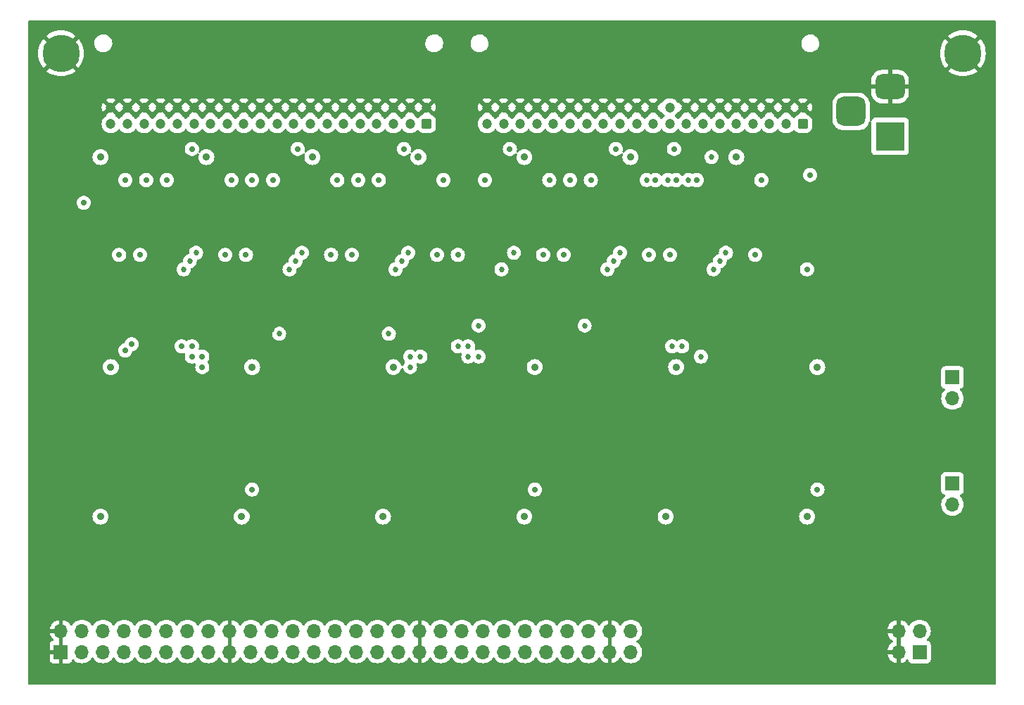
<source format=gbr>
%TF.GenerationSoftware,KiCad,Pcbnew,7.0.8*%
%TF.CreationDate,2023-10-20T14:11:59-05:00*%
%TF.ProjectId,breakout1,62726561-6b6f-4757-9431-2e6b69636164,rev?*%
%TF.SameCoordinates,Original*%
%TF.FileFunction,Copper,L2,Inr*%
%TF.FilePolarity,Positive*%
%FSLAX46Y46*%
G04 Gerber Fmt 4.6, Leading zero omitted, Abs format (unit mm)*
G04 Created by KiCad (PCBNEW 7.0.8) date 2023-10-20 14:11:59*
%MOMM*%
%LPD*%
G01*
G04 APERTURE LIST*
G04 Aperture macros list*
%AMRoundRect*
0 Rectangle with rounded corners*
0 $1 Rounding radius*
0 $2 $3 $4 $5 $6 $7 $8 $9 X,Y pos of 4 corners*
0 Add a 4 corners polygon primitive as box body*
4,1,4,$2,$3,$4,$5,$6,$7,$8,$9,$2,$3,0*
0 Add four circle primitives for the rounded corners*
1,1,$1+$1,$2,$3*
1,1,$1+$1,$4,$5*
1,1,$1+$1,$6,$7*
1,1,$1+$1,$8,$9*
0 Add four rect primitives between the rounded corners*
20,1,$1+$1,$2,$3,$4,$5,0*
20,1,$1+$1,$4,$5,$6,$7,0*
20,1,$1+$1,$6,$7,$8,$9,0*
20,1,$1+$1,$8,$9,$2,$3,0*%
G04 Aperture macros list end*
%TA.AperFunction,ComponentPad*%
%ADD10C,4.500000*%
%TD*%
%TA.AperFunction,ComponentPad*%
%ADD11R,1.700000X1.700000*%
%TD*%
%TA.AperFunction,ComponentPad*%
%ADD12O,1.700000X1.700000*%
%TD*%
%TA.AperFunction,ComponentPad*%
%ADD13RoundRect,0.250000X0.350000X0.350000X-0.350000X0.350000X-0.350000X-0.350000X0.350000X-0.350000X0*%
%TD*%
%TA.AperFunction,ComponentPad*%
%ADD14C,1.200000*%
%TD*%
%TA.AperFunction,ComponentPad*%
%ADD15R,3.500000X3.500000*%
%TD*%
%TA.AperFunction,ComponentPad*%
%ADD16RoundRect,0.750000X-1.000000X0.750000X-1.000000X-0.750000X1.000000X-0.750000X1.000000X0.750000X0*%
%TD*%
%TA.AperFunction,ComponentPad*%
%ADD17RoundRect,0.875000X-0.875000X0.875000X-0.875000X-0.875000X0.875000X-0.875000X0.875000X0.875000X0*%
%TD*%
%TA.AperFunction,ViaPad*%
%ADD18C,0.700000*%
%TD*%
%TA.AperFunction,ViaPad*%
%ADD19C,0.900000*%
%TD*%
%TA.AperFunction,ViaPad*%
%ADD20C,0.685800*%
%TD*%
G04 APERTURE END LIST*
D10*
%TO.N,GND*%
%TO.C,H1*%
X109750000Y-42500000D03*
%TD*%
D11*
%TO.N,GPIO0*%
%TO.C,J6*%
X213040000Y-114540000D03*
D12*
%TO.N,GND*%
X210500000Y-114540000D03*
%TO.N,GPIO1*%
X213040000Y-112000000D03*
%TO.N,GND*%
X210500000Y-112000000D03*
%TD*%
D11*
%TO.N,Net-(JP1-A)*%
%TO.C,JP1*%
X217000000Y-81500000D03*
D12*
%TO.N,+5V*%
X217000000Y-84040000D03*
%TD*%
D13*
%TO.N,Mark 0 In*%
%TO.C,J1*%
X153750000Y-51000000D03*
D14*
%TO.N,GND*%
X153750000Y-49000000D03*
%TO.N,Mark 0 Out*%
X151750000Y-51000000D03*
%TO.N,GND*%
X151750000Y-49000000D03*
%TO.N,Bus In 7*%
X149750000Y-51000000D03*
%TO.N,GND*%
X149750000Y-49000000D03*
%TO.N,Bus Out 7*%
X147750000Y-51000000D03*
%TO.N,GND*%
X147750000Y-49000000D03*
%TO.N,Bus In 6*%
X145750000Y-51000000D03*
%TO.N,GND*%
X145750000Y-49000000D03*
%TO.N,Bus Out 6*%
X143750000Y-51000000D03*
%TO.N,GND*%
X143750000Y-49000000D03*
%TO.N,Bus In 5*%
X141750000Y-51000000D03*
%TO.N,GND*%
X141750000Y-49000000D03*
%TO.N,Bus Out 5*%
X139750000Y-51000000D03*
%TO.N,GND*%
X139750000Y-49000000D03*
%TO.N,Bus In 4*%
X137750000Y-51000000D03*
%TO.N,GND*%
X137750000Y-49000000D03*
%TO.N,Bus Out 4*%
X135750000Y-51000000D03*
%TO.N,GND*%
X135750000Y-49000000D03*
%TO.N,Bus In 3*%
X133750000Y-51000000D03*
%TO.N,GND*%
X133750000Y-49000000D03*
%TO.N,Bus Out 3*%
X131750000Y-51000000D03*
%TO.N,GND*%
X131750000Y-49000000D03*
%TO.N,Bus In 2*%
X129750000Y-51000000D03*
%TO.N,GND*%
X129750000Y-49000000D03*
%TO.N,Bus Out 2*%
X127750000Y-51000000D03*
%TO.N,GND*%
X127750000Y-49000000D03*
%TO.N,Bus In 1*%
X125750000Y-51000000D03*
%TO.N,GND*%
X125750000Y-49000000D03*
%TO.N,Bus Out 1*%
X123750000Y-51000000D03*
%TO.N,GND*%
X123750000Y-49000000D03*
%TO.N,Bus In 0*%
X121750000Y-51000000D03*
%TO.N,GND*%
X121750000Y-49000000D03*
%TO.N,Bus Out 0*%
X119750000Y-51000000D03*
%TO.N,GND*%
X119750000Y-49000000D03*
%TO.N,Bus In P*%
X117750000Y-51000000D03*
%TO.N,GND*%
X117750000Y-49000000D03*
%TO.N,Bus Out P*%
X115750000Y-51000000D03*
%TO.N,GND*%
X115750000Y-49000000D03*
%TD*%
D10*
%TO.N,GND*%
%TO.C,H2*%
X218250000Y-42500000D03*
%TD*%
D15*
%TO.N,Net-(F1-Pad1)*%
%TO.C,J4*%
X209500000Y-52500000D03*
D16*
%TO.N,GND*%
X209500000Y-46500000D03*
D17*
%TO.N,N/C*%
X204800000Y-49500000D03*
%TD*%
D11*
%TO.N,Net-(JP2-A)*%
%TO.C,JP2*%
X217000000Y-94250000D03*
D12*
%TO.N,+3V3*%
X217000000Y-96790000D03*
%TD*%
D14*
%TO.N,GND*%
%TO.C,J2*%
X161000000Y-49000000D03*
%TO.N,Operational In*%
X161000000Y-51000000D03*
%TO.N,GND*%
X163000000Y-49000000D03*
%TO.N,Clock Out*%
X163000000Y-51000000D03*
%TO.N,GND*%
X165000000Y-49000000D03*
%TO.N,Status In*%
X165000000Y-51000000D03*
%TO.N,GND*%
X167000000Y-49000000D03*
%TO.N,Metering Out*%
X167000000Y-51000000D03*
%TO.N,GND*%
X169000000Y-49000000D03*
%TO.N,Address In*%
X169000000Y-51000000D03*
%TO.N,GND*%
X171000000Y-49000000D03*
%TO.N,Metering In*%
X171000000Y-51000000D03*
%TO.N,GND*%
X173000000Y-49000000D03*
%TO.N,Service In*%
X173000000Y-51000000D03*
%TO.N,GND*%
X175000000Y-49000000D03*
%TO.N,Request In*%
X175000000Y-51000000D03*
%TO.N,GND*%
X177000000Y-49000000D03*
%TO.N,Select In*%
X177000000Y-51000000D03*
%TO.N,GND*%
X179000000Y-49000000D03*
%TO.N,Data In*%
X179000000Y-51000000D03*
%TO.N,GND*%
X181000000Y-49000000D03*
%TO.N,Select Out*%
X181000000Y-51000000D03*
%TO.N,unconnected-(J2-Pin_18-Pad18)*%
X183000000Y-49000000D03*
%TO.N,unconnected-(J2-Pin_17-Pad17)*%
X183000000Y-51000000D03*
%TO.N,GND*%
X185000000Y-49000000D03*
%TO.N,Address Out*%
X185000000Y-51000000D03*
%TO.N,GND*%
X187000000Y-49000000D03*
%TO.N,Data Out*%
X187000000Y-51000000D03*
%TO.N,GND*%
X189000000Y-49000000D03*
%TO.N,Command Out*%
X189000000Y-51000000D03*
%TO.N,GND*%
X191000000Y-49000000D03*
%TO.N,Disconnect In*%
X191000000Y-51000000D03*
%TO.N,GND*%
X193000000Y-49000000D03*
%TO.N,Suppress Out*%
X193000000Y-51000000D03*
%TO.N,GND*%
X195000000Y-49000000D03*
%TO.N,Hold Out*%
X195000000Y-51000000D03*
%TO.N,GND*%
X197000000Y-49000000D03*
%TO.N,Service Out*%
X197000000Y-51000000D03*
%TO.N,GND*%
X199000000Y-49000000D03*
D13*
%TO.N,Operational Out*%
X199000000Y-51000000D03*
%TD*%
D11*
%TO.N,GND*%
%TO.C,J3*%
X109740000Y-114540000D03*
D12*
X109740000Y-112000000D03*
%TO.N,3V3 Bus In 0*%
X112280000Y-114540000D03*
%TO.N,3V3 Bus In P*%
X112280000Y-112000000D03*
%TO.N,3V3 Bus In 2*%
X114820000Y-114540000D03*
%TO.N,3V3 Bus In 1*%
X114820000Y-112000000D03*
%TO.N,3V3 Bus In 4*%
X117360000Y-114540000D03*
%TO.N,3V3 Bus In 3*%
X117360000Y-112000000D03*
%TO.N,3V3 Bus In 6*%
X119900000Y-114540000D03*
%TO.N,3V3 Bus In 5*%
X119900000Y-112000000D03*
%TO.N,3V3 Bus Out 0*%
X122440000Y-114540000D03*
%TO.N,3V3 Bus Out P*%
X122440000Y-112000000D03*
%TO.N,3V3 Bus Out 2*%
X124980000Y-114540000D03*
%TO.N,3V3 Bus Out 1*%
X124980000Y-112000000D03*
%TO.N,3V3 Bus Out 4*%
X127520000Y-114540000D03*
%TO.N,3V3 Bus Out 3*%
X127520000Y-112000000D03*
%TO.N,GND*%
X130060000Y-114540000D03*
X130060000Y-112000000D03*
%TO.N,unconnected-(J3-Pin_19-Pad19)*%
X132600000Y-114540000D03*
%TO.N,unconnected-(J3-Pin_20-Pad20)*%
X132600000Y-112000000D03*
%TO.N,3V3 Bus Out 6*%
X135140000Y-114540000D03*
%TO.N,3V3 Bus Out 5*%
X135140000Y-112000000D03*
%TO.N,3V3 Mark 0 In*%
X137680000Y-114540000D03*
%TO.N,3V3 Bus In 7*%
X137680000Y-112000000D03*
%TO.N,3V3 Status In*%
X140220000Y-114540000D03*
%TO.N,3V3 Operational In*%
X140220000Y-112000000D03*
%TO.N,3V3 Metering In*%
X142760000Y-114540000D03*
%TO.N,3V3 Address In*%
X142760000Y-112000000D03*
%TO.N,3V3 Bus Out 7*%
X145300000Y-114540000D03*
%TO.N,3V3 Service In*%
X145300000Y-112000000D03*
%TO.N,3V3 Clock Out*%
X147840000Y-114540000D03*
%TO.N,3V3 Mark 0 Out*%
X147840000Y-112000000D03*
%TO.N,GPIO0*%
X150380000Y-114540000D03*
%TO.N,GPIO1*%
X150380000Y-112000000D03*
%TO.N,GND*%
X152920000Y-114540000D03*
X152920000Y-112000000D03*
%TO.N,unconnected-(J3-Pin_37-Pad37)*%
X155460000Y-114540000D03*
%TO.N,unconnected-(J3-Pin_38-Pad38)*%
X155460000Y-112000000D03*
%TO.N,3V3 Address Out*%
X158000000Y-114540000D03*
%TO.N,3V3 Metering Out*%
X158000000Y-112000000D03*
%TO.N,3V3 Request In*%
X160540000Y-114540000D03*
%TO.N,3V3 Select Out*%
X160540000Y-112000000D03*
%TO.N,3V3 Disconnect In*%
X163080000Y-114540000D03*
%TO.N,3V3 Select In*%
X163080000Y-112000000D03*
%TO.N,3V3 Data Out*%
X165620000Y-114540000D03*
%TO.N,3V3 Data In*%
X165620000Y-112000000D03*
%TO.N,3V3 Suppress Out*%
X168160000Y-114540000D03*
%TO.N,3V3 Command Out*%
X168160000Y-112000000D03*
%TO.N,3V3 Operational Out*%
X170700000Y-114540000D03*
%TO.N,3V3 Service Out*%
X170700000Y-112000000D03*
%TO.N,3V3 Enable*%
X173240000Y-114540000D03*
%TO.N,3V3 Hold Out*%
X173240000Y-112000000D03*
%TO.N,GND*%
X175780000Y-114540000D03*
X175780000Y-112000000D03*
%TO.N,unconnected-(J3-Pin_55-Pad55)*%
X178320000Y-114540000D03*
%TO.N,unconnected-(J3-Pin_56-Pad56)*%
X178320000Y-112000000D03*
%TD*%
D18*
%TO.N,GND*%
X158250000Y-57750000D03*
D19*
X162000000Y-95000000D03*
X149250000Y-66500000D03*
D18*
X160750000Y-82250000D03*
D19*
X130500000Y-71500000D03*
X123750000Y-66500000D03*
X147750000Y-75750000D03*
X179000000Y-82250000D03*
X128750000Y-96000000D03*
D18*
X184500000Y-82250000D03*
D19*
X191250000Y-71500000D03*
X159000000Y-71500000D03*
X214250000Y-61250000D03*
X196000000Y-95000000D03*
X150000000Y-57750000D03*
X196750000Y-81250000D03*
X145000000Y-95000000D03*
X143250000Y-71500000D03*
X162000000Y-82250000D03*
X162750000Y-56250000D03*
D20*
X194882800Y-66750000D03*
D19*
X186000000Y-75750000D03*
X145750000Y-97000000D03*
X140250000Y-71500000D03*
X200250000Y-66500000D03*
X179750000Y-80250000D03*
X124500000Y-57750000D03*
X154500000Y-75750000D03*
X162750000Y-57750000D03*
X128750000Y-97000000D03*
X145750000Y-80250000D03*
X143750000Y-95000000D03*
X119250000Y-75750000D03*
X179750000Y-81250000D03*
D18*
X133500000Y-82250000D03*
D19*
X165750000Y-71500000D03*
X136500000Y-66500000D03*
D20*
X210250000Y-95000000D03*
D19*
X188250000Y-56250000D03*
X196750000Y-80250000D03*
D18*
X183750000Y-95000000D03*
D19*
X111750000Y-56250000D03*
D18*
X150500000Y-82250000D03*
D19*
X197250000Y-71500000D03*
X162750000Y-97000000D03*
D20*
X212000000Y-80000000D03*
D19*
X167250000Y-75750000D03*
X196750000Y-97000000D03*
X156000000Y-71500000D03*
X145750000Y-81250000D03*
X170250000Y-75750000D03*
X187500000Y-66500000D03*
X128750000Y-81250000D03*
X145750000Y-96000000D03*
X196000000Y-82250000D03*
X217250000Y-61250000D03*
X126750000Y-95000000D03*
X145000000Y-82250000D03*
X213000000Y-82250000D03*
D20*
X175250000Y-95000000D03*
D18*
X149750000Y-95000000D03*
D19*
X183000000Y-75750000D03*
X137250000Y-57750000D03*
D20*
X210750000Y-97250000D03*
D19*
X181500000Y-71500000D03*
X111750000Y-57750000D03*
X179000000Y-95000000D03*
X162750000Y-81250000D03*
X132000000Y-75750000D03*
X162750000Y-80250000D03*
X111750000Y-80250000D03*
X213000000Y-95000000D03*
X128750000Y-80250000D03*
X135000000Y-75750000D03*
X174750000Y-66500000D03*
D20*
X176500000Y-95000000D03*
D19*
X111750000Y-97000000D03*
X188250000Y-57750000D03*
X209750000Y-62500000D03*
D18*
X167500000Y-82250000D03*
D19*
X111750000Y-81750000D03*
X122250000Y-75750000D03*
X175500000Y-57750000D03*
X179750000Y-96000000D03*
X162750000Y-96000000D03*
X116250000Y-75750000D03*
X157500000Y-75750000D03*
X117750000Y-71500000D03*
X160750000Y-95000000D03*
X161250000Y-66500000D03*
X146250000Y-71500000D03*
X205500000Y-61250000D03*
X150000000Y-56250000D03*
X144750000Y-75750000D03*
X128000000Y-82250000D03*
D20*
X197750000Y-66750000D03*
X192000000Y-82250000D03*
D19*
X175500000Y-56250000D03*
X171750000Y-71500000D03*
X211750000Y-95000000D03*
X179750000Y-97000000D03*
X168750000Y-71500000D03*
D18*
X116500000Y-82250000D03*
D19*
X196750000Y-96000000D03*
X192750000Y-75750000D03*
X153000000Y-71500000D03*
D20*
X190750000Y-82250000D03*
D19*
X178500000Y-71500000D03*
X124500000Y-56250000D03*
X129000000Y-75750000D03*
D18*
X201500000Y-82250000D03*
D19*
X128000000Y-95000000D03*
X184500000Y-71500000D03*
X177750000Y-95000000D03*
X141750000Y-75750000D03*
X194250000Y-71500000D03*
D20*
X194500000Y-82250000D03*
D19*
X127500000Y-71500000D03*
X111750000Y-95500000D03*
X114750000Y-71500000D03*
X120750000Y-71500000D03*
X180000000Y-75750000D03*
D18*
X115750000Y-95000000D03*
D20*
X193250000Y-82250000D03*
D19*
X137250000Y-56250000D03*
X133500000Y-71500000D03*
X194750000Y-95000000D03*
D20*
%TO.N,Select In*%
X182750000Y-57750000D03*
%TO.N,Request In*%
X180212600Y-57750000D03*
%TO.N,Data In*%
X185250000Y-57750000D03*
D18*
%TO.N,5V Bus In P*%
X116750000Y-66750000D03*
X117500000Y-78250000D03*
%TO.N,5V Bus In 0*%
X119250000Y-66750000D03*
X118250000Y-77500000D03*
D20*
%TO.N,5V Bus Out 1*%
X126000000Y-66500000D03*
D18*
X122500000Y-57750000D03*
D20*
%TO.N,5V Bus Out 0*%
X125250000Y-67500000D03*
D18*
X120000000Y-57750000D03*
D20*
%TO.N,5V Bus Out P*%
X124500000Y-68500000D03*
D18*
X117500000Y-57750000D03*
%TO.N,5V Bus In 2*%
X124250000Y-77750000D03*
X129500000Y-66750000D03*
%TO.N,5V Bus In 3*%
X132000000Y-66750000D03*
X125500000Y-77750000D03*
D19*
%TO.N,+5V*%
X115750000Y-80250000D03*
X114500000Y-55000000D03*
X200750000Y-80250000D03*
X127250000Y-55000000D03*
X183750000Y-80250000D03*
X132750000Y-80250000D03*
X191000000Y-55000000D03*
X140000000Y-55000000D03*
X178250000Y-55000000D03*
X149750000Y-80250000D03*
X152750000Y-55000000D03*
X166750000Y-80250000D03*
X165500000Y-55000000D03*
D18*
%TO.N,5V Bus In 4*%
X125500000Y-79000000D03*
D20*
X136000000Y-76250000D03*
%TO.N,5V Bus Out 4*%
X138750000Y-66500000D03*
D18*
X135250000Y-57750000D03*
%TO.N,5V Bus Out 3*%
X132750000Y-57750000D03*
D20*
X138000000Y-67500000D03*
D18*
%TO.N,5V Bus Out 2*%
X130250000Y-57750000D03*
D20*
X137250000Y-68500000D03*
D18*
%TO.N,5V Bus In 5*%
X142250000Y-66750000D03*
X126750000Y-79000000D03*
%TO.N,5V Bus In 6*%
X126750000Y-80250000D03*
X144750000Y-66750000D03*
D20*
%TO.N,5V Bus In 7*%
X149195633Y-76250000D03*
X151750000Y-80250000D03*
D18*
%TO.N,5V Bus Out 7*%
X148000000Y-57750000D03*
D20*
X151500000Y-66500000D03*
D18*
%TO.N,5V Bus Out 6*%
X145500000Y-57750000D03*
D20*
X150750000Y-67500000D03*
%TO.N,5V Bus Out 5*%
X150000000Y-68500000D03*
D18*
X143000000Y-57750000D03*
D20*
%TO.N,5V Operational In*%
X153000000Y-79000000D03*
D18*
X157500000Y-66750000D03*
D20*
%TO.N,5V Status In*%
X157500000Y-77750000D03*
X160000000Y-75250000D03*
%TO.N,5V Address In*%
X158750000Y-77750000D03*
D18*
X167750000Y-66750000D03*
%TO.N,5V Command Out*%
X183750000Y-57750000D03*
D20*
X189000000Y-67500000D03*
%TO.N,5V Address Out*%
X176250000Y-67500000D03*
D18*
X171000000Y-57750000D03*
D20*
%TO.N,5V Select Out*%
X177000000Y-66500000D03*
D18*
X173500000Y-57750000D03*
D20*
%TO.N,5V Service In*%
X172750000Y-75250000D03*
X160000000Y-79000000D03*
%TO.N,5V Select In*%
X184500000Y-77750000D03*
D18*
X183000000Y-66750000D03*
%TO.N,5V Request In*%
X180500000Y-66750000D03*
D20*
X183250000Y-77750000D03*
D18*
%TO.N,5V Data Out*%
X181250000Y-57750000D03*
D20*
X188250000Y-68500000D03*
D18*
%TO.N,5V Suppress Out*%
X186250000Y-57750000D03*
D20*
X189750000Y-66500000D03*
D18*
%TO.N,5V Disconnect In*%
X193250000Y-66750000D03*
D20*
X186750000Y-79000000D03*
D18*
%TO.N,5V Enable*%
X138250000Y-54000000D03*
X151000000Y-54000000D03*
X125500000Y-54000000D03*
X183500000Y-54000000D03*
D20*
X188000000Y-55000000D03*
D18*
X112500000Y-60500000D03*
X176500000Y-54000000D03*
X163750000Y-54000000D03*
X199890000Y-57140000D03*
%TO.N,5V Hold Out*%
X199500000Y-68500000D03*
X194000000Y-57750000D03*
D20*
%TO.N,5V Mark 0 In*%
X151750000Y-79000000D03*
D18*
X155000000Y-66750000D03*
D20*
%TO.N,5V Metering In*%
X158750000Y-79000000D03*
D18*
X170250000Y-66750000D03*
D20*
%TO.N,5V Metering Out*%
X175500000Y-68500000D03*
D18*
X168500000Y-57750000D03*
%TO.N,5V Clock Out*%
X160750000Y-57750000D03*
D20*
X164250000Y-66500000D03*
D18*
%TO.N,5V Mark 0 Out*%
X155750000Y-57750000D03*
D20*
X162750000Y-68500000D03*
D18*
%TO.N,+3V3*%
X132750000Y-95000000D03*
X166750000Y-95000000D03*
D19*
X148500000Y-98250000D03*
X165500000Y-98250000D03*
X182500000Y-98250000D03*
X131500000Y-98250000D03*
X114500000Y-98250000D03*
D18*
X200750000Y-95000000D03*
D19*
X199500000Y-98250000D03*
%TD*%
%TA.AperFunction,Conductor*%
%TO.N,GND*%
G36*
X109990000Y-114104498D02*
G01*
X109882315Y-114055320D01*
X109775763Y-114040000D01*
X109704237Y-114040000D01*
X109597685Y-114055320D01*
X109490000Y-114104498D01*
X109490000Y-112435501D01*
X109597685Y-112484680D01*
X109704237Y-112500000D01*
X109775763Y-112500000D01*
X109882315Y-112484680D01*
X109990000Y-112435501D01*
X109990000Y-114104498D01*
G37*
%TD.AperFunction*%
%TA.AperFunction,Conductor*%
G36*
X130310000Y-114104498D02*
G01*
X130202315Y-114055320D01*
X130095763Y-114040000D01*
X130024237Y-114040000D01*
X129917685Y-114055320D01*
X129810000Y-114104498D01*
X129810000Y-112435501D01*
X129917685Y-112484680D01*
X130024237Y-112500000D01*
X130095763Y-112500000D01*
X130202315Y-112484680D01*
X130310000Y-112435501D01*
X130310000Y-114104498D01*
G37*
%TD.AperFunction*%
%TA.AperFunction,Conductor*%
G36*
X153170000Y-114104498D02*
G01*
X153062315Y-114055320D01*
X152955763Y-114040000D01*
X152884237Y-114040000D01*
X152777685Y-114055320D01*
X152670000Y-114104498D01*
X152670000Y-112435501D01*
X152777685Y-112484680D01*
X152884237Y-112500000D01*
X152955763Y-112500000D01*
X153062315Y-112484680D01*
X153170000Y-112435501D01*
X153170000Y-114104498D01*
G37*
%TD.AperFunction*%
%TA.AperFunction,Conductor*%
G36*
X176030000Y-114104498D02*
G01*
X175922315Y-114055320D01*
X175815763Y-114040000D01*
X175744237Y-114040000D01*
X175637685Y-114055320D01*
X175530000Y-114104498D01*
X175530000Y-112435501D01*
X175637685Y-112484680D01*
X175744237Y-112500000D01*
X175815763Y-112500000D01*
X175922315Y-112484680D01*
X176030000Y-112435501D01*
X176030000Y-114104498D01*
G37*
%TD.AperFunction*%
%TA.AperFunction,Conductor*%
G36*
X210750000Y-114104498D02*
G01*
X210642315Y-114055320D01*
X210535763Y-114040000D01*
X210464237Y-114040000D01*
X210357685Y-114055320D01*
X210250000Y-114104498D01*
X210250000Y-112435501D01*
X210357685Y-112484680D01*
X210464237Y-112500000D01*
X210535763Y-112500000D01*
X210642315Y-112484680D01*
X210750000Y-112435501D01*
X210750000Y-114104498D01*
G37*
%TD.AperFunction*%
%TA.AperFunction,Conductor*%
G36*
X116687465Y-49583913D02*
G01*
X116745761Y-49579867D01*
X116754366Y-49579867D01*
X116812533Y-49583912D01*
X117371661Y-49024785D01*
X117371114Y-49031395D01*
X117401837Y-49152719D01*
X117470289Y-49257492D01*
X117569052Y-49334363D01*
X117687424Y-49375000D01*
X117728553Y-49375000D01*
X117169310Y-49934240D01*
X117174405Y-49978148D01*
X117162577Y-50047009D01*
X117116509Y-50097865D01*
X117083957Y-50118020D01*
X116933237Y-50255419D01*
X116848954Y-50367028D01*
X116792845Y-50408664D01*
X116723133Y-50413355D01*
X116661951Y-50379613D01*
X116651046Y-50367028D01*
X116601203Y-50301026D01*
X116566764Y-50255421D01*
X116416041Y-50118019D01*
X116416036Y-50118015D01*
X116383490Y-50097863D01*
X116336854Y-50045835D01*
X116325594Y-49978146D01*
X116330687Y-49934239D01*
X115771448Y-49375000D01*
X115781073Y-49375000D01*
X115873446Y-49359586D01*
X115983514Y-49300019D01*
X116068278Y-49207941D01*
X116118551Y-49093330D01*
X116124545Y-49020992D01*
X116687465Y-49583913D01*
G37*
%TD.AperFunction*%
%TA.AperFunction,Conductor*%
G36*
X118687465Y-49583913D02*
G01*
X118745761Y-49579867D01*
X118754366Y-49579867D01*
X118812533Y-49583912D01*
X119371661Y-49024785D01*
X119371114Y-49031395D01*
X119401837Y-49152719D01*
X119470289Y-49257492D01*
X119569052Y-49334363D01*
X119687424Y-49375000D01*
X119728553Y-49375000D01*
X119169310Y-49934240D01*
X119174405Y-49978148D01*
X119162577Y-50047009D01*
X119116509Y-50097865D01*
X119083957Y-50118020D01*
X118933237Y-50255419D01*
X118848954Y-50367028D01*
X118792845Y-50408664D01*
X118723133Y-50413355D01*
X118661951Y-50379613D01*
X118651046Y-50367028D01*
X118601203Y-50301026D01*
X118566764Y-50255421D01*
X118416041Y-50118019D01*
X118416036Y-50118015D01*
X118383490Y-50097863D01*
X118336854Y-50045835D01*
X118325594Y-49978146D01*
X118330687Y-49934239D01*
X117771448Y-49375000D01*
X117781073Y-49375000D01*
X117873446Y-49359586D01*
X117983514Y-49300019D01*
X118068278Y-49207941D01*
X118118551Y-49093330D01*
X118124545Y-49020992D01*
X118687465Y-49583913D01*
G37*
%TD.AperFunction*%
%TA.AperFunction,Conductor*%
G36*
X120687465Y-49583913D02*
G01*
X120745761Y-49579867D01*
X120754366Y-49579867D01*
X120812533Y-49583912D01*
X121371661Y-49024785D01*
X121371114Y-49031395D01*
X121401837Y-49152719D01*
X121470289Y-49257492D01*
X121569052Y-49334363D01*
X121687424Y-49375000D01*
X121728553Y-49375000D01*
X121169310Y-49934240D01*
X121174405Y-49978148D01*
X121162577Y-50047009D01*
X121116509Y-50097865D01*
X121083957Y-50118020D01*
X120933237Y-50255419D01*
X120848954Y-50367028D01*
X120792845Y-50408664D01*
X120723133Y-50413355D01*
X120661951Y-50379613D01*
X120651046Y-50367028D01*
X120601203Y-50301026D01*
X120566764Y-50255421D01*
X120416041Y-50118019D01*
X120416036Y-50118015D01*
X120383490Y-50097863D01*
X120336854Y-50045835D01*
X120325594Y-49978146D01*
X120330687Y-49934239D01*
X119771448Y-49375000D01*
X119781073Y-49375000D01*
X119873446Y-49359586D01*
X119983514Y-49300019D01*
X120068278Y-49207941D01*
X120118551Y-49093330D01*
X120124545Y-49020992D01*
X120687465Y-49583913D01*
G37*
%TD.AperFunction*%
%TA.AperFunction,Conductor*%
G36*
X122687466Y-49583913D02*
G01*
X122745761Y-49579867D01*
X122754366Y-49579867D01*
X122812533Y-49583912D01*
X123371661Y-49024785D01*
X123371114Y-49031395D01*
X123401837Y-49152719D01*
X123470289Y-49257492D01*
X123569052Y-49334363D01*
X123687424Y-49375000D01*
X123728553Y-49375000D01*
X123169310Y-49934240D01*
X123174405Y-49978148D01*
X123162577Y-50047009D01*
X123116509Y-50097865D01*
X123083957Y-50118020D01*
X122933237Y-50255419D01*
X122848954Y-50367028D01*
X122792845Y-50408664D01*
X122723133Y-50413355D01*
X122661951Y-50379613D01*
X122651046Y-50367028D01*
X122601203Y-50301026D01*
X122566764Y-50255421D01*
X122416041Y-50118019D01*
X122416036Y-50118015D01*
X122383490Y-50097863D01*
X122336854Y-50045835D01*
X122325594Y-49978146D01*
X122330687Y-49934239D01*
X121771448Y-49375000D01*
X121781073Y-49375000D01*
X121873446Y-49359586D01*
X121983514Y-49300019D01*
X122068278Y-49207941D01*
X122118551Y-49093330D01*
X122124545Y-49020992D01*
X122687466Y-49583913D01*
G37*
%TD.AperFunction*%
%TA.AperFunction,Conductor*%
G36*
X124687465Y-49583913D02*
G01*
X124745761Y-49579867D01*
X124754366Y-49579867D01*
X124812533Y-49583912D01*
X125371661Y-49024785D01*
X125371114Y-49031395D01*
X125401837Y-49152719D01*
X125470289Y-49257492D01*
X125569052Y-49334363D01*
X125687424Y-49375000D01*
X125728553Y-49375000D01*
X125169310Y-49934240D01*
X125174405Y-49978148D01*
X125162577Y-50047009D01*
X125116509Y-50097865D01*
X125083957Y-50118020D01*
X124933237Y-50255419D01*
X124848954Y-50367028D01*
X124792845Y-50408664D01*
X124723133Y-50413355D01*
X124661951Y-50379613D01*
X124651046Y-50367028D01*
X124601203Y-50301026D01*
X124566764Y-50255421D01*
X124416041Y-50118019D01*
X124416036Y-50118015D01*
X124383490Y-50097863D01*
X124336854Y-50045835D01*
X124325594Y-49978146D01*
X124330687Y-49934239D01*
X123771448Y-49375000D01*
X123781073Y-49375000D01*
X123873446Y-49359586D01*
X123983514Y-49300019D01*
X124068278Y-49207941D01*
X124118551Y-49093330D01*
X124124545Y-49020992D01*
X124687465Y-49583913D01*
G37*
%TD.AperFunction*%
%TA.AperFunction,Conductor*%
G36*
X126687465Y-49583913D02*
G01*
X126745761Y-49579867D01*
X126754366Y-49579867D01*
X126812533Y-49583912D01*
X127371661Y-49024785D01*
X127371114Y-49031395D01*
X127401837Y-49152719D01*
X127470289Y-49257492D01*
X127569052Y-49334363D01*
X127687424Y-49375000D01*
X127728553Y-49375000D01*
X127169310Y-49934240D01*
X127174405Y-49978148D01*
X127162577Y-50047009D01*
X127116509Y-50097865D01*
X127083957Y-50118020D01*
X126933237Y-50255419D01*
X126848954Y-50367028D01*
X126792845Y-50408664D01*
X126723133Y-50413355D01*
X126661951Y-50379613D01*
X126651046Y-50367028D01*
X126601203Y-50301026D01*
X126566764Y-50255421D01*
X126416041Y-50118019D01*
X126416036Y-50118015D01*
X126383490Y-50097863D01*
X126336854Y-50045835D01*
X126325594Y-49978146D01*
X126330687Y-49934239D01*
X125771448Y-49375000D01*
X125781073Y-49375000D01*
X125873446Y-49359586D01*
X125983514Y-49300019D01*
X126068278Y-49207941D01*
X126118551Y-49093330D01*
X126124545Y-49020992D01*
X126687465Y-49583913D01*
G37*
%TD.AperFunction*%
%TA.AperFunction,Conductor*%
G36*
X128687465Y-49583913D02*
G01*
X128745761Y-49579867D01*
X128754366Y-49579867D01*
X128812533Y-49583912D01*
X129371661Y-49024785D01*
X129371114Y-49031395D01*
X129401837Y-49152719D01*
X129470289Y-49257492D01*
X129569052Y-49334363D01*
X129687424Y-49375000D01*
X129728553Y-49375000D01*
X129169310Y-49934240D01*
X129174405Y-49978148D01*
X129162577Y-50047009D01*
X129116509Y-50097865D01*
X129083957Y-50118020D01*
X128933237Y-50255419D01*
X128848954Y-50367028D01*
X128792845Y-50408664D01*
X128723133Y-50413355D01*
X128661951Y-50379613D01*
X128651046Y-50367028D01*
X128601203Y-50301026D01*
X128566764Y-50255421D01*
X128416041Y-50118019D01*
X128416036Y-50118015D01*
X128383490Y-50097863D01*
X128336854Y-50045835D01*
X128325594Y-49978146D01*
X128330687Y-49934239D01*
X127771448Y-49375000D01*
X127781073Y-49375000D01*
X127873446Y-49359586D01*
X127983514Y-49300019D01*
X128068278Y-49207941D01*
X128118551Y-49093330D01*
X128124545Y-49020992D01*
X128687465Y-49583913D01*
G37*
%TD.AperFunction*%
%TA.AperFunction,Conductor*%
G36*
X130687466Y-49583913D02*
G01*
X130745761Y-49579867D01*
X130754366Y-49579867D01*
X130812533Y-49583912D01*
X131371661Y-49024785D01*
X131371114Y-49031395D01*
X131401837Y-49152719D01*
X131470289Y-49257492D01*
X131569052Y-49334363D01*
X131687424Y-49375000D01*
X131728553Y-49375000D01*
X131169310Y-49934240D01*
X131174405Y-49978148D01*
X131162577Y-50047009D01*
X131116509Y-50097865D01*
X131083957Y-50118020D01*
X130933237Y-50255419D01*
X130848954Y-50367028D01*
X130792845Y-50408664D01*
X130723133Y-50413355D01*
X130661951Y-50379613D01*
X130651046Y-50367028D01*
X130601203Y-50301026D01*
X130566764Y-50255421D01*
X130416041Y-50118019D01*
X130416036Y-50118015D01*
X130383490Y-50097863D01*
X130336854Y-50045835D01*
X130325594Y-49978146D01*
X130330687Y-49934239D01*
X129771448Y-49375000D01*
X129781073Y-49375000D01*
X129873446Y-49359586D01*
X129983514Y-49300019D01*
X130068278Y-49207941D01*
X130118551Y-49093330D01*
X130124545Y-49020992D01*
X130687466Y-49583913D01*
G37*
%TD.AperFunction*%
%TA.AperFunction,Conductor*%
G36*
X132687466Y-49583913D02*
G01*
X132745761Y-49579867D01*
X132754366Y-49579867D01*
X132812533Y-49583912D01*
X133371661Y-49024785D01*
X133371114Y-49031395D01*
X133401837Y-49152719D01*
X133470289Y-49257492D01*
X133569052Y-49334363D01*
X133687424Y-49375000D01*
X133728553Y-49375000D01*
X133169310Y-49934240D01*
X133174405Y-49978148D01*
X133162577Y-50047009D01*
X133116509Y-50097865D01*
X133083957Y-50118020D01*
X132933237Y-50255419D01*
X132848954Y-50367028D01*
X132792845Y-50408664D01*
X132723133Y-50413355D01*
X132661951Y-50379613D01*
X132651046Y-50367028D01*
X132601203Y-50301026D01*
X132566764Y-50255421D01*
X132416041Y-50118019D01*
X132416036Y-50118015D01*
X132383490Y-50097863D01*
X132336854Y-50045835D01*
X132325594Y-49978146D01*
X132330687Y-49934239D01*
X131771448Y-49375000D01*
X131781073Y-49375000D01*
X131873446Y-49359586D01*
X131983514Y-49300019D01*
X132068278Y-49207941D01*
X132118551Y-49093330D01*
X132124545Y-49020992D01*
X132687466Y-49583913D01*
G37*
%TD.AperFunction*%
%TA.AperFunction,Conductor*%
G36*
X134687466Y-49583913D02*
G01*
X134745761Y-49579867D01*
X134754366Y-49579867D01*
X134812533Y-49583912D01*
X135371661Y-49024785D01*
X135371114Y-49031395D01*
X135401837Y-49152719D01*
X135470289Y-49257492D01*
X135569052Y-49334363D01*
X135687424Y-49375000D01*
X135728553Y-49375000D01*
X135169310Y-49934240D01*
X135174405Y-49978148D01*
X135162577Y-50047009D01*
X135116509Y-50097865D01*
X135083957Y-50118020D01*
X134933237Y-50255419D01*
X134848954Y-50367028D01*
X134792845Y-50408664D01*
X134723133Y-50413355D01*
X134661951Y-50379613D01*
X134651046Y-50367028D01*
X134601203Y-50301026D01*
X134566764Y-50255421D01*
X134416041Y-50118019D01*
X134416036Y-50118015D01*
X134383490Y-50097863D01*
X134336854Y-50045835D01*
X134325594Y-49978146D01*
X134330687Y-49934239D01*
X133771448Y-49375000D01*
X133781073Y-49375000D01*
X133873446Y-49359586D01*
X133983514Y-49300019D01*
X134068278Y-49207941D01*
X134118551Y-49093330D01*
X134124545Y-49020992D01*
X134687466Y-49583913D01*
G37*
%TD.AperFunction*%
%TA.AperFunction,Conductor*%
G36*
X136687465Y-49583913D02*
G01*
X136745761Y-49579867D01*
X136754366Y-49579867D01*
X136812533Y-49583912D01*
X137371661Y-49024785D01*
X137371114Y-49031395D01*
X137401837Y-49152719D01*
X137470289Y-49257492D01*
X137569052Y-49334363D01*
X137687424Y-49375000D01*
X137728553Y-49375000D01*
X137169310Y-49934240D01*
X137174405Y-49978148D01*
X137162577Y-50047009D01*
X137116509Y-50097865D01*
X137083957Y-50118020D01*
X136933237Y-50255419D01*
X136848954Y-50367028D01*
X136792845Y-50408664D01*
X136723133Y-50413355D01*
X136661951Y-50379613D01*
X136651046Y-50367028D01*
X136601203Y-50301026D01*
X136566764Y-50255421D01*
X136416041Y-50118019D01*
X136416036Y-50118015D01*
X136383490Y-50097863D01*
X136336854Y-50045835D01*
X136325594Y-49978146D01*
X136330687Y-49934239D01*
X135771448Y-49375000D01*
X135781073Y-49375000D01*
X135873446Y-49359586D01*
X135983514Y-49300019D01*
X136068278Y-49207941D01*
X136118551Y-49093330D01*
X136124545Y-49020992D01*
X136687465Y-49583913D01*
G37*
%TD.AperFunction*%
%TA.AperFunction,Conductor*%
G36*
X138687465Y-49583913D02*
G01*
X138745761Y-49579867D01*
X138754366Y-49579867D01*
X138812533Y-49583912D01*
X139371661Y-49024785D01*
X139371114Y-49031395D01*
X139401837Y-49152719D01*
X139470289Y-49257492D01*
X139569052Y-49334363D01*
X139687424Y-49375000D01*
X139728553Y-49375000D01*
X139169310Y-49934240D01*
X139174405Y-49978148D01*
X139162577Y-50047009D01*
X139116509Y-50097865D01*
X139083957Y-50118020D01*
X138933237Y-50255419D01*
X138848954Y-50367028D01*
X138792845Y-50408664D01*
X138723133Y-50413355D01*
X138661951Y-50379613D01*
X138651046Y-50367028D01*
X138601203Y-50301026D01*
X138566764Y-50255421D01*
X138416041Y-50118019D01*
X138416036Y-50118015D01*
X138383490Y-50097863D01*
X138336854Y-50045835D01*
X138325594Y-49978146D01*
X138330687Y-49934239D01*
X137771448Y-49375000D01*
X137781073Y-49375000D01*
X137873446Y-49359586D01*
X137983514Y-49300019D01*
X138068278Y-49207941D01*
X138118551Y-49093330D01*
X138124545Y-49020992D01*
X138687465Y-49583913D01*
G37*
%TD.AperFunction*%
%TA.AperFunction,Conductor*%
G36*
X140687465Y-49583913D02*
G01*
X140745761Y-49579867D01*
X140754366Y-49579867D01*
X140812533Y-49583912D01*
X141371661Y-49024785D01*
X141371114Y-49031395D01*
X141401837Y-49152719D01*
X141470289Y-49257492D01*
X141569052Y-49334363D01*
X141687424Y-49375000D01*
X141728553Y-49375000D01*
X141169310Y-49934240D01*
X141174405Y-49978148D01*
X141162577Y-50047009D01*
X141116509Y-50097865D01*
X141083957Y-50118020D01*
X140933237Y-50255419D01*
X140848954Y-50367028D01*
X140792845Y-50408664D01*
X140723133Y-50413355D01*
X140661951Y-50379613D01*
X140651046Y-50367028D01*
X140601203Y-50301026D01*
X140566764Y-50255421D01*
X140416041Y-50118019D01*
X140416036Y-50118015D01*
X140383490Y-50097863D01*
X140336854Y-50045835D01*
X140325594Y-49978146D01*
X140330687Y-49934239D01*
X139771448Y-49375000D01*
X139781073Y-49375000D01*
X139873446Y-49359586D01*
X139983514Y-49300019D01*
X140068278Y-49207941D01*
X140118551Y-49093330D01*
X140124545Y-49020992D01*
X140687465Y-49583913D01*
G37*
%TD.AperFunction*%
%TA.AperFunction,Conductor*%
G36*
X142687466Y-49583913D02*
G01*
X142745761Y-49579867D01*
X142754366Y-49579867D01*
X142812533Y-49583912D01*
X143371661Y-49024785D01*
X143371114Y-49031395D01*
X143401837Y-49152719D01*
X143470289Y-49257492D01*
X143569052Y-49334363D01*
X143687424Y-49375000D01*
X143728553Y-49375000D01*
X143169310Y-49934240D01*
X143174405Y-49978148D01*
X143162577Y-50047009D01*
X143116509Y-50097865D01*
X143083957Y-50118020D01*
X142933237Y-50255419D01*
X142848954Y-50367028D01*
X142792845Y-50408664D01*
X142723133Y-50413355D01*
X142661951Y-50379613D01*
X142651046Y-50367028D01*
X142601203Y-50301026D01*
X142566764Y-50255421D01*
X142416041Y-50118019D01*
X142416036Y-50118015D01*
X142383490Y-50097863D01*
X142336854Y-50045835D01*
X142325594Y-49978146D01*
X142330687Y-49934239D01*
X141771448Y-49375000D01*
X141781073Y-49375000D01*
X141873446Y-49359586D01*
X141983514Y-49300019D01*
X142068278Y-49207941D01*
X142118551Y-49093330D01*
X142124545Y-49020992D01*
X142687466Y-49583913D01*
G37*
%TD.AperFunction*%
%TA.AperFunction,Conductor*%
G36*
X144687466Y-49583913D02*
G01*
X144745761Y-49579867D01*
X144754366Y-49579867D01*
X144812533Y-49583912D01*
X145371661Y-49024785D01*
X145371114Y-49031395D01*
X145401837Y-49152719D01*
X145470289Y-49257492D01*
X145569052Y-49334363D01*
X145687424Y-49375000D01*
X145728553Y-49375000D01*
X145169310Y-49934240D01*
X145174405Y-49978148D01*
X145162577Y-50047009D01*
X145116509Y-50097865D01*
X145083957Y-50118020D01*
X144933237Y-50255419D01*
X144848954Y-50367028D01*
X144792845Y-50408664D01*
X144723133Y-50413355D01*
X144661951Y-50379613D01*
X144651046Y-50367028D01*
X144601203Y-50301026D01*
X144566764Y-50255421D01*
X144416041Y-50118019D01*
X144416036Y-50118015D01*
X144383490Y-50097863D01*
X144336854Y-50045835D01*
X144325594Y-49978146D01*
X144330687Y-49934239D01*
X143771448Y-49375000D01*
X143781073Y-49375000D01*
X143873446Y-49359586D01*
X143983514Y-49300019D01*
X144068278Y-49207941D01*
X144118551Y-49093330D01*
X144124545Y-49020992D01*
X144687466Y-49583913D01*
G37*
%TD.AperFunction*%
%TA.AperFunction,Conductor*%
G36*
X146687466Y-49583913D02*
G01*
X146745761Y-49579867D01*
X146754366Y-49579867D01*
X146812533Y-49583912D01*
X147371661Y-49024785D01*
X147371114Y-49031395D01*
X147401837Y-49152719D01*
X147470289Y-49257492D01*
X147569052Y-49334363D01*
X147687424Y-49375000D01*
X147728553Y-49375000D01*
X147169310Y-49934240D01*
X147174405Y-49978148D01*
X147162577Y-50047009D01*
X147116509Y-50097865D01*
X147083957Y-50118020D01*
X146933237Y-50255419D01*
X146848954Y-50367028D01*
X146792845Y-50408664D01*
X146723133Y-50413355D01*
X146661951Y-50379613D01*
X146651046Y-50367028D01*
X146601203Y-50301026D01*
X146566764Y-50255421D01*
X146416041Y-50118019D01*
X146416036Y-50118015D01*
X146383490Y-50097863D01*
X146336854Y-50045835D01*
X146325594Y-49978146D01*
X146330687Y-49934239D01*
X145771448Y-49375000D01*
X145781073Y-49375000D01*
X145873446Y-49359586D01*
X145983514Y-49300019D01*
X146068278Y-49207941D01*
X146118551Y-49093330D01*
X146124545Y-49020992D01*
X146687466Y-49583913D01*
G37*
%TD.AperFunction*%
%TA.AperFunction,Conductor*%
G36*
X148687465Y-49583913D02*
G01*
X148745761Y-49579867D01*
X148754366Y-49579867D01*
X148812533Y-49583912D01*
X149371661Y-49024785D01*
X149371114Y-49031395D01*
X149401837Y-49152719D01*
X149470289Y-49257492D01*
X149569052Y-49334363D01*
X149687424Y-49375000D01*
X149728553Y-49375000D01*
X149169310Y-49934240D01*
X149174405Y-49978148D01*
X149162577Y-50047009D01*
X149116509Y-50097865D01*
X149083957Y-50118020D01*
X148933237Y-50255419D01*
X148848954Y-50367028D01*
X148792845Y-50408664D01*
X148723133Y-50413355D01*
X148661951Y-50379613D01*
X148651046Y-50367028D01*
X148601203Y-50301026D01*
X148566764Y-50255421D01*
X148416041Y-50118019D01*
X148416036Y-50118015D01*
X148383490Y-50097863D01*
X148336854Y-50045835D01*
X148325594Y-49978146D01*
X148330687Y-49934239D01*
X147771448Y-49375000D01*
X147781073Y-49375000D01*
X147873446Y-49359586D01*
X147983514Y-49300019D01*
X148068278Y-49207941D01*
X148118551Y-49093330D01*
X148124545Y-49020992D01*
X148687465Y-49583913D01*
G37*
%TD.AperFunction*%
%TA.AperFunction,Conductor*%
G36*
X150687465Y-49583913D02*
G01*
X150745761Y-49579867D01*
X150754366Y-49579867D01*
X150812533Y-49583912D01*
X151371661Y-49024785D01*
X151371114Y-49031395D01*
X151401837Y-49152719D01*
X151470289Y-49257492D01*
X151569052Y-49334363D01*
X151687424Y-49375000D01*
X151728553Y-49375000D01*
X151169310Y-49934240D01*
X151174405Y-49978148D01*
X151162577Y-50047009D01*
X151116509Y-50097865D01*
X151083957Y-50118020D01*
X150933237Y-50255419D01*
X150848954Y-50367028D01*
X150792845Y-50408664D01*
X150723133Y-50413355D01*
X150661951Y-50379613D01*
X150651046Y-50367028D01*
X150601203Y-50301026D01*
X150566764Y-50255421D01*
X150416041Y-50118019D01*
X150416036Y-50118015D01*
X150383490Y-50097863D01*
X150336854Y-50045835D01*
X150325594Y-49978146D01*
X150330687Y-49934239D01*
X149771448Y-49375000D01*
X149781073Y-49375000D01*
X149873446Y-49359586D01*
X149983514Y-49300019D01*
X150068278Y-49207941D01*
X150118551Y-49093330D01*
X150124545Y-49020992D01*
X150687465Y-49583913D01*
G37*
%TD.AperFunction*%
%TA.AperFunction,Conductor*%
G36*
X152687466Y-49583913D02*
G01*
X152745761Y-49579867D01*
X152754366Y-49579867D01*
X152812533Y-49583912D01*
X153371661Y-49024785D01*
X153371114Y-49031395D01*
X153401837Y-49152719D01*
X153470289Y-49257492D01*
X153569052Y-49334363D01*
X153687424Y-49375000D01*
X153728553Y-49375000D01*
X153187742Y-49915809D01*
X153139066Y-49945833D01*
X153080674Y-49965182D01*
X153080663Y-49965187D01*
X152931342Y-50057289D01*
X152807288Y-50181343D01*
X152807285Y-50181347D01*
X152769208Y-50243080D01*
X152717260Y-50289805D01*
X152648298Y-50301026D01*
X152584216Y-50273183D01*
X152571005Y-50259309D01*
X152570625Y-50259656D01*
X152566763Y-50255419D01*
X152416041Y-50118019D01*
X152416036Y-50118015D01*
X152383490Y-50097863D01*
X152336854Y-50045835D01*
X152325594Y-49978146D01*
X152330687Y-49934239D01*
X151771448Y-49375000D01*
X151781073Y-49375000D01*
X151873446Y-49359586D01*
X151983514Y-49300019D01*
X152068278Y-49207941D01*
X152118551Y-49093330D01*
X152124545Y-49020992D01*
X152687466Y-49583913D01*
G37*
%TD.AperFunction*%
%TA.AperFunction,Conductor*%
G36*
X161937465Y-49583913D02*
G01*
X161995761Y-49579867D01*
X162004366Y-49579867D01*
X162062533Y-49583912D01*
X162621661Y-49024785D01*
X162621114Y-49031395D01*
X162651837Y-49152719D01*
X162720289Y-49257492D01*
X162819052Y-49334363D01*
X162937424Y-49375000D01*
X162978553Y-49375000D01*
X162419310Y-49934240D01*
X162424405Y-49978148D01*
X162412577Y-50047009D01*
X162366509Y-50097865D01*
X162333957Y-50118020D01*
X162183237Y-50255419D01*
X162098954Y-50367028D01*
X162042845Y-50408664D01*
X161973133Y-50413355D01*
X161911951Y-50379613D01*
X161901046Y-50367028D01*
X161851203Y-50301026D01*
X161816764Y-50255421D01*
X161666041Y-50118019D01*
X161666036Y-50118015D01*
X161633490Y-50097863D01*
X161586854Y-50045835D01*
X161575594Y-49978146D01*
X161580687Y-49934239D01*
X161021448Y-49375000D01*
X161031073Y-49375000D01*
X161123446Y-49359586D01*
X161233514Y-49300019D01*
X161318278Y-49207941D01*
X161368551Y-49093330D01*
X161374545Y-49020992D01*
X161937465Y-49583913D01*
G37*
%TD.AperFunction*%
%TA.AperFunction,Conductor*%
G36*
X163937465Y-49583913D02*
G01*
X163995761Y-49579867D01*
X164004366Y-49579867D01*
X164062533Y-49583912D01*
X164621661Y-49024785D01*
X164621114Y-49031395D01*
X164651837Y-49152719D01*
X164720289Y-49257492D01*
X164819052Y-49334363D01*
X164937424Y-49375000D01*
X164978553Y-49375000D01*
X164419310Y-49934240D01*
X164424405Y-49978148D01*
X164412577Y-50047009D01*
X164366509Y-50097865D01*
X164333957Y-50118020D01*
X164183237Y-50255419D01*
X164098954Y-50367028D01*
X164042845Y-50408664D01*
X163973133Y-50413355D01*
X163911951Y-50379613D01*
X163901046Y-50367028D01*
X163851203Y-50301026D01*
X163816764Y-50255421D01*
X163666041Y-50118019D01*
X163666036Y-50118015D01*
X163633490Y-50097863D01*
X163586854Y-50045835D01*
X163575594Y-49978146D01*
X163580687Y-49934239D01*
X163021448Y-49375000D01*
X163031073Y-49375000D01*
X163123446Y-49359586D01*
X163233514Y-49300019D01*
X163318278Y-49207941D01*
X163368551Y-49093330D01*
X163374545Y-49020992D01*
X163937465Y-49583913D01*
G37*
%TD.AperFunction*%
%TA.AperFunction,Conductor*%
G36*
X165937466Y-49583913D02*
G01*
X165995761Y-49579867D01*
X166004366Y-49579867D01*
X166062533Y-49583912D01*
X166621661Y-49024785D01*
X166621114Y-49031395D01*
X166651837Y-49152719D01*
X166720289Y-49257492D01*
X166819052Y-49334363D01*
X166937424Y-49375000D01*
X166978553Y-49375000D01*
X166419310Y-49934240D01*
X166424405Y-49978148D01*
X166412577Y-50047009D01*
X166366509Y-50097865D01*
X166333957Y-50118020D01*
X166183237Y-50255419D01*
X166098954Y-50367028D01*
X166042845Y-50408664D01*
X165973133Y-50413355D01*
X165911951Y-50379613D01*
X165901046Y-50367028D01*
X165851203Y-50301026D01*
X165816764Y-50255421D01*
X165666041Y-50118019D01*
X165666036Y-50118015D01*
X165633490Y-50097863D01*
X165586854Y-50045835D01*
X165575594Y-49978146D01*
X165580687Y-49934239D01*
X165021448Y-49375000D01*
X165031073Y-49375000D01*
X165123446Y-49359586D01*
X165233514Y-49300019D01*
X165318278Y-49207941D01*
X165368551Y-49093330D01*
X165374545Y-49020992D01*
X165937466Y-49583913D01*
G37*
%TD.AperFunction*%
%TA.AperFunction,Conductor*%
G36*
X167937465Y-49583913D02*
G01*
X167995761Y-49579867D01*
X168004366Y-49579867D01*
X168062533Y-49583912D01*
X168621661Y-49024785D01*
X168621114Y-49031395D01*
X168651837Y-49152719D01*
X168720289Y-49257492D01*
X168819052Y-49334363D01*
X168937424Y-49375000D01*
X168978553Y-49375000D01*
X168419310Y-49934240D01*
X168424405Y-49978148D01*
X168412577Y-50047009D01*
X168366509Y-50097865D01*
X168333957Y-50118020D01*
X168183237Y-50255419D01*
X168098954Y-50367028D01*
X168042845Y-50408664D01*
X167973133Y-50413355D01*
X167911951Y-50379613D01*
X167901046Y-50367028D01*
X167851203Y-50301026D01*
X167816764Y-50255421D01*
X167666041Y-50118019D01*
X167666036Y-50118015D01*
X167633490Y-50097863D01*
X167586854Y-50045835D01*
X167575594Y-49978146D01*
X167580687Y-49934239D01*
X167021448Y-49375000D01*
X167031073Y-49375000D01*
X167123446Y-49359586D01*
X167233514Y-49300019D01*
X167318278Y-49207941D01*
X167368551Y-49093330D01*
X167374545Y-49020992D01*
X167937465Y-49583913D01*
G37*
%TD.AperFunction*%
%TA.AperFunction,Conductor*%
G36*
X169937465Y-49583913D02*
G01*
X169995761Y-49579867D01*
X170004366Y-49579867D01*
X170062533Y-49583912D01*
X170621661Y-49024785D01*
X170621114Y-49031395D01*
X170651837Y-49152719D01*
X170720289Y-49257492D01*
X170819052Y-49334363D01*
X170937424Y-49375000D01*
X170978553Y-49375000D01*
X170419310Y-49934240D01*
X170424405Y-49978148D01*
X170412577Y-50047009D01*
X170366509Y-50097865D01*
X170333957Y-50118020D01*
X170183237Y-50255419D01*
X170098954Y-50367028D01*
X170042845Y-50408664D01*
X169973133Y-50413355D01*
X169911951Y-50379613D01*
X169901046Y-50367028D01*
X169851203Y-50301026D01*
X169816764Y-50255421D01*
X169666041Y-50118019D01*
X169666036Y-50118015D01*
X169633490Y-50097863D01*
X169586854Y-50045835D01*
X169575594Y-49978146D01*
X169580687Y-49934239D01*
X169021448Y-49375000D01*
X169031073Y-49375000D01*
X169123446Y-49359586D01*
X169233514Y-49300019D01*
X169318278Y-49207941D01*
X169368551Y-49093330D01*
X169374545Y-49020992D01*
X169937465Y-49583913D01*
G37*
%TD.AperFunction*%
%TA.AperFunction,Conductor*%
G36*
X171937465Y-49583913D02*
G01*
X171995761Y-49579867D01*
X172004366Y-49579867D01*
X172062533Y-49583912D01*
X172621661Y-49024785D01*
X172621114Y-49031395D01*
X172651837Y-49152719D01*
X172720289Y-49257492D01*
X172819052Y-49334363D01*
X172937424Y-49375000D01*
X172978553Y-49375000D01*
X172419310Y-49934240D01*
X172424405Y-49978148D01*
X172412577Y-50047009D01*
X172366509Y-50097865D01*
X172333957Y-50118020D01*
X172183237Y-50255419D01*
X172098954Y-50367028D01*
X172042845Y-50408664D01*
X171973133Y-50413355D01*
X171911951Y-50379613D01*
X171901046Y-50367028D01*
X171851203Y-50301026D01*
X171816764Y-50255421D01*
X171666041Y-50118019D01*
X171666036Y-50118015D01*
X171633490Y-50097863D01*
X171586854Y-50045835D01*
X171575594Y-49978146D01*
X171580687Y-49934239D01*
X171021448Y-49375000D01*
X171031073Y-49375000D01*
X171123446Y-49359586D01*
X171233514Y-49300019D01*
X171318278Y-49207941D01*
X171368551Y-49093330D01*
X171374545Y-49020992D01*
X171937465Y-49583913D01*
G37*
%TD.AperFunction*%
%TA.AperFunction,Conductor*%
G36*
X173937466Y-49583913D02*
G01*
X173995761Y-49579867D01*
X174004366Y-49579867D01*
X174062533Y-49583912D01*
X174621661Y-49024785D01*
X174621114Y-49031395D01*
X174651837Y-49152719D01*
X174720289Y-49257492D01*
X174819052Y-49334363D01*
X174937424Y-49375000D01*
X174978553Y-49375000D01*
X174419310Y-49934240D01*
X174424405Y-49978148D01*
X174412577Y-50047009D01*
X174366509Y-50097865D01*
X174333957Y-50118020D01*
X174183237Y-50255419D01*
X174098954Y-50367028D01*
X174042845Y-50408664D01*
X173973133Y-50413355D01*
X173911951Y-50379613D01*
X173901046Y-50367028D01*
X173851203Y-50301026D01*
X173816764Y-50255421D01*
X173666041Y-50118019D01*
X173666036Y-50118015D01*
X173633490Y-50097863D01*
X173586854Y-50045835D01*
X173575594Y-49978146D01*
X173580687Y-49934239D01*
X173021448Y-49375000D01*
X173031073Y-49375000D01*
X173123446Y-49359586D01*
X173233514Y-49300019D01*
X173318278Y-49207941D01*
X173368551Y-49093330D01*
X173374545Y-49020992D01*
X173937466Y-49583913D01*
G37*
%TD.AperFunction*%
%TA.AperFunction,Conductor*%
G36*
X175937465Y-49583913D02*
G01*
X175995761Y-49579867D01*
X176004366Y-49579867D01*
X176062533Y-49583912D01*
X176621661Y-49024785D01*
X176621114Y-49031395D01*
X176651837Y-49152719D01*
X176720289Y-49257492D01*
X176819052Y-49334363D01*
X176937424Y-49375000D01*
X176978553Y-49375000D01*
X176419310Y-49934240D01*
X176424405Y-49978148D01*
X176412577Y-50047009D01*
X176366509Y-50097865D01*
X176333957Y-50118020D01*
X176183237Y-50255419D01*
X176098954Y-50367028D01*
X176042845Y-50408664D01*
X175973133Y-50413355D01*
X175911951Y-50379613D01*
X175901046Y-50367028D01*
X175851203Y-50301026D01*
X175816764Y-50255421D01*
X175666041Y-50118019D01*
X175666036Y-50118015D01*
X175633490Y-50097863D01*
X175586854Y-50045835D01*
X175575594Y-49978146D01*
X175580687Y-49934239D01*
X175021448Y-49375000D01*
X175031073Y-49375000D01*
X175123446Y-49359586D01*
X175233514Y-49300019D01*
X175318278Y-49207941D01*
X175368551Y-49093330D01*
X175374545Y-49020992D01*
X175937465Y-49583913D01*
G37*
%TD.AperFunction*%
%TA.AperFunction,Conductor*%
G36*
X177937465Y-49583913D02*
G01*
X177995761Y-49579867D01*
X178004366Y-49579867D01*
X178062533Y-49583912D01*
X178621661Y-49024785D01*
X178621114Y-49031395D01*
X178651837Y-49152719D01*
X178720289Y-49257492D01*
X178819052Y-49334363D01*
X178937424Y-49375000D01*
X178978553Y-49375000D01*
X178419310Y-49934240D01*
X178424405Y-49978148D01*
X178412577Y-50047009D01*
X178366509Y-50097865D01*
X178333957Y-50118020D01*
X178183237Y-50255419D01*
X178098954Y-50367028D01*
X178042845Y-50408664D01*
X177973133Y-50413355D01*
X177911951Y-50379613D01*
X177901046Y-50367028D01*
X177851203Y-50301026D01*
X177816764Y-50255421D01*
X177666041Y-50118019D01*
X177666036Y-50118015D01*
X177633490Y-50097863D01*
X177586854Y-50045835D01*
X177575594Y-49978146D01*
X177580687Y-49934239D01*
X177021448Y-49375000D01*
X177031073Y-49375000D01*
X177123446Y-49359586D01*
X177233514Y-49300019D01*
X177318278Y-49207941D01*
X177368551Y-49093330D01*
X177374545Y-49020992D01*
X177937465Y-49583913D01*
G37*
%TD.AperFunction*%
%TA.AperFunction,Conductor*%
G36*
X179937465Y-49583913D02*
G01*
X179995761Y-49579867D01*
X180004366Y-49579867D01*
X180062533Y-49583912D01*
X180621661Y-49024785D01*
X180621114Y-49031395D01*
X180651837Y-49152719D01*
X180720289Y-49257492D01*
X180819052Y-49334363D01*
X180937424Y-49375000D01*
X180978553Y-49375000D01*
X180419310Y-49934240D01*
X180424405Y-49978148D01*
X180412577Y-50047009D01*
X180366509Y-50097865D01*
X180333957Y-50118020D01*
X180183237Y-50255419D01*
X180098954Y-50367028D01*
X180042845Y-50408664D01*
X179973133Y-50413355D01*
X179911951Y-50379613D01*
X179901046Y-50367028D01*
X179851203Y-50301026D01*
X179816764Y-50255421D01*
X179666041Y-50118019D01*
X179666036Y-50118015D01*
X179633490Y-50097863D01*
X179586854Y-50045835D01*
X179575594Y-49978146D01*
X179580687Y-49934239D01*
X179021448Y-49375000D01*
X179031073Y-49375000D01*
X179123446Y-49359586D01*
X179233514Y-49300019D01*
X179318278Y-49207941D01*
X179368551Y-49093330D01*
X179374545Y-49020992D01*
X179937465Y-49583913D01*
G37*
%TD.AperFunction*%
%TA.AperFunction,Conductor*%
G36*
X181937466Y-49583913D02*
G01*
X181988668Y-49580360D01*
X182056910Y-49595356D01*
X182096207Y-49629335D01*
X182164080Y-49719212D01*
X182183236Y-49744579D01*
X182333959Y-49881981D01*
X182354294Y-49894572D01*
X182354296Y-49894573D01*
X182400931Y-49946601D01*
X182412035Y-50015583D01*
X182384082Y-50079617D01*
X182354296Y-50105427D01*
X182333957Y-50118020D01*
X182183237Y-50255419D01*
X182098954Y-50367028D01*
X182042845Y-50408664D01*
X181973133Y-50413355D01*
X181911951Y-50379613D01*
X181901046Y-50367028D01*
X181851203Y-50301026D01*
X181816764Y-50255421D01*
X181666041Y-50118019D01*
X181666036Y-50118015D01*
X181633490Y-50097863D01*
X181586854Y-50045835D01*
X181575594Y-49978146D01*
X181580687Y-49934239D01*
X181021448Y-49375000D01*
X181031073Y-49375000D01*
X181123446Y-49359586D01*
X181233514Y-49300019D01*
X181318278Y-49207941D01*
X181368551Y-49093330D01*
X181374545Y-49020992D01*
X181937466Y-49583913D01*
G37*
%TD.AperFunction*%
%TA.AperFunction,Conductor*%
G36*
X184621114Y-49031395D02*
G01*
X184651837Y-49152719D01*
X184720289Y-49257492D01*
X184819052Y-49334363D01*
X184937424Y-49375000D01*
X184978553Y-49375000D01*
X184419310Y-49934240D01*
X184424405Y-49978148D01*
X184412577Y-50047009D01*
X184366509Y-50097865D01*
X184333957Y-50118020D01*
X184183237Y-50255419D01*
X184098954Y-50367028D01*
X184042845Y-50408664D01*
X183973133Y-50413355D01*
X183911951Y-50379613D01*
X183901046Y-50367028D01*
X183851203Y-50301026D01*
X183816764Y-50255421D01*
X183735509Y-50181347D01*
X183666042Y-50118019D01*
X183654723Y-50111011D01*
X183645704Y-50105426D01*
X183599069Y-50053401D01*
X183587964Y-49984419D01*
X183615916Y-49920385D01*
X183645703Y-49894573D01*
X183666041Y-49881981D01*
X183816764Y-49744579D01*
X183903797Y-49629329D01*
X183959906Y-49587692D01*
X184011353Y-49580354D01*
X184062533Y-49583912D01*
X184621661Y-49024785D01*
X184621114Y-49031395D01*
G37*
%TD.AperFunction*%
%TA.AperFunction,Conductor*%
G36*
X185937465Y-49583913D02*
G01*
X185995761Y-49579867D01*
X186004366Y-49579867D01*
X186062533Y-49583912D01*
X186621661Y-49024785D01*
X186621114Y-49031395D01*
X186651837Y-49152719D01*
X186720289Y-49257492D01*
X186819052Y-49334363D01*
X186937424Y-49375000D01*
X186978553Y-49375000D01*
X186419310Y-49934240D01*
X186424405Y-49978148D01*
X186412577Y-50047009D01*
X186366509Y-50097865D01*
X186333957Y-50118020D01*
X186183237Y-50255419D01*
X186098954Y-50367028D01*
X186042845Y-50408664D01*
X185973133Y-50413355D01*
X185911951Y-50379613D01*
X185901046Y-50367028D01*
X185851203Y-50301026D01*
X185816764Y-50255421D01*
X185666041Y-50118019D01*
X185666036Y-50118015D01*
X185633490Y-50097863D01*
X185586854Y-50045835D01*
X185575594Y-49978146D01*
X185580687Y-49934239D01*
X185021448Y-49375000D01*
X185031073Y-49375000D01*
X185123446Y-49359586D01*
X185233514Y-49300019D01*
X185318278Y-49207941D01*
X185368551Y-49093330D01*
X185374545Y-49020992D01*
X185937465Y-49583913D01*
G37*
%TD.AperFunction*%
%TA.AperFunction,Conductor*%
G36*
X187937466Y-49583913D02*
G01*
X187995761Y-49579867D01*
X188004366Y-49579867D01*
X188062533Y-49583912D01*
X188621661Y-49024785D01*
X188621114Y-49031395D01*
X188651837Y-49152719D01*
X188720289Y-49257492D01*
X188819052Y-49334363D01*
X188937424Y-49375000D01*
X188978553Y-49375000D01*
X188419310Y-49934240D01*
X188424405Y-49978148D01*
X188412577Y-50047009D01*
X188366509Y-50097865D01*
X188333957Y-50118020D01*
X188183237Y-50255419D01*
X188098954Y-50367028D01*
X188042845Y-50408664D01*
X187973133Y-50413355D01*
X187911951Y-50379613D01*
X187901046Y-50367028D01*
X187851203Y-50301026D01*
X187816764Y-50255421D01*
X187666041Y-50118019D01*
X187666036Y-50118015D01*
X187633490Y-50097863D01*
X187586854Y-50045835D01*
X187575594Y-49978146D01*
X187580687Y-49934239D01*
X187021448Y-49375000D01*
X187031073Y-49375000D01*
X187123446Y-49359586D01*
X187233514Y-49300019D01*
X187318278Y-49207941D01*
X187368551Y-49093330D01*
X187374545Y-49020992D01*
X187937466Y-49583913D01*
G37*
%TD.AperFunction*%
%TA.AperFunction,Conductor*%
G36*
X189937465Y-49583913D02*
G01*
X189995761Y-49579867D01*
X190004366Y-49579867D01*
X190062533Y-49583912D01*
X190621661Y-49024785D01*
X190621114Y-49031395D01*
X190651837Y-49152719D01*
X190720289Y-49257492D01*
X190819052Y-49334363D01*
X190937424Y-49375000D01*
X190978553Y-49375000D01*
X190419310Y-49934240D01*
X190424405Y-49978148D01*
X190412577Y-50047009D01*
X190366509Y-50097865D01*
X190333957Y-50118020D01*
X190183237Y-50255419D01*
X190098954Y-50367028D01*
X190042845Y-50408664D01*
X189973133Y-50413355D01*
X189911951Y-50379613D01*
X189901046Y-50367028D01*
X189851203Y-50301026D01*
X189816764Y-50255421D01*
X189666041Y-50118019D01*
X189666036Y-50118015D01*
X189633490Y-50097863D01*
X189586854Y-50045835D01*
X189575594Y-49978146D01*
X189580687Y-49934239D01*
X189021448Y-49375000D01*
X189031073Y-49375000D01*
X189123446Y-49359586D01*
X189233514Y-49300019D01*
X189318278Y-49207941D01*
X189368551Y-49093330D01*
X189374545Y-49020992D01*
X189937465Y-49583913D01*
G37*
%TD.AperFunction*%
%TA.AperFunction,Conductor*%
G36*
X191937466Y-49583913D02*
G01*
X191995761Y-49579867D01*
X192004366Y-49579867D01*
X192062533Y-49583912D01*
X192621661Y-49024785D01*
X192621114Y-49031395D01*
X192651837Y-49152719D01*
X192720289Y-49257492D01*
X192819052Y-49334363D01*
X192937424Y-49375000D01*
X192978553Y-49375000D01*
X192419310Y-49934240D01*
X192424405Y-49978148D01*
X192412577Y-50047009D01*
X192366509Y-50097865D01*
X192333957Y-50118020D01*
X192183237Y-50255419D01*
X192098954Y-50367028D01*
X192042845Y-50408664D01*
X191973133Y-50413355D01*
X191911951Y-50379613D01*
X191901046Y-50367028D01*
X191851203Y-50301026D01*
X191816764Y-50255421D01*
X191666041Y-50118019D01*
X191666036Y-50118015D01*
X191633490Y-50097863D01*
X191586854Y-50045835D01*
X191575594Y-49978146D01*
X191580687Y-49934239D01*
X191021448Y-49375000D01*
X191031073Y-49375000D01*
X191123446Y-49359586D01*
X191233514Y-49300019D01*
X191318278Y-49207941D01*
X191368551Y-49093330D01*
X191374545Y-49020992D01*
X191937466Y-49583913D01*
G37*
%TD.AperFunction*%
%TA.AperFunction,Conductor*%
G36*
X193937465Y-49583913D02*
G01*
X193995761Y-49579867D01*
X194004366Y-49579867D01*
X194062533Y-49583912D01*
X194621661Y-49024785D01*
X194621114Y-49031395D01*
X194651837Y-49152719D01*
X194720289Y-49257492D01*
X194819052Y-49334363D01*
X194937424Y-49375000D01*
X194978553Y-49375000D01*
X194419310Y-49934240D01*
X194424405Y-49978148D01*
X194412577Y-50047009D01*
X194366509Y-50097865D01*
X194333957Y-50118020D01*
X194183237Y-50255419D01*
X194098954Y-50367028D01*
X194042845Y-50408664D01*
X193973133Y-50413355D01*
X193911951Y-50379613D01*
X193901046Y-50367028D01*
X193851203Y-50301026D01*
X193816764Y-50255421D01*
X193666041Y-50118019D01*
X193666036Y-50118015D01*
X193633490Y-50097863D01*
X193586854Y-50045835D01*
X193575594Y-49978146D01*
X193580687Y-49934239D01*
X193021448Y-49375000D01*
X193031073Y-49375000D01*
X193123446Y-49359586D01*
X193233514Y-49300019D01*
X193318278Y-49207941D01*
X193368551Y-49093330D01*
X193374545Y-49020992D01*
X193937465Y-49583913D01*
G37*
%TD.AperFunction*%
%TA.AperFunction,Conductor*%
G36*
X195937465Y-49583913D02*
G01*
X195995761Y-49579867D01*
X196004366Y-49579867D01*
X196062533Y-49583912D01*
X196621661Y-49024785D01*
X196621114Y-49031395D01*
X196651837Y-49152719D01*
X196720289Y-49257492D01*
X196819052Y-49334363D01*
X196937424Y-49375000D01*
X196978553Y-49375000D01*
X196419310Y-49934240D01*
X196424405Y-49978148D01*
X196412577Y-50047009D01*
X196366509Y-50097865D01*
X196333957Y-50118020D01*
X196183237Y-50255419D01*
X196098954Y-50367028D01*
X196042845Y-50408664D01*
X195973133Y-50413355D01*
X195911951Y-50379613D01*
X195901046Y-50367028D01*
X195851203Y-50301026D01*
X195816764Y-50255421D01*
X195666041Y-50118019D01*
X195666036Y-50118015D01*
X195633490Y-50097863D01*
X195586854Y-50045835D01*
X195575594Y-49978146D01*
X195580687Y-49934239D01*
X195021448Y-49375000D01*
X195031073Y-49375000D01*
X195123446Y-49359586D01*
X195233514Y-49300019D01*
X195318278Y-49207941D01*
X195368551Y-49093330D01*
X195374545Y-49020992D01*
X195937465Y-49583913D01*
G37*
%TD.AperFunction*%
%TA.AperFunction,Conductor*%
G36*
X197937466Y-49583913D02*
G01*
X197995761Y-49579867D01*
X198004366Y-49579867D01*
X198062533Y-49583912D01*
X198621661Y-49024785D01*
X198621114Y-49031395D01*
X198651837Y-49152719D01*
X198720289Y-49257492D01*
X198819052Y-49334363D01*
X198937424Y-49375000D01*
X198978553Y-49375000D01*
X198437742Y-49915809D01*
X198389066Y-49945833D01*
X198330674Y-49965182D01*
X198330663Y-49965187D01*
X198181342Y-50057289D01*
X198057288Y-50181343D01*
X198057285Y-50181347D01*
X198019208Y-50243080D01*
X197967260Y-50289805D01*
X197898298Y-50301026D01*
X197834216Y-50273183D01*
X197821005Y-50259309D01*
X197820625Y-50259656D01*
X197816763Y-50255419D01*
X197666041Y-50118019D01*
X197666036Y-50118015D01*
X197633490Y-50097863D01*
X197586854Y-50045835D01*
X197575594Y-49978146D01*
X197580687Y-49934239D01*
X197021448Y-49375000D01*
X197031073Y-49375000D01*
X197123446Y-49359586D01*
X197233514Y-49300019D01*
X197318278Y-49207941D01*
X197368551Y-49093330D01*
X197374545Y-49020992D01*
X197937466Y-49583913D01*
G37*
%TD.AperFunction*%
%TA.AperFunction,Conductor*%
G36*
X222142539Y-38570185D02*
G01*
X222188294Y-38622989D01*
X222199500Y-38674500D01*
X222199500Y-118325500D01*
X222179815Y-118392539D01*
X222127011Y-118438294D01*
X222075500Y-118449500D01*
X105924500Y-118449500D01*
X105857461Y-118429815D01*
X105811706Y-118377011D01*
X105800500Y-118325500D01*
X105800500Y-115437844D01*
X108390000Y-115437844D01*
X108396401Y-115497372D01*
X108396403Y-115497379D01*
X108446645Y-115632086D01*
X108446649Y-115632093D01*
X108532809Y-115747187D01*
X108532812Y-115747190D01*
X108647906Y-115833350D01*
X108647913Y-115833354D01*
X108782620Y-115883596D01*
X108782627Y-115883598D01*
X108842155Y-115889999D01*
X108842172Y-115890000D01*
X109490000Y-115890000D01*
X109490000Y-114975501D01*
X109597685Y-115024680D01*
X109704237Y-115040000D01*
X109775763Y-115040000D01*
X109882315Y-115024680D01*
X109990000Y-114975501D01*
X109990000Y-115890000D01*
X110637828Y-115890000D01*
X110637844Y-115889999D01*
X110697372Y-115883598D01*
X110697379Y-115883596D01*
X110832086Y-115833354D01*
X110832093Y-115833350D01*
X110947187Y-115747190D01*
X110947190Y-115747187D01*
X111033350Y-115632093D01*
X111033354Y-115632086D01*
X111082422Y-115500529D01*
X111124293Y-115444595D01*
X111189757Y-115420178D01*
X111258030Y-115435030D01*
X111286285Y-115456181D01*
X111408599Y-115578495D01*
X111505384Y-115646265D01*
X111602165Y-115714032D01*
X111602167Y-115714033D01*
X111602170Y-115714035D01*
X111816337Y-115813903D01*
X112044592Y-115875063D01*
X112221034Y-115890500D01*
X112279999Y-115895659D01*
X112280000Y-115895659D01*
X112280001Y-115895659D01*
X112338966Y-115890500D01*
X112515408Y-115875063D01*
X112743663Y-115813903D01*
X112957830Y-115714035D01*
X113151401Y-115578495D01*
X113318495Y-115411401D01*
X113448425Y-115225842D01*
X113503002Y-115182217D01*
X113572500Y-115175023D01*
X113634855Y-115206546D01*
X113651575Y-115225842D01*
X113781500Y-115411395D01*
X113781505Y-115411401D01*
X113948599Y-115578495D01*
X114045384Y-115646265D01*
X114142165Y-115714032D01*
X114142167Y-115714033D01*
X114142170Y-115714035D01*
X114356337Y-115813903D01*
X114584592Y-115875063D01*
X114761034Y-115890500D01*
X114819999Y-115895659D01*
X114820000Y-115895659D01*
X114820001Y-115895659D01*
X114878966Y-115890500D01*
X115055408Y-115875063D01*
X115283663Y-115813903D01*
X115497830Y-115714035D01*
X115691401Y-115578495D01*
X115858495Y-115411401D01*
X115988425Y-115225842D01*
X116043002Y-115182217D01*
X116112500Y-115175023D01*
X116174855Y-115206546D01*
X116191575Y-115225842D01*
X116321500Y-115411395D01*
X116321505Y-115411401D01*
X116488599Y-115578495D01*
X116585384Y-115646265D01*
X116682165Y-115714032D01*
X116682167Y-115714033D01*
X116682170Y-115714035D01*
X116896337Y-115813903D01*
X117124592Y-115875063D01*
X117301034Y-115890500D01*
X117359999Y-115895659D01*
X117360000Y-115895659D01*
X117360001Y-115895659D01*
X117418966Y-115890500D01*
X117595408Y-115875063D01*
X117823663Y-115813903D01*
X118037830Y-115714035D01*
X118231401Y-115578495D01*
X118398495Y-115411401D01*
X118528425Y-115225842D01*
X118583002Y-115182217D01*
X118652500Y-115175023D01*
X118714855Y-115206546D01*
X118731575Y-115225842D01*
X118861500Y-115411395D01*
X118861505Y-115411401D01*
X119028599Y-115578495D01*
X119125384Y-115646265D01*
X119222165Y-115714032D01*
X119222167Y-115714033D01*
X119222170Y-115714035D01*
X119436337Y-115813903D01*
X119664592Y-115875063D01*
X119841034Y-115890500D01*
X119899999Y-115895659D01*
X119900000Y-115895659D01*
X119900001Y-115895659D01*
X119958966Y-115890500D01*
X120135408Y-115875063D01*
X120363663Y-115813903D01*
X120577830Y-115714035D01*
X120771401Y-115578495D01*
X120938495Y-115411401D01*
X121068425Y-115225842D01*
X121123002Y-115182217D01*
X121192500Y-115175023D01*
X121254855Y-115206546D01*
X121271575Y-115225842D01*
X121401500Y-115411395D01*
X121401505Y-115411401D01*
X121568599Y-115578495D01*
X121665384Y-115646265D01*
X121762165Y-115714032D01*
X121762167Y-115714033D01*
X121762170Y-115714035D01*
X121976337Y-115813903D01*
X122204592Y-115875063D01*
X122381034Y-115890500D01*
X122439999Y-115895659D01*
X122440000Y-115895659D01*
X122440001Y-115895659D01*
X122498966Y-115890500D01*
X122675408Y-115875063D01*
X122903663Y-115813903D01*
X123117830Y-115714035D01*
X123311401Y-115578495D01*
X123478495Y-115411401D01*
X123608425Y-115225842D01*
X123663002Y-115182217D01*
X123732500Y-115175023D01*
X123794855Y-115206546D01*
X123811575Y-115225842D01*
X123941500Y-115411395D01*
X123941505Y-115411401D01*
X124108599Y-115578495D01*
X124205384Y-115646265D01*
X124302165Y-115714032D01*
X124302167Y-115714033D01*
X124302170Y-115714035D01*
X124516337Y-115813903D01*
X124744592Y-115875063D01*
X124921034Y-115890500D01*
X124979999Y-115895659D01*
X124980000Y-115895659D01*
X124980001Y-115895659D01*
X125038966Y-115890500D01*
X125215408Y-115875063D01*
X125443663Y-115813903D01*
X125657830Y-115714035D01*
X125851401Y-115578495D01*
X126018495Y-115411401D01*
X126148425Y-115225842D01*
X126203002Y-115182217D01*
X126272500Y-115175023D01*
X126334855Y-115206546D01*
X126351575Y-115225842D01*
X126481500Y-115411395D01*
X126481505Y-115411401D01*
X126648599Y-115578495D01*
X126745384Y-115646265D01*
X126842165Y-115714032D01*
X126842167Y-115714033D01*
X126842170Y-115714035D01*
X127056337Y-115813903D01*
X127284592Y-115875063D01*
X127461034Y-115890500D01*
X127519999Y-115895659D01*
X127520000Y-115895659D01*
X127520001Y-115895659D01*
X127578966Y-115890500D01*
X127755408Y-115875063D01*
X127983663Y-115813903D01*
X128197830Y-115714035D01*
X128391401Y-115578495D01*
X128558495Y-115411401D01*
X128688730Y-115225405D01*
X128743307Y-115181781D01*
X128812805Y-115174587D01*
X128875160Y-115206110D01*
X128891879Y-115225405D01*
X129021890Y-115411078D01*
X129188917Y-115578105D01*
X129382421Y-115713600D01*
X129596507Y-115813429D01*
X129596516Y-115813433D01*
X129810000Y-115870634D01*
X129810000Y-114975501D01*
X129917685Y-115024680D01*
X130024237Y-115040000D01*
X130095763Y-115040000D01*
X130202315Y-115024680D01*
X130310000Y-114975501D01*
X130310000Y-115870633D01*
X130523483Y-115813433D01*
X130523492Y-115813429D01*
X130737578Y-115713600D01*
X130931082Y-115578105D01*
X131098105Y-115411082D01*
X131228119Y-115225405D01*
X131282696Y-115181781D01*
X131352195Y-115174588D01*
X131414549Y-115206110D01*
X131431269Y-115225405D01*
X131561505Y-115411401D01*
X131728599Y-115578495D01*
X131825384Y-115646265D01*
X131922165Y-115714032D01*
X131922167Y-115714033D01*
X131922170Y-115714035D01*
X132136337Y-115813903D01*
X132364592Y-115875063D01*
X132541034Y-115890500D01*
X132599999Y-115895659D01*
X132600000Y-115895659D01*
X132600001Y-115895659D01*
X132658966Y-115890500D01*
X132835408Y-115875063D01*
X133063663Y-115813903D01*
X133277830Y-115714035D01*
X133471401Y-115578495D01*
X133638495Y-115411401D01*
X133768425Y-115225842D01*
X133823002Y-115182217D01*
X133892500Y-115175023D01*
X133954855Y-115206546D01*
X133971575Y-115225842D01*
X134101500Y-115411395D01*
X134101505Y-115411401D01*
X134268599Y-115578495D01*
X134365384Y-115646265D01*
X134462165Y-115714032D01*
X134462167Y-115714033D01*
X134462170Y-115714035D01*
X134676337Y-115813903D01*
X134904592Y-115875063D01*
X135081034Y-115890500D01*
X135139999Y-115895659D01*
X135140000Y-115895659D01*
X135140001Y-115895659D01*
X135198966Y-115890500D01*
X135375408Y-115875063D01*
X135603663Y-115813903D01*
X135817830Y-115714035D01*
X136011401Y-115578495D01*
X136178495Y-115411401D01*
X136308425Y-115225842D01*
X136363002Y-115182217D01*
X136432500Y-115175023D01*
X136494855Y-115206546D01*
X136511575Y-115225842D01*
X136641500Y-115411395D01*
X136641505Y-115411401D01*
X136808599Y-115578495D01*
X136905384Y-115646265D01*
X137002165Y-115714032D01*
X137002167Y-115714033D01*
X137002170Y-115714035D01*
X137216337Y-115813903D01*
X137444592Y-115875063D01*
X137621034Y-115890500D01*
X137679999Y-115895659D01*
X137680000Y-115895659D01*
X137680001Y-115895659D01*
X137738966Y-115890500D01*
X137915408Y-115875063D01*
X138143663Y-115813903D01*
X138357830Y-115714035D01*
X138551401Y-115578495D01*
X138718495Y-115411401D01*
X138848425Y-115225842D01*
X138903002Y-115182217D01*
X138972500Y-115175023D01*
X139034855Y-115206546D01*
X139051575Y-115225842D01*
X139181500Y-115411395D01*
X139181505Y-115411401D01*
X139348599Y-115578495D01*
X139445384Y-115646265D01*
X139542165Y-115714032D01*
X139542167Y-115714033D01*
X139542170Y-115714035D01*
X139756337Y-115813903D01*
X139984592Y-115875063D01*
X140161034Y-115890500D01*
X140219999Y-115895659D01*
X140220000Y-115895659D01*
X140220001Y-115895659D01*
X140278966Y-115890500D01*
X140455408Y-115875063D01*
X140683663Y-115813903D01*
X140897830Y-115714035D01*
X141091401Y-115578495D01*
X141258495Y-115411401D01*
X141388425Y-115225842D01*
X141443002Y-115182217D01*
X141512500Y-115175023D01*
X141574855Y-115206546D01*
X141591575Y-115225842D01*
X141721500Y-115411395D01*
X141721505Y-115411401D01*
X141888599Y-115578495D01*
X141985384Y-115646265D01*
X142082165Y-115714032D01*
X142082167Y-115714033D01*
X142082170Y-115714035D01*
X142296337Y-115813903D01*
X142524592Y-115875063D01*
X142701034Y-115890500D01*
X142759999Y-115895659D01*
X142760000Y-115895659D01*
X142760001Y-115895659D01*
X142818966Y-115890500D01*
X142995408Y-115875063D01*
X143223663Y-115813903D01*
X143437830Y-115714035D01*
X143631401Y-115578495D01*
X143798495Y-115411401D01*
X143928425Y-115225842D01*
X143983002Y-115182217D01*
X144052500Y-115175023D01*
X144114855Y-115206546D01*
X144131575Y-115225842D01*
X144261500Y-115411395D01*
X144261505Y-115411401D01*
X144428599Y-115578495D01*
X144525384Y-115646265D01*
X144622165Y-115714032D01*
X144622167Y-115714033D01*
X144622170Y-115714035D01*
X144836337Y-115813903D01*
X145064592Y-115875063D01*
X145241034Y-115890500D01*
X145299999Y-115895659D01*
X145300000Y-115895659D01*
X145300001Y-115895659D01*
X145358966Y-115890500D01*
X145535408Y-115875063D01*
X145763663Y-115813903D01*
X145977830Y-115714035D01*
X146171401Y-115578495D01*
X146338495Y-115411401D01*
X146468425Y-115225842D01*
X146523002Y-115182217D01*
X146592500Y-115175023D01*
X146654855Y-115206546D01*
X146671575Y-115225842D01*
X146801500Y-115411395D01*
X146801505Y-115411401D01*
X146968599Y-115578495D01*
X147065384Y-115646265D01*
X147162165Y-115714032D01*
X147162167Y-115714033D01*
X147162170Y-115714035D01*
X147376337Y-115813903D01*
X147604592Y-115875063D01*
X147781034Y-115890500D01*
X147839999Y-115895659D01*
X147840000Y-115895659D01*
X147840001Y-115895659D01*
X147898966Y-115890500D01*
X148075408Y-115875063D01*
X148303663Y-115813903D01*
X148517830Y-115714035D01*
X148711401Y-115578495D01*
X148878495Y-115411401D01*
X149008425Y-115225842D01*
X149063002Y-115182217D01*
X149132500Y-115175023D01*
X149194855Y-115206546D01*
X149211575Y-115225842D01*
X149341500Y-115411395D01*
X149341505Y-115411401D01*
X149508599Y-115578495D01*
X149605384Y-115646265D01*
X149702165Y-115714032D01*
X149702167Y-115714033D01*
X149702170Y-115714035D01*
X149916337Y-115813903D01*
X150144592Y-115875063D01*
X150321034Y-115890500D01*
X150379999Y-115895659D01*
X150380000Y-115895659D01*
X150380001Y-115895659D01*
X150438966Y-115890500D01*
X150615408Y-115875063D01*
X150843663Y-115813903D01*
X151057830Y-115714035D01*
X151251401Y-115578495D01*
X151418495Y-115411401D01*
X151548730Y-115225405D01*
X151603307Y-115181781D01*
X151672805Y-115174587D01*
X151735160Y-115206110D01*
X151751879Y-115225405D01*
X151881890Y-115411078D01*
X152048917Y-115578105D01*
X152242421Y-115713600D01*
X152456507Y-115813429D01*
X152456516Y-115813433D01*
X152670000Y-115870634D01*
X152670000Y-114975501D01*
X152777685Y-115024680D01*
X152884237Y-115040000D01*
X152955763Y-115040000D01*
X153062315Y-115024680D01*
X153170000Y-114975501D01*
X153170000Y-115870634D01*
X153383483Y-115813433D01*
X153383492Y-115813429D01*
X153597578Y-115713600D01*
X153791082Y-115578105D01*
X153958105Y-115411082D01*
X154088119Y-115225405D01*
X154142696Y-115181781D01*
X154212195Y-115174588D01*
X154274549Y-115206110D01*
X154291269Y-115225405D01*
X154421505Y-115411401D01*
X154588599Y-115578495D01*
X154685384Y-115646265D01*
X154782165Y-115714032D01*
X154782167Y-115714033D01*
X154782170Y-115714035D01*
X154996337Y-115813903D01*
X155224592Y-115875063D01*
X155401034Y-115890500D01*
X155459999Y-115895659D01*
X155460000Y-115895659D01*
X155460001Y-115895659D01*
X155518966Y-115890500D01*
X155695408Y-115875063D01*
X155923663Y-115813903D01*
X156137830Y-115714035D01*
X156331401Y-115578495D01*
X156498495Y-115411401D01*
X156628425Y-115225842D01*
X156683002Y-115182217D01*
X156752500Y-115175023D01*
X156814855Y-115206546D01*
X156831575Y-115225842D01*
X156961500Y-115411395D01*
X156961505Y-115411401D01*
X157128599Y-115578495D01*
X157225384Y-115646265D01*
X157322165Y-115714032D01*
X157322167Y-115714033D01*
X157322170Y-115714035D01*
X157536337Y-115813903D01*
X157764592Y-115875063D01*
X157941034Y-115890500D01*
X157999999Y-115895659D01*
X158000000Y-115895659D01*
X158000001Y-115895659D01*
X158058966Y-115890500D01*
X158235408Y-115875063D01*
X158463663Y-115813903D01*
X158677830Y-115714035D01*
X158871401Y-115578495D01*
X159038495Y-115411401D01*
X159168425Y-115225842D01*
X159223002Y-115182217D01*
X159292500Y-115175023D01*
X159354855Y-115206546D01*
X159371575Y-115225842D01*
X159501500Y-115411395D01*
X159501505Y-115411401D01*
X159668599Y-115578495D01*
X159765384Y-115646265D01*
X159862165Y-115714032D01*
X159862167Y-115714033D01*
X159862170Y-115714035D01*
X160076337Y-115813903D01*
X160304592Y-115875063D01*
X160481034Y-115890500D01*
X160539999Y-115895659D01*
X160540000Y-115895659D01*
X160540001Y-115895659D01*
X160598966Y-115890500D01*
X160775408Y-115875063D01*
X161003663Y-115813903D01*
X161217830Y-115714035D01*
X161411401Y-115578495D01*
X161578495Y-115411401D01*
X161708425Y-115225842D01*
X161763002Y-115182217D01*
X161832500Y-115175023D01*
X161894855Y-115206546D01*
X161911575Y-115225842D01*
X162041500Y-115411395D01*
X162041505Y-115411401D01*
X162208599Y-115578495D01*
X162305384Y-115646265D01*
X162402165Y-115714032D01*
X162402167Y-115714033D01*
X162402170Y-115714035D01*
X162616337Y-115813903D01*
X162844592Y-115875063D01*
X163021034Y-115890500D01*
X163079999Y-115895659D01*
X163080000Y-115895659D01*
X163080001Y-115895659D01*
X163138966Y-115890500D01*
X163315408Y-115875063D01*
X163543663Y-115813903D01*
X163757830Y-115714035D01*
X163951401Y-115578495D01*
X164118495Y-115411401D01*
X164248425Y-115225842D01*
X164303002Y-115182217D01*
X164372500Y-115175023D01*
X164434855Y-115206546D01*
X164451575Y-115225842D01*
X164581500Y-115411395D01*
X164581505Y-115411401D01*
X164748599Y-115578495D01*
X164845384Y-115646265D01*
X164942165Y-115714032D01*
X164942167Y-115714033D01*
X164942170Y-115714035D01*
X165156337Y-115813903D01*
X165384592Y-115875063D01*
X165561034Y-115890500D01*
X165619999Y-115895659D01*
X165620000Y-115895659D01*
X165620001Y-115895659D01*
X165678966Y-115890500D01*
X165855408Y-115875063D01*
X166083663Y-115813903D01*
X166297830Y-115714035D01*
X166491401Y-115578495D01*
X166658495Y-115411401D01*
X166788425Y-115225842D01*
X166843002Y-115182217D01*
X166912500Y-115175023D01*
X166974855Y-115206546D01*
X166991575Y-115225842D01*
X167121500Y-115411395D01*
X167121505Y-115411401D01*
X167288599Y-115578495D01*
X167385384Y-115646265D01*
X167482165Y-115714032D01*
X167482167Y-115714033D01*
X167482170Y-115714035D01*
X167696337Y-115813903D01*
X167924592Y-115875063D01*
X168101034Y-115890500D01*
X168159999Y-115895659D01*
X168160000Y-115895659D01*
X168160001Y-115895659D01*
X168218966Y-115890500D01*
X168395408Y-115875063D01*
X168623663Y-115813903D01*
X168837830Y-115714035D01*
X169031401Y-115578495D01*
X169198495Y-115411401D01*
X169328425Y-115225842D01*
X169383002Y-115182217D01*
X169452500Y-115175023D01*
X169514855Y-115206546D01*
X169531575Y-115225842D01*
X169661500Y-115411395D01*
X169661505Y-115411401D01*
X169828599Y-115578495D01*
X169925384Y-115646265D01*
X170022165Y-115714032D01*
X170022167Y-115714033D01*
X170022170Y-115714035D01*
X170236337Y-115813903D01*
X170464592Y-115875063D01*
X170641034Y-115890500D01*
X170699999Y-115895659D01*
X170700000Y-115895659D01*
X170700001Y-115895659D01*
X170758966Y-115890500D01*
X170935408Y-115875063D01*
X171163663Y-115813903D01*
X171377830Y-115714035D01*
X171571401Y-115578495D01*
X171738495Y-115411401D01*
X171868425Y-115225842D01*
X171923002Y-115182217D01*
X171992500Y-115175023D01*
X172054855Y-115206546D01*
X172071575Y-115225842D01*
X172201500Y-115411395D01*
X172201505Y-115411401D01*
X172368599Y-115578495D01*
X172465384Y-115646265D01*
X172562165Y-115714032D01*
X172562167Y-115714033D01*
X172562170Y-115714035D01*
X172776337Y-115813903D01*
X173004592Y-115875063D01*
X173181034Y-115890500D01*
X173239999Y-115895659D01*
X173240000Y-115895659D01*
X173240001Y-115895659D01*
X173298966Y-115890500D01*
X173475408Y-115875063D01*
X173703663Y-115813903D01*
X173917830Y-115714035D01*
X174111401Y-115578495D01*
X174278495Y-115411401D01*
X174408730Y-115225405D01*
X174463307Y-115181781D01*
X174532805Y-115174587D01*
X174595160Y-115206110D01*
X174611879Y-115225405D01*
X174741890Y-115411078D01*
X174908917Y-115578105D01*
X175102421Y-115713600D01*
X175316507Y-115813429D01*
X175316516Y-115813433D01*
X175530000Y-115870634D01*
X175530000Y-114975501D01*
X175637685Y-115024680D01*
X175744237Y-115040000D01*
X175815763Y-115040000D01*
X175922315Y-115024680D01*
X176030000Y-114975501D01*
X176030000Y-115870633D01*
X176243483Y-115813433D01*
X176243492Y-115813429D01*
X176457578Y-115713600D01*
X176651082Y-115578105D01*
X176818105Y-115411082D01*
X176948119Y-115225405D01*
X177002696Y-115181781D01*
X177072195Y-115174588D01*
X177134549Y-115206110D01*
X177151269Y-115225405D01*
X177281505Y-115411401D01*
X177448599Y-115578495D01*
X177545384Y-115646265D01*
X177642165Y-115714032D01*
X177642167Y-115714033D01*
X177642170Y-115714035D01*
X177856337Y-115813903D01*
X178084592Y-115875063D01*
X178261034Y-115890500D01*
X178319999Y-115895659D01*
X178320000Y-115895659D01*
X178320001Y-115895659D01*
X178378966Y-115890500D01*
X178555408Y-115875063D01*
X178783663Y-115813903D01*
X178997830Y-115714035D01*
X179191401Y-115578495D01*
X179358495Y-115411401D01*
X179494035Y-115217830D01*
X179593903Y-115003663D01*
X179651153Y-114790000D01*
X209169364Y-114790000D01*
X209226567Y-115003486D01*
X209226570Y-115003492D01*
X209326399Y-115217578D01*
X209461894Y-115411082D01*
X209628917Y-115578105D01*
X209822421Y-115713600D01*
X210036507Y-115813429D01*
X210036516Y-115813433D01*
X210250000Y-115870634D01*
X210250000Y-114975501D01*
X210357685Y-115024680D01*
X210464237Y-115040000D01*
X210535763Y-115040000D01*
X210642315Y-115024680D01*
X210750000Y-114975501D01*
X210750000Y-115870633D01*
X210963483Y-115813433D01*
X210963492Y-115813429D01*
X211177578Y-115713600D01*
X211371078Y-115578108D01*
X211493133Y-115456053D01*
X211554456Y-115422568D01*
X211624148Y-115427552D01*
X211680082Y-115469423D01*
X211696997Y-115500401D01*
X211746202Y-115632328D01*
X211746206Y-115632335D01*
X211832452Y-115747544D01*
X211832455Y-115747547D01*
X211947664Y-115833793D01*
X211947671Y-115833797D01*
X212082517Y-115884091D01*
X212082516Y-115884091D01*
X212089444Y-115884835D01*
X212142127Y-115890500D01*
X213937872Y-115890499D01*
X213997483Y-115884091D01*
X214132331Y-115833796D01*
X214247546Y-115747546D01*
X214333796Y-115632331D01*
X214384091Y-115497483D01*
X214390500Y-115437873D01*
X214390499Y-113642128D01*
X214384091Y-113582517D01*
X214383002Y-113579598D01*
X214333797Y-113447671D01*
X214333793Y-113447664D01*
X214247547Y-113332455D01*
X214247544Y-113332452D01*
X214132335Y-113246206D01*
X214132328Y-113246202D01*
X214000917Y-113197189D01*
X213944983Y-113155318D01*
X213920566Y-113089853D01*
X213935418Y-113021580D01*
X213956563Y-112993332D01*
X214078495Y-112871401D01*
X214214035Y-112677830D01*
X214313903Y-112463663D01*
X214375063Y-112235408D01*
X214395659Y-112000000D01*
X214375063Y-111764592D01*
X214313903Y-111536337D01*
X214214035Y-111322171D01*
X214208731Y-111314595D01*
X214078494Y-111128597D01*
X213911402Y-110961506D01*
X213911395Y-110961501D01*
X213717834Y-110825967D01*
X213717830Y-110825965D01*
X213717828Y-110825964D01*
X213503663Y-110726097D01*
X213503659Y-110726096D01*
X213503655Y-110726094D01*
X213275413Y-110664938D01*
X213275403Y-110664936D01*
X213040001Y-110644341D01*
X213039999Y-110644341D01*
X212804596Y-110664936D01*
X212804586Y-110664938D01*
X212576344Y-110726094D01*
X212576335Y-110726098D01*
X212362171Y-110825964D01*
X212362169Y-110825965D01*
X212168597Y-110961505D01*
X212001508Y-111128594D01*
X211871269Y-111314595D01*
X211816692Y-111358219D01*
X211747193Y-111365412D01*
X211684839Y-111333890D01*
X211668119Y-111314594D01*
X211538113Y-111128926D01*
X211538108Y-111128920D01*
X211371082Y-110961894D01*
X211177578Y-110826399D01*
X210963492Y-110726570D01*
X210963486Y-110726567D01*
X210750000Y-110669364D01*
X210750000Y-111564498D01*
X210642315Y-111515320D01*
X210535763Y-111500000D01*
X210464237Y-111500000D01*
X210357685Y-111515320D01*
X210250000Y-111564498D01*
X210250000Y-110669364D01*
X210249999Y-110669364D01*
X210036513Y-110726567D01*
X210036507Y-110726570D01*
X209822422Y-110826399D01*
X209822420Y-110826400D01*
X209628926Y-110961886D01*
X209628920Y-110961891D01*
X209461891Y-111128920D01*
X209461886Y-111128926D01*
X209326400Y-111322420D01*
X209326399Y-111322422D01*
X209226570Y-111536507D01*
X209226567Y-111536513D01*
X209169364Y-111749999D01*
X209169364Y-111750000D01*
X210066314Y-111750000D01*
X210040507Y-111790156D01*
X210000000Y-111928111D01*
X210000000Y-112071889D01*
X210040507Y-112209844D01*
X210066314Y-112250000D01*
X209169364Y-112250000D01*
X209226567Y-112463486D01*
X209226570Y-112463492D01*
X209326399Y-112677578D01*
X209461894Y-112871082D01*
X209628917Y-113038105D01*
X209815031Y-113168425D01*
X209858656Y-113223003D01*
X209865848Y-113292501D01*
X209834326Y-113354856D01*
X209815031Y-113371575D01*
X209628922Y-113501890D01*
X209628920Y-113501891D01*
X209461891Y-113668920D01*
X209461886Y-113668926D01*
X209326400Y-113862420D01*
X209326399Y-113862422D01*
X209226570Y-114076507D01*
X209226567Y-114076513D01*
X209169364Y-114289999D01*
X209169364Y-114290000D01*
X210066314Y-114290000D01*
X210040507Y-114330156D01*
X210000000Y-114468111D01*
X210000000Y-114611889D01*
X210040507Y-114749844D01*
X210066314Y-114790000D01*
X209169364Y-114790000D01*
X179651153Y-114790000D01*
X179655063Y-114775408D01*
X179675659Y-114540000D01*
X179655063Y-114304592D01*
X179593903Y-114076337D01*
X179494035Y-113862171D01*
X179488731Y-113854595D01*
X179358494Y-113668597D01*
X179191402Y-113501506D01*
X179191396Y-113501501D01*
X179005842Y-113371575D01*
X178962217Y-113316998D01*
X178955023Y-113247500D01*
X178986546Y-113185145D01*
X179005842Y-113168425D01*
X179118054Y-113089853D01*
X179191401Y-113038495D01*
X179358495Y-112871401D01*
X179494035Y-112677830D01*
X179593903Y-112463663D01*
X179655063Y-112235408D01*
X179675659Y-112000000D01*
X179655063Y-111764592D01*
X179593903Y-111536337D01*
X179494035Y-111322171D01*
X179488731Y-111314595D01*
X179358494Y-111128597D01*
X179191402Y-110961506D01*
X179191395Y-110961501D01*
X178997834Y-110825967D01*
X178997830Y-110825965D01*
X178997828Y-110825964D01*
X178783663Y-110726097D01*
X178783659Y-110726096D01*
X178783655Y-110726094D01*
X178555413Y-110664938D01*
X178555403Y-110664936D01*
X178320001Y-110644341D01*
X178319999Y-110644341D01*
X178084596Y-110664936D01*
X178084586Y-110664938D01*
X177856344Y-110726094D01*
X177856335Y-110726098D01*
X177642171Y-110825964D01*
X177642169Y-110825965D01*
X177448597Y-110961505D01*
X177281508Y-111128594D01*
X177151269Y-111314595D01*
X177096692Y-111358219D01*
X177027193Y-111365412D01*
X176964839Y-111333890D01*
X176948119Y-111314594D01*
X176818113Y-111128926D01*
X176818108Y-111128920D01*
X176651082Y-110961894D01*
X176457578Y-110826399D01*
X176243492Y-110726570D01*
X176243486Y-110726567D01*
X176030000Y-110669364D01*
X176030000Y-111564498D01*
X175922315Y-111515320D01*
X175815763Y-111500000D01*
X175744237Y-111500000D01*
X175637685Y-111515320D01*
X175530000Y-111564498D01*
X175530000Y-110669364D01*
X175529999Y-110669364D01*
X175316513Y-110726567D01*
X175316507Y-110726570D01*
X175102422Y-110826399D01*
X175102420Y-110826400D01*
X174908926Y-110961886D01*
X174908920Y-110961891D01*
X174741891Y-111128920D01*
X174741890Y-111128922D01*
X174611880Y-111314595D01*
X174557303Y-111358219D01*
X174487804Y-111365412D01*
X174425450Y-111333890D01*
X174408730Y-111314594D01*
X174278494Y-111128597D01*
X174111402Y-110961506D01*
X174111395Y-110961501D01*
X173917834Y-110825967D01*
X173917830Y-110825965D01*
X173917828Y-110825964D01*
X173703663Y-110726097D01*
X173703659Y-110726096D01*
X173703655Y-110726094D01*
X173475413Y-110664938D01*
X173475403Y-110664936D01*
X173240001Y-110644341D01*
X173239999Y-110644341D01*
X173004596Y-110664936D01*
X173004586Y-110664938D01*
X172776344Y-110726094D01*
X172776335Y-110726098D01*
X172562171Y-110825964D01*
X172562169Y-110825965D01*
X172368597Y-110961505D01*
X172201505Y-111128597D01*
X172071575Y-111314158D01*
X172016998Y-111357783D01*
X171947500Y-111364977D01*
X171885145Y-111333454D01*
X171868425Y-111314158D01*
X171738494Y-111128597D01*
X171571402Y-110961506D01*
X171571395Y-110961501D01*
X171377834Y-110825967D01*
X171377830Y-110825965D01*
X171377828Y-110825964D01*
X171163663Y-110726097D01*
X171163659Y-110726096D01*
X171163655Y-110726094D01*
X170935413Y-110664938D01*
X170935403Y-110664936D01*
X170700001Y-110644341D01*
X170699999Y-110644341D01*
X170464596Y-110664936D01*
X170464586Y-110664938D01*
X170236344Y-110726094D01*
X170236335Y-110726098D01*
X170022171Y-110825964D01*
X170022169Y-110825965D01*
X169828597Y-110961505D01*
X169661505Y-111128597D01*
X169531575Y-111314158D01*
X169476998Y-111357783D01*
X169407500Y-111364977D01*
X169345145Y-111333454D01*
X169328425Y-111314158D01*
X169198494Y-111128597D01*
X169031402Y-110961506D01*
X169031395Y-110961501D01*
X168837834Y-110825967D01*
X168837830Y-110825965D01*
X168837828Y-110825964D01*
X168623663Y-110726097D01*
X168623659Y-110726096D01*
X168623655Y-110726094D01*
X168395413Y-110664938D01*
X168395403Y-110664936D01*
X168160001Y-110644341D01*
X168159999Y-110644341D01*
X167924596Y-110664936D01*
X167924586Y-110664938D01*
X167696344Y-110726094D01*
X167696335Y-110726098D01*
X167482171Y-110825964D01*
X167482169Y-110825965D01*
X167288597Y-110961505D01*
X167121505Y-111128597D01*
X166991575Y-111314158D01*
X166936998Y-111357783D01*
X166867500Y-111364977D01*
X166805145Y-111333454D01*
X166788425Y-111314158D01*
X166658494Y-111128597D01*
X166491402Y-110961506D01*
X166491395Y-110961501D01*
X166297834Y-110825967D01*
X166297830Y-110825965D01*
X166297828Y-110825964D01*
X166083663Y-110726097D01*
X166083659Y-110726096D01*
X166083655Y-110726094D01*
X165855413Y-110664938D01*
X165855403Y-110664936D01*
X165620001Y-110644341D01*
X165619999Y-110644341D01*
X165384596Y-110664936D01*
X165384586Y-110664938D01*
X165156344Y-110726094D01*
X165156335Y-110726098D01*
X164942171Y-110825964D01*
X164942169Y-110825965D01*
X164748597Y-110961505D01*
X164581505Y-111128597D01*
X164451575Y-111314158D01*
X164396998Y-111357783D01*
X164327500Y-111364977D01*
X164265145Y-111333454D01*
X164248425Y-111314158D01*
X164118494Y-111128597D01*
X163951402Y-110961506D01*
X163951395Y-110961501D01*
X163757834Y-110825967D01*
X163757830Y-110825965D01*
X163757828Y-110825964D01*
X163543663Y-110726097D01*
X163543659Y-110726096D01*
X163543655Y-110726094D01*
X163315413Y-110664938D01*
X163315403Y-110664936D01*
X163080001Y-110644341D01*
X163079999Y-110644341D01*
X162844596Y-110664936D01*
X162844586Y-110664938D01*
X162616344Y-110726094D01*
X162616335Y-110726098D01*
X162402171Y-110825964D01*
X162402169Y-110825965D01*
X162208597Y-110961505D01*
X162041505Y-111128597D01*
X161911575Y-111314158D01*
X161856998Y-111357783D01*
X161787500Y-111364977D01*
X161725145Y-111333454D01*
X161708425Y-111314158D01*
X161578494Y-111128597D01*
X161411402Y-110961506D01*
X161411395Y-110961501D01*
X161217834Y-110825967D01*
X161217830Y-110825965D01*
X161217828Y-110825964D01*
X161003663Y-110726097D01*
X161003659Y-110726096D01*
X161003655Y-110726094D01*
X160775413Y-110664938D01*
X160775403Y-110664936D01*
X160540001Y-110644341D01*
X160539999Y-110644341D01*
X160304596Y-110664936D01*
X160304586Y-110664938D01*
X160076344Y-110726094D01*
X160076335Y-110726098D01*
X159862171Y-110825964D01*
X159862169Y-110825965D01*
X159668597Y-110961505D01*
X159501505Y-111128597D01*
X159371575Y-111314158D01*
X159316998Y-111357783D01*
X159247500Y-111364977D01*
X159185145Y-111333454D01*
X159168425Y-111314158D01*
X159038494Y-111128597D01*
X158871402Y-110961506D01*
X158871395Y-110961501D01*
X158677834Y-110825967D01*
X158677830Y-110825965D01*
X158677828Y-110825964D01*
X158463663Y-110726097D01*
X158463659Y-110726096D01*
X158463655Y-110726094D01*
X158235413Y-110664938D01*
X158235403Y-110664936D01*
X158000001Y-110644341D01*
X157999999Y-110644341D01*
X157764596Y-110664936D01*
X157764586Y-110664938D01*
X157536344Y-110726094D01*
X157536335Y-110726098D01*
X157322171Y-110825964D01*
X157322169Y-110825965D01*
X157128597Y-110961505D01*
X156961505Y-111128597D01*
X156831575Y-111314158D01*
X156776998Y-111357783D01*
X156707500Y-111364977D01*
X156645145Y-111333454D01*
X156628425Y-111314158D01*
X156498494Y-111128597D01*
X156331402Y-110961506D01*
X156331395Y-110961501D01*
X156137834Y-110825967D01*
X156137830Y-110825965D01*
X156137828Y-110825964D01*
X155923663Y-110726097D01*
X155923659Y-110726096D01*
X155923655Y-110726094D01*
X155695413Y-110664938D01*
X155695403Y-110664936D01*
X155460001Y-110644341D01*
X155459999Y-110644341D01*
X155224596Y-110664936D01*
X155224586Y-110664938D01*
X154996344Y-110726094D01*
X154996335Y-110726098D01*
X154782171Y-110825964D01*
X154782169Y-110825965D01*
X154588597Y-110961505D01*
X154421508Y-111128594D01*
X154291269Y-111314595D01*
X154236692Y-111358219D01*
X154167193Y-111365412D01*
X154104839Y-111333890D01*
X154088119Y-111314594D01*
X153958113Y-111128926D01*
X153958108Y-111128920D01*
X153791082Y-110961894D01*
X153597578Y-110826399D01*
X153383492Y-110726570D01*
X153383486Y-110726567D01*
X153170000Y-110669364D01*
X153170000Y-111564498D01*
X153062315Y-111515320D01*
X152955763Y-111500000D01*
X152884237Y-111500000D01*
X152777685Y-111515320D01*
X152670000Y-111564498D01*
X152670000Y-110669364D01*
X152669999Y-110669364D01*
X152456513Y-110726567D01*
X152456507Y-110726570D01*
X152242422Y-110826399D01*
X152242420Y-110826400D01*
X152048926Y-110961886D01*
X152048920Y-110961891D01*
X151881891Y-111128920D01*
X151881890Y-111128922D01*
X151751880Y-111314595D01*
X151697303Y-111358219D01*
X151627804Y-111365412D01*
X151565450Y-111333890D01*
X151548730Y-111314594D01*
X151418494Y-111128597D01*
X151251402Y-110961506D01*
X151251395Y-110961501D01*
X151057834Y-110825967D01*
X151057830Y-110825965D01*
X151057828Y-110825964D01*
X150843663Y-110726097D01*
X150843659Y-110726096D01*
X150843655Y-110726094D01*
X150615413Y-110664938D01*
X150615403Y-110664936D01*
X150380001Y-110644341D01*
X150379999Y-110644341D01*
X150144596Y-110664936D01*
X150144586Y-110664938D01*
X149916344Y-110726094D01*
X149916335Y-110726098D01*
X149702171Y-110825964D01*
X149702169Y-110825965D01*
X149508597Y-110961505D01*
X149341505Y-111128597D01*
X149211575Y-111314158D01*
X149156998Y-111357783D01*
X149087500Y-111364977D01*
X149025145Y-111333454D01*
X149008425Y-111314158D01*
X148878494Y-111128597D01*
X148711402Y-110961506D01*
X148711395Y-110961501D01*
X148517834Y-110825967D01*
X148517830Y-110825965D01*
X148517828Y-110825964D01*
X148303663Y-110726097D01*
X148303659Y-110726096D01*
X148303655Y-110726094D01*
X148075413Y-110664938D01*
X148075403Y-110664936D01*
X147840001Y-110644341D01*
X147839999Y-110644341D01*
X147604596Y-110664936D01*
X147604586Y-110664938D01*
X147376344Y-110726094D01*
X147376335Y-110726098D01*
X147162171Y-110825964D01*
X147162169Y-110825965D01*
X146968597Y-110961505D01*
X146801505Y-111128597D01*
X146671575Y-111314158D01*
X146616998Y-111357783D01*
X146547500Y-111364977D01*
X146485145Y-111333454D01*
X146468425Y-111314158D01*
X146338494Y-111128597D01*
X146171402Y-110961506D01*
X146171395Y-110961501D01*
X145977834Y-110825967D01*
X145977830Y-110825965D01*
X145977828Y-110825964D01*
X145763663Y-110726097D01*
X145763659Y-110726096D01*
X145763655Y-110726094D01*
X145535413Y-110664938D01*
X145535403Y-110664936D01*
X145300001Y-110644341D01*
X145299999Y-110644341D01*
X145064596Y-110664936D01*
X145064586Y-110664938D01*
X144836344Y-110726094D01*
X144836335Y-110726098D01*
X144622171Y-110825964D01*
X144622169Y-110825965D01*
X144428597Y-110961505D01*
X144261505Y-111128597D01*
X144131575Y-111314158D01*
X144076998Y-111357783D01*
X144007500Y-111364977D01*
X143945145Y-111333454D01*
X143928425Y-111314158D01*
X143798494Y-111128597D01*
X143631402Y-110961506D01*
X143631395Y-110961501D01*
X143437834Y-110825967D01*
X143437830Y-110825965D01*
X143437828Y-110825964D01*
X143223663Y-110726097D01*
X143223659Y-110726096D01*
X143223655Y-110726094D01*
X142995413Y-110664938D01*
X142995403Y-110664936D01*
X142760001Y-110644341D01*
X142759999Y-110644341D01*
X142524596Y-110664936D01*
X142524586Y-110664938D01*
X142296344Y-110726094D01*
X142296335Y-110726098D01*
X142082171Y-110825964D01*
X142082169Y-110825965D01*
X141888597Y-110961505D01*
X141721505Y-111128597D01*
X141591575Y-111314158D01*
X141536998Y-111357783D01*
X141467500Y-111364977D01*
X141405145Y-111333454D01*
X141388425Y-111314158D01*
X141258494Y-111128597D01*
X141091402Y-110961506D01*
X141091395Y-110961501D01*
X140897834Y-110825967D01*
X140897830Y-110825965D01*
X140897828Y-110825964D01*
X140683663Y-110726097D01*
X140683659Y-110726096D01*
X140683655Y-110726094D01*
X140455413Y-110664938D01*
X140455403Y-110664936D01*
X140220001Y-110644341D01*
X140219999Y-110644341D01*
X139984596Y-110664936D01*
X139984586Y-110664938D01*
X139756344Y-110726094D01*
X139756335Y-110726098D01*
X139542171Y-110825964D01*
X139542169Y-110825965D01*
X139348597Y-110961505D01*
X139181505Y-111128597D01*
X139051575Y-111314158D01*
X138996998Y-111357783D01*
X138927500Y-111364977D01*
X138865145Y-111333454D01*
X138848425Y-111314158D01*
X138718494Y-111128597D01*
X138551402Y-110961506D01*
X138551395Y-110961501D01*
X138357834Y-110825967D01*
X138357830Y-110825965D01*
X138357828Y-110825964D01*
X138143663Y-110726097D01*
X138143659Y-110726096D01*
X138143655Y-110726094D01*
X137915413Y-110664938D01*
X137915403Y-110664936D01*
X137680001Y-110644341D01*
X137679999Y-110644341D01*
X137444596Y-110664936D01*
X137444586Y-110664938D01*
X137216344Y-110726094D01*
X137216335Y-110726098D01*
X137002171Y-110825964D01*
X137002169Y-110825965D01*
X136808597Y-110961505D01*
X136641505Y-111128597D01*
X136511575Y-111314158D01*
X136456998Y-111357783D01*
X136387500Y-111364977D01*
X136325145Y-111333454D01*
X136308425Y-111314158D01*
X136178494Y-111128597D01*
X136011402Y-110961506D01*
X136011395Y-110961501D01*
X135817834Y-110825967D01*
X135817830Y-110825965D01*
X135817828Y-110825964D01*
X135603663Y-110726097D01*
X135603659Y-110726096D01*
X135603655Y-110726094D01*
X135375413Y-110664938D01*
X135375403Y-110664936D01*
X135140001Y-110644341D01*
X135139999Y-110644341D01*
X134904596Y-110664936D01*
X134904586Y-110664938D01*
X134676344Y-110726094D01*
X134676335Y-110726098D01*
X134462171Y-110825964D01*
X134462169Y-110825965D01*
X134268597Y-110961505D01*
X134101505Y-111128597D01*
X133971575Y-111314158D01*
X133916998Y-111357783D01*
X133847500Y-111364977D01*
X133785145Y-111333454D01*
X133768425Y-111314158D01*
X133638494Y-111128597D01*
X133471402Y-110961506D01*
X133471395Y-110961501D01*
X133277834Y-110825967D01*
X133277830Y-110825965D01*
X133277828Y-110825964D01*
X133063663Y-110726097D01*
X133063659Y-110726096D01*
X133063655Y-110726094D01*
X132835413Y-110664938D01*
X132835403Y-110664936D01*
X132600001Y-110644341D01*
X132599999Y-110644341D01*
X132364596Y-110664936D01*
X132364586Y-110664938D01*
X132136344Y-110726094D01*
X132136335Y-110726098D01*
X131922171Y-110825964D01*
X131922169Y-110825965D01*
X131728597Y-110961505D01*
X131561508Y-111128594D01*
X131431269Y-111314595D01*
X131376692Y-111358219D01*
X131307193Y-111365412D01*
X131244839Y-111333890D01*
X131228119Y-111314594D01*
X131098113Y-111128926D01*
X131098108Y-111128920D01*
X130931082Y-110961894D01*
X130737578Y-110826399D01*
X130523492Y-110726570D01*
X130523486Y-110726567D01*
X130310000Y-110669364D01*
X130310000Y-111564498D01*
X130202315Y-111515320D01*
X130095763Y-111500000D01*
X130024237Y-111500000D01*
X129917685Y-111515320D01*
X129810000Y-111564498D01*
X129810000Y-110669364D01*
X129809999Y-110669364D01*
X129596513Y-110726567D01*
X129596507Y-110726570D01*
X129382422Y-110826399D01*
X129382420Y-110826400D01*
X129188926Y-110961886D01*
X129188920Y-110961891D01*
X129021891Y-111128920D01*
X129021890Y-111128922D01*
X128891880Y-111314595D01*
X128837303Y-111358219D01*
X128767804Y-111365412D01*
X128705450Y-111333890D01*
X128688730Y-111314594D01*
X128558494Y-111128597D01*
X128391402Y-110961506D01*
X128391395Y-110961501D01*
X128197834Y-110825967D01*
X128197830Y-110825965D01*
X128197828Y-110825964D01*
X127983663Y-110726097D01*
X127983659Y-110726096D01*
X127983655Y-110726094D01*
X127755413Y-110664938D01*
X127755403Y-110664936D01*
X127520001Y-110644341D01*
X127519999Y-110644341D01*
X127284596Y-110664936D01*
X127284586Y-110664938D01*
X127056344Y-110726094D01*
X127056335Y-110726098D01*
X126842171Y-110825964D01*
X126842169Y-110825965D01*
X126648597Y-110961505D01*
X126481505Y-111128597D01*
X126351575Y-111314158D01*
X126296998Y-111357783D01*
X126227500Y-111364977D01*
X126165145Y-111333454D01*
X126148425Y-111314158D01*
X126018494Y-111128597D01*
X125851402Y-110961506D01*
X125851395Y-110961501D01*
X125657834Y-110825967D01*
X125657830Y-110825965D01*
X125657828Y-110825964D01*
X125443663Y-110726097D01*
X125443659Y-110726096D01*
X125443655Y-110726094D01*
X125215413Y-110664938D01*
X125215403Y-110664936D01*
X124980001Y-110644341D01*
X124979999Y-110644341D01*
X124744596Y-110664936D01*
X124744586Y-110664938D01*
X124516344Y-110726094D01*
X124516335Y-110726098D01*
X124302171Y-110825964D01*
X124302169Y-110825965D01*
X124108597Y-110961505D01*
X123941505Y-111128597D01*
X123811575Y-111314158D01*
X123756998Y-111357783D01*
X123687500Y-111364977D01*
X123625145Y-111333454D01*
X123608425Y-111314158D01*
X123478494Y-111128597D01*
X123311402Y-110961506D01*
X123311395Y-110961501D01*
X123117834Y-110825967D01*
X123117830Y-110825965D01*
X123117828Y-110825964D01*
X122903663Y-110726097D01*
X122903659Y-110726096D01*
X122903655Y-110726094D01*
X122675413Y-110664938D01*
X122675403Y-110664936D01*
X122440001Y-110644341D01*
X122439999Y-110644341D01*
X122204596Y-110664936D01*
X122204586Y-110664938D01*
X121976344Y-110726094D01*
X121976335Y-110726098D01*
X121762171Y-110825964D01*
X121762169Y-110825965D01*
X121568597Y-110961505D01*
X121401505Y-111128597D01*
X121271575Y-111314158D01*
X121216998Y-111357783D01*
X121147500Y-111364977D01*
X121085145Y-111333454D01*
X121068425Y-111314158D01*
X120938494Y-111128597D01*
X120771402Y-110961506D01*
X120771395Y-110961501D01*
X120577834Y-110825967D01*
X120577830Y-110825965D01*
X120577828Y-110825964D01*
X120363663Y-110726097D01*
X120363659Y-110726096D01*
X120363655Y-110726094D01*
X120135413Y-110664938D01*
X120135403Y-110664936D01*
X119900001Y-110644341D01*
X119899999Y-110644341D01*
X119664596Y-110664936D01*
X119664586Y-110664938D01*
X119436344Y-110726094D01*
X119436335Y-110726098D01*
X119222171Y-110825964D01*
X119222169Y-110825965D01*
X119028597Y-110961505D01*
X118861505Y-111128597D01*
X118731575Y-111314158D01*
X118676998Y-111357783D01*
X118607500Y-111364977D01*
X118545145Y-111333454D01*
X118528425Y-111314158D01*
X118398494Y-111128597D01*
X118231402Y-110961506D01*
X118231395Y-110961501D01*
X118037834Y-110825967D01*
X118037830Y-110825965D01*
X118037828Y-110825964D01*
X117823663Y-110726097D01*
X117823659Y-110726096D01*
X117823655Y-110726094D01*
X117595413Y-110664938D01*
X117595403Y-110664936D01*
X117360001Y-110644341D01*
X117359999Y-110644341D01*
X117124596Y-110664936D01*
X117124586Y-110664938D01*
X116896344Y-110726094D01*
X116896335Y-110726098D01*
X116682171Y-110825964D01*
X116682169Y-110825965D01*
X116488597Y-110961505D01*
X116321505Y-111128597D01*
X116191575Y-111314158D01*
X116136998Y-111357783D01*
X116067500Y-111364977D01*
X116005145Y-111333454D01*
X115988425Y-111314158D01*
X115858494Y-111128597D01*
X115691402Y-110961506D01*
X115691395Y-110961501D01*
X115497834Y-110825967D01*
X115497830Y-110825965D01*
X115497828Y-110825964D01*
X115283663Y-110726097D01*
X115283659Y-110726096D01*
X115283655Y-110726094D01*
X115055413Y-110664938D01*
X115055403Y-110664936D01*
X114820001Y-110644341D01*
X114819999Y-110644341D01*
X114584596Y-110664936D01*
X114584586Y-110664938D01*
X114356344Y-110726094D01*
X114356335Y-110726098D01*
X114142171Y-110825964D01*
X114142169Y-110825965D01*
X113948597Y-110961505D01*
X113781505Y-111128597D01*
X113651575Y-111314158D01*
X113596998Y-111357783D01*
X113527500Y-111364977D01*
X113465145Y-111333454D01*
X113448425Y-111314158D01*
X113318494Y-111128597D01*
X113151402Y-110961506D01*
X113151395Y-110961501D01*
X112957834Y-110825967D01*
X112957830Y-110825965D01*
X112957828Y-110825964D01*
X112743663Y-110726097D01*
X112743659Y-110726096D01*
X112743655Y-110726094D01*
X112515413Y-110664938D01*
X112515403Y-110664936D01*
X112280001Y-110644341D01*
X112279999Y-110644341D01*
X112044596Y-110664936D01*
X112044586Y-110664938D01*
X111816344Y-110726094D01*
X111816335Y-110726098D01*
X111602171Y-110825964D01*
X111602169Y-110825965D01*
X111408597Y-110961505D01*
X111241508Y-111128594D01*
X111111269Y-111314595D01*
X111056692Y-111358219D01*
X110987193Y-111365412D01*
X110924839Y-111333890D01*
X110908119Y-111314594D01*
X110778113Y-111128926D01*
X110778108Y-111128920D01*
X110611082Y-110961894D01*
X110417578Y-110826399D01*
X110203492Y-110726570D01*
X110203486Y-110726567D01*
X109990000Y-110669364D01*
X109990000Y-111564498D01*
X109882315Y-111515320D01*
X109775763Y-111500000D01*
X109704237Y-111500000D01*
X109597685Y-111515320D01*
X109490000Y-111564498D01*
X109490000Y-110669364D01*
X109489999Y-110669364D01*
X109276513Y-110726567D01*
X109276507Y-110726570D01*
X109062422Y-110826399D01*
X109062420Y-110826400D01*
X108868926Y-110961886D01*
X108868920Y-110961891D01*
X108701891Y-111128920D01*
X108701886Y-111128926D01*
X108566400Y-111322420D01*
X108566399Y-111322422D01*
X108466570Y-111536507D01*
X108466567Y-111536513D01*
X108409364Y-111749999D01*
X108409364Y-111750000D01*
X109306314Y-111750000D01*
X109280507Y-111790156D01*
X109240000Y-111928111D01*
X109240000Y-112071889D01*
X109280507Y-112209844D01*
X109306314Y-112250000D01*
X108409364Y-112250000D01*
X108466567Y-112463486D01*
X108466570Y-112463492D01*
X108566399Y-112677578D01*
X108701894Y-112871082D01*
X108824334Y-112993522D01*
X108857819Y-113054845D01*
X108852835Y-113124537D01*
X108810963Y-113180470D01*
X108779987Y-113197385D01*
X108647911Y-113246646D01*
X108647906Y-113246649D01*
X108532812Y-113332809D01*
X108532809Y-113332812D01*
X108446649Y-113447906D01*
X108446645Y-113447913D01*
X108396403Y-113582620D01*
X108396401Y-113582627D01*
X108390000Y-113642155D01*
X108390000Y-114290000D01*
X109306314Y-114290000D01*
X109280507Y-114330156D01*
X109240000Y-114468111D01*
X109240000Y-114611889D01*
X109280507Y-114749844D01*
X109306314Y-114790000D01*
X108390000Y-114790000D01*
X108390000Y-115437844D01*
X105800500Y-115437844D01*
X105800500Y-98250000D01*
X113544901Y-98250000D01*
X113563252Y-98436331D01*
X113563253Y-98436333D01*
X113617604Y-98615502D01*
X113705862Y-98780623D01*
X113705864Y-98780626D01*
X113824642Y-98925357D01*
X113969373Y-99044135D01*
X113969376Y-99044137D01*
X114134497Y-99132395D01*
X114134499Y-99132396D01*
X114313666Y-99186746D01*
X114313668Y-99186747D01*
X114330374Y-99188392D01*
X114500000Y-99205099D01*
X114686331Y-99186747D01*
X114865501Y-99132396D01*
X115030625Y-99044136D01*
X115175357Y-98925357D01*
X115294136Y-98780625D01*
X115382396Y-98615501D01*
X115436747Y-98436331D01*
X115455099Y-98250000D01*
X130544901Y-98250000D01*
X130563252Y-98436331D01*
X130563253Y-98436333D01*
X130617604Y-98615502D01*
X130705862Y-98780623D01*
X130705864Y-98780626D01*
X130824642Y-98925357D01*
X130969373Y-99044135D01*
X130969376Y-99044137D01*
X131134497Y-99132395D01*
X131134499Y-99132396D01*
X131313666Y-99186746D01*
X131313668Y-99186747D01*
X131330374Y-99188392D01*
X131500000Y-99205099D01*
X131686331Y-99186747D01*
X131865501Y-99132396D01*
X132030625Y-99044136D01*
X132175357Y-98925357D01*
X132294136Y-98780625D01*
X132382396Y-98615501D01*
X132436747Y-98436331D01*
X132455099Y-98250000D01*
X147544901Y-98250000D01*
X147563252Y-98436331D01*
X147563253Y-98436333D01*
X147617604Y-98615502D01*
X147705862Y-98780623D01*
X147705864Y-98780626D01*
X147824642Y-98925357D01*
X147969373Y-99044135D01*
X147969376Y-99044137D01*
X148134497Y-99132395D01*
X148134499Y-99132396D01*
X148313666Y-99186746D01*
X148313668Y-99186747D01*
X148330374Y-99188392D01*
X148500000Y-99205099D01*
X148686331Y-99186747D01*
X148865501Y-99132396D01*
X149030625Y-99044136D01*
X149175357Y-98925357D01*
X149294136Y-98780625D01*
X149382396Y-98615501D01*
X149436747Y-98436331D01*
X149455099Y-98250000D01*
X164544901Y-98250000D01*
X164563252Y-98436331D01*
X164563253Y-98436333D01*
X164617604Y-98615502D01*
X164705862Y-98780623D01*
X164705864Y-98780626D01*
X164824642Y-98925357D01*
X164969373Y-99044135D01*
X164969376Y-99044137D01*
X165134497Y-99132395D01*
X165134499Y-99132396D01*
X165313666Y-99186746D01*
X165313668Y-99186747D01*
X165330374Y-99188392D01*
X165500000Y-99205099D01*
X165686331Y-99186747D01*
X165865501Y-99132396D01*
X166030625Y-99044136D01*
X166175357Y-98925357D01*
X166294136Y-98780625D01*
X166382396Y-98615501D01*
X166436747Y-98436331D01*
X166455099Y-98250000D01*
X181544901Y-98250000D01*
X181563252Y-98436331D01*
X181563253Y-98436333D01*
X181617604Y-98615502D01*
X181705862Y-98780623D01*
X181705864Y-98780626D01*
X181824642Y-98925357D01*
X181969373Y-99044135D01*
X181969376Y-99044137D01*
X182134497Y-99132395D01*
X182134499Y-99132396D01*
X182313666Y-99186746D01*
X182313668Y-99186747D01*
X182330374Y-99188392D01*
X182500000Y-99205099D01*
X182686331Y-99186747D01*
X182865501Y-99132396D01*
X183030625Y-99044136D01*
X183175357Y-98925357D01*
X183294136Y-98780625D01*
X183382396Y-98615501D01*
X183436747Y-98436331D01*
X183455099Y-98250000D01*
X198544901Y-98250000D01*
X198563252Y-98436331D01*
X198563253Y-98436333D01*
X198617604Y-98615502D01*
X198705862Y-98780623D01*
X198705864Y-98780626D01*
X198824642Y-98925357D01*
X198969373Y-99044135D01*
X198969376Y-99044137D01*
X199134497Y-99132395D01*
X199134499Y-99132396D01*
X199313666Y-99186746D01*
X199313668Y-99186747D01*
X199330374Y-99188392D01*
X199500000Y-99205099D01*
X199686331Y-99186747D01*
X199865501Y-99132396D01*
X200030625Y-99044136D01*
X200175357Y-98925357D01*
X200294136Y-98780625D01*
X200382396Y-98615501D01*
X200436747Y-98436331D01*
X200455099Y-98250000D01*
X200436747Y-98063669D01*
X200382396Y-97884499D01*
X200352463Y-97828498D01*
X200294137Y-97719376D01*
X200294135Y-97719373D01*
X200175357Y-97574642D01*
X200030626Y-97455864D01*
X200030623Y-97455862D01*
X199865502Y-97367604D01*
X199686333Y-97313253D01*
X199686331Y-97313252D01*
X199500000Y-97294901D01*
X199313668Y-97313252D01*
X199313666Y-97313253D01*
X199134497Y-97367604D01*
X198969376Y-97455862D01*
X198969373Y-97455864D01*
X198824642Y-97574642D01*
X198705864Y-97719373D01*
X198705862Y-97719376D01*
X198617604Y-97884497D01*
X198563253Y-98063666D01*
X198563252Y-98063668D01*
X198544901Y-98250000D01*
X183455099Y-98250000D01*
X183436747Y-98063669D01*
X183382396Y-97884499D01*
X183352463Y-97828498D01*
X183294137Y-97719376D01*
X183294135Y-97719373D01*
X183175357Y-97574642D01*
X183030626Y-97455864D01*
X183030623Y-97455862D01*
X182865502Y-97367604D01*
X182686333Y-97313253D01*
X182686331Y-97313252D01*
X182500000Y-97294901D01*
X182313668Y-97313252D01*
X182313666Y-97313253D01*
X182134497Y-97367604D01*
X181969376Y-97455862D01*
X181969373Y-97455864D01*
X181824642Y-97574642D01*
X181705864Y-97719373D01*
X181705862Y-97719376D01*
X181617604Y-97884497D01*
X181563253Y-98063666D01*
X181563252Y-98063668D01*
X181544901Y-98250000D01*
X166455099Y-98250000D01*
X166436747Y-98063669D01*
X166382396Y-97884499D01*
X166352463Y-97828498D01*
X166294137Y-97719376D01*
X166294135Y-97719373D01*
X166175357Y-97574642D01*
X166030626Y-97455864D01*
X166030623Y-97455862D01*
X165865502Y-97367604D01*
X165686333Y-97313253D01*
X165686331Y-97313252D01*
X165500000Y-97294901D01*
X165313668Y-97313252D01*
X165313666Y-97313253D01*
X165134497Y-97367604D01*
X164969376Y-97455862D01*
X164969373Y-97455864D01*
X164824642Y-97574642D01*
X164705864Y-97719373D01*
X164705862Y-97719376D01*
X164617604Y-97884497D01*
X164563253Y-98063666D01*
X164563252Y-98063668D01*
X164544901Y-98250000D01*
X149455099Y-98250000D01*
X149436747Y-98063669D01*
X149382396Y-97884499D01*
X149352463Y-97828498D01*
X149294137Y-97719376D01*
X149294135Y-97719373D01*
X149175357Y-97574642D01*
X149030626Y-97455864D01*
X149030623Y-97455862D01*
X148865502Y-97367604D01*
X148686333Y-97313253D01*
X148686331Y-97313252D01*
X148500000Y-97294901D01*
X148313668Y-97313252D01*
X148313666Y-97313253D01*
X148134497Y-97367604D01*
X147969376Y-97455862D01*
X147969373Y-97455864D01*
X147824642Y-97574642D01*
X147705864Y-97719373D01*
X147705862Y-97719376D01*
X147617604Y-97884497D01*
X147563253Y-98063666D01*
X147563252Y-98063668D01*
X147544901Y-98250000D01*
X132455099Y-98250000D01*
X132436747Y-98063669D01*
X132382396Y-97884499D01*
X132352463Y-97828498D01*
X132294137Y-97719376D01*
X132294135Y-97719373D01*
X132175357Y-97574642D01*
X132030626Y-97455864D01*
X132030623Y-97455862D01*
X131865502Y-97367604D01*
X131686333Y-97313253D01*
X131686331Y-97313252D01*
X131500000Y-97294901D01*
X131313668Y-97313252D01*
X131313666Y-97313253D01*
X131134497Y-97367604D01*
X130969376Y-97455862D01*
X130969373Y-97455864D01*
X130824642Y-97574642D01*
X130705864Y-97719373D01*
X130705862Y-97719376D01*
X130617604Y-97884497D01*
X130563253Y-98063666D01*
X130563252Y-98063668D01*
X130544901Y-98250000D01*
X115455099Y-98250000D01*
X115436747Y-98063669D01*
X115382396Y-97884499D01*
X115352463Y-97828498D01*
X115294137Y-97719376D01*
X115294135Y-97719373D01*
X115175357Y-97574642D01*
X115030626Y-97455864D01*
X115030623Y-97455862D01*
X114865502Y-97367604D01*
X114686333Y-97313253D01*
X114686331Y-97313252D01*
X114500000Y-97294901D01*
X114313668Y-97313252D01*
X114313666Y-97313253D01*
X114134497Y-97367604D01*
X113969376Y-97455862D01*
X113969373Y-97455864D01*
X113824642Y-97574642D01*
X113705864Y-97719373D01*
X113705862Y-97719376D01*
X113617604Y-97884497D01*
X113563253Y-98063666D01*
X113563252Y-98063668D01*
X113544901Y-98250000D01*
X105800500Y-98250000D01*
X105800500Y-96790000D01*
X215644341Y-96790000D01*
X215664936Y-97025403D01*
X215664938Y-97025413D01*
X215726094Y-97253655D01*
X215726096Y-97253659D01*
X215726097Y-97253663D01*
X215779229Y-97367604D01*
X215825965Y-97467830D01*
X215825967Y-97467834D01*
X215900756Y-97574643D01*
X215961505Y-97661401D01*
X216128599Y-97828495D01*
X216208578Y-97884497D01*
X216322165Y-97964032D01*
X216322167Y-97964033D01*
X216322170Y-97964035D01*
X216536337Y-98063903D01*
X216764592Y-98125063D01*
X216952918Y-98141539D01*
X216999999Y-98145659D01*
X217000000Y-98145659D01*
X217000001Y-98145659D01*
X217039234Y-98142226D01*
X217235408Y-98125063D01*
X217463663Y-98063903D01*
X217677830Y-97964035D01*
X217871401Y-97828495D01*
X218038495Y-97661401D01*
X218174035Y-97467830D01*
X218273903Y-97253663D01*
X218335063Y-97025408D01*
X218355659Y-96790000D01*
X218335063Y-96554592D01*
X218273903Y-96326337D01*
X218174035Y-96112171D01*
X218038495Y-95918599D01*
X217916567Y-95796671D01*
X217883084Y-95735351D01*
X217888068Y-95665659D01*
X217929939Y-95609725D01*
X217960915Y-95592810D01*
X218092331Y-95543796D01*
X218207546Y-95457546D01*
X218293796Y-95342331D01*
X218344091Y-95207483D01*
X218350500Y-95147873D01*
X218350499Y-93352128D01*
X218344091Y-93292517D01*
X218293796Y-93157669D01*
X218293795Y-93157668D01*
X218293793Y-93157664D01*
X218207547Y-93042455D01*
X218207544Y-93042452D01*
X218092335Y-92956206D01*
X218092328Y-92956202D01*
X217957482Y-92905908D01*
X217957483Y-92905908D01*
X217897883Y-92899501D01*
X217897881Y-92899500D01*
X217897873Y-92899500D01*
X217897864Y-92899500D01*
X216102129Y-92899500D01*
X216102123Y-92899501D01*
X216042516Y-92905908D01*
X215907671Y-92956202D01*
X215907664Y-92956206D01*
X215792455Y-93042452D01*
X215792452Y-93042455D01*
X215706206Y-93157664D01*
X215706202Y-93157671D01*
X215655908Y-93292517D01*
X215649501Y-93352116D01*
X215649501Y-93352123D01*
X215649500Y-93352135D01*
X215649500Y-95147870D01*
X215649501Y-95147876D01*
X215655908Y-95207483D01*
X215706202Y-95342328D01*
X215706206Y-95342335D01*
X215792452Y-95457544D01*
X215792455Y-95457547D01*
X215907664Y-95543793D01*
X215907671Y-95543797D01*
X216039081Y-95592810D01*
X216095015Y-95634681D01*
X216119432Y-95700145D01*
X216104580Y-95768418D01*
X216083430Y-95796673D01*
X215961503Y-95918600D01*
X215825965Y-96112169D01*
X215825964Y-96112171D01*
X215726098Y-96326335D01*
X215726094Y-96326344D01*
X215664938Y-96554586D01*
X215664936Y-96554596D01*
X215644341Y-96789999D01*
X215644341Y-96790000D01*
X105800500Y-96790000D01*
X105800500Y-95000000D01*
X131894815Y-95000000D01*
X131913503Y-95177805D01*
X131913504Y-95177807D01*
X131968747Y-95347829D01*
X131968750Y-95347835D01*
X132058141Y-95502665D01*
X132095173Y-95543793D01*
X132177764Y-95635521D01*
X132177767Y-95635523D01*
X132177770Y-95635526D01*
X132322407Y-95740612D01*
X132485733Y-95813329D01*
X132660609Y-95850500D01*
X132660610Y-95850500D01*
X132839389Y-95850500D01*
X132839391Y-95850500D01*
X133014267Y-95813329D01*
X133177593Y-95740612D01*
X133322230Y-95635526D01*
X133441859Y-95502665D01*
X133531250Y-95347835D01*
X133586497Y-95177803D01*
X133605185Y-95000000D01*
X165894815Y-95000000D01*
X165913503Y-95177805D01*
X165913504Y-95177807D01*
X165968747Y-95347829D01*
X165968750Y-95347835D01*
X166058141Y-95502665D01*
X166095173Y-95543793D01*
X166177764Y-95635521D01*
X166177767Y-95635523D01*
X166177770Y-95635526D01*
X166322407Y-95740612D01*
X166485733Y-95813329D01*
X166660609Y-95850500D01*
X166660610Y-95850500D01*
X166839389Y-95850500D01*
X166839391Y-95850500D01*
X167014267Y-95813329D01*
X167177593Y-95740612D01*
X167322230Y-95635526D01*
X167441859Y-95502665D01*
X167531250Y-95347835D01*
X167586497Y-95177803D01*
X167605185Y-95000000D01*
X199894815Y-95000000D01*
X199913503Y-95177805D01*
X199913504Y-95177807D01*
X199968747Y-95347829D01*
X199968750Y-95347835D01*
X200058141Y-95502665D01*
X200095173Y-95543793D01*
X200177764Y-95635521D01*
X200177767Y-95635523D01*
X200177770Y-95635526D01*
X200322407Y-95740612D01*
X200485733Y-95813329D01*
X200660609Y-95850500D01*
X200660610Y-95850500D01*
X200839389Y-95850500D01*
X200839391Y-95850500D01*
X201014267Y-95813329D01*
X201177593Y-95740612D01*
X201322230Y-95635526D01*
X201441859Y-95502665D01*
X201531250Y-95347835D01*
X201586497Y-95177803D01*
X201605185Y-95000000D01*
X201586497Y-94822197D01*
X201531250Y-94652165D01*
X201441859Y-94497335D01*
X201395003Y-94445296D01*
X201322235Y-94364478D01*
X201322232Y-94364476D01*
X201322231Y-94364475D01*
X201322230Y-94364474D01*
X201177593Y-94259388D01*
X201014267Y-94186671D01*
X201014265Y-94186670D01*
X200886594Y-94159533D01*
X200839391Y-94149500D01*
X200660609Y-94149500D01*
X200629954Y-94156015D01*
X200485733Y-94186670D01*
X200485728Y-94186672D01*
X200322408Y-94259387D01*
X200177768Y-94364475D01*
X200058140Y-94497336D01*
X199968750Y-94652164D01*
X199968747Y-94652170D01*
X199913504Y-94822192D01*
X199913503Y-94822194D01*
X199894815Y-95000000D01*
X167605185Y-95000000D01*
X167586497Y-94822197D01*
X167531250Y-94652165D01*
X167441859Y-94497335D01*
X167395003Y-94445296D01*
X167322235Y-94364478D01*
X167322232Y-94364476D01*
X167322231Y-94364475D01*
X167322230Y-94364474D01*
X167177593Y-94259388D01*
X167014267Y-94186671D01*
X167014265Y-94186670D01*
X166886594Y-94159533D01*
X166839391Y-94149500D01*
X166660609Y-94149500D01*
X166629954Y-94156015D01*
X166485733Y-94186670D01*
X166485728Y-94186672D01*
X166322408Y-94259387D01*
X166177768Y-94364475D01*
X166058140Y-94497336D01*
X165968750Y-94652164D01*
X165968747Y-94652170D01*
X165913504Y-94822192D01*
X165913503Y-94822194D01*
X165894815Y-95000000D01*
X133605185Y-95000000D01*
X133586497Y-94822197D01*
X133531250Y-94652165D01*
X133441859Y-94497335D01*
X133395003Y-94445296D01*
X133322235Y-94364478D01*
X133322232Y-94364476D01*
X133322231Y-94364475D01*
X133322230Y-94364474D01*
X133177593Y-94259388D01*
X133014267Y-94186671D01*
X133014265Y-94186670D01*
X132886594Y-94159533D01*
X132839391Y-94149500D01*
X132660609Y-94149500D01*
X132629954Y-94156015D01*
X132485733Y-94186670D01*
X132485728Y-94186672D01*
X132322408Y-94259387D01*
X132177768Y-94364475D01*
X132058140Y-94497336D01*
X131968750Y-94652164D01*
X131968747Y-94652170D01*
X131913504Y-94822192D01*
X131913503Y-94822194D01*
X131894815Y-95000000D01*
X105800500Y-95000000D01*
X105800500Y-84040000D01*
X215644341Y-84040000D01*
X215664936Y-84275403D01*
X215664938Y-84275413D01*
X215726094Y-84503655D01*
X215726096Y-84503659D01*
X215726097Y-84503663D01*
X215825965Y-84717830D01*
X215825967Y-84717834D01*
X215934281Y-84872521D01*
X215961505Y-84911401D01*
X216128599Y-85078495D01*
X216225384Y-85146265D01*
X216322165Y-85214032D01*
X216322167Y-85214033D01*
X216322170Y-85214035D01*
X216536337Y-85313903D01*
X216764592Y-85375063D01*
X216952918Y-85391539D01*
X216999999Y-85395659D01*
X217000000Y-85395659D01*
X217000001Y-85395659D01*
X217039234Y-85392226D01*
X217235408Y-85375063D01*
X217463663Y-85313903D01*
X217677830Y-85214035D01*
X217871401Y-85078495D01*
X218038495Y-84911401D01*
X218174035Y-84717830D01*
X218273903Y-84503663D01*
X218335063Y-84275408D01*
X218355659Y-84040000D01*
X218335063Y-83804592D01*
X218273903Y-83576337D01*
X218174035Y-83362171D01*
X218038495Y-83168599D01*
X217916567Y-83046671D01*
X217883084Y-82985351D01*
X217888068Y-82915659D01*
X217929939Y-82859725D01*
X217960915Y-82842810D01*
X218092331Y-82793796D01*
X218207546Y-82707546D01*
X218293796Y-82592331D01*
X218344091Y-82457483D01*
X218350500Y-82397873D01*
X218350499Y-80602128D01*
X218344091Y-80542517D01*
X218304486Y-80436331D01*
X218293797Y-80407671D01*
X218293793Y-80407664D01*
X218207547Y-80292455D01*
X218207544Y-80292452D01*
X218092335Y-80206206D01*
X218092328Y-80206202D01*
X217957482Y-80155908D01*
X217957483Y-80155908D01*
X217897883Y-80149501D01*
X217897881Y-80149500D01*
X217897873Y-80149500D01*
X217897864Y-80149500D01*
X216102129Y-80149500D01*
X216102123Y-80149501D01*
X216042516Y-80155908D01*
X215907671Y-80206202D01*
X215907664Y-80206206D01*
X215792455Y-80292452D01*
X215792452Y-80292455D01*
X215706206Y-80407664D01*
X215706202Y-80407671D01*
X215655908Y-80542517D01*
X215650273Y-80594933D01*
X215649501Y-80602123D01*
X215649500Y-80602135D01*
X215649500Y-82397870D01*
X215649501Y-82397876D01*
X215655908Y-82457483D01*
X215706202Y-82592328D01*
X215706206Y-82592335D01*
X215792452Y-82707544D01*
X215792455Y-82707547D01*
X215907664Y-82793793D01*
X215907671Y-82793797D01*
X216039081Y-82842810D01*
X216095015Y-82884681D01*
X216119432Y-82950145D01*
X216104580Y-83018418D01*
X216083430Y-83046673D01*
X215961503Y-83168600D01*
X215825965Y-83362169D01*
X215825964Y-83362171D01*
X215726098Y-83576335D01*
X215726094Y-83576344D01*
X215664938Y-83804586D01*
X215664936Y-83804596D01*
X215644341Y-84039999D01*
X215644341Y-84040000D01*
X105800500Y-84040000D01*
X105800500Y-80250000D01*
X114794901Y-80250000D01*
X114813252Y-80436331D01*
X114813253Y-80436333D01*
X114867604Y-80615502D01*
X114955862Y-80780623D01*
X114955864Y-80780626D01*
X115074642Y-80925357D01*
X115219373Y-81044135D01*
X115219376Y-81044137D01*
X115311540Y-81093399D01*
X115384499Y-81132396D01*
X115563666Y-81186746D01*
X115563668Y-81186747D01*
X115580374Y-81188392D01*
X115750000Y-81205099D01*
X115936331Y-81186747D01*
X116115501Y-81132396D01*
X116280625Y-81044136D01*
X116425357Y-80925357D01*
X116544136Y-80780625D01*
X116632396Y-80615501D01*
X116686747Y-80436331D01*
X116705099Y-80250000D01*
X116686747Y-80063669D01*
X116632396Y-79884499D01*
X116594355Y-79813329D01*
X116544137Y-79719376D01*
X116544135Y-79719373D01*
X116425357Y-79574642D01*
X116280626Y-79455864D01*
X116280623Y-79455862D01*
X116115502Y-79367604D01*
X115936333Y-79313253D01*
X115936331Y-79313252D01*
X115750000Y-79294901D01*
X115563668Y-79313252D01*
X115563666Y-79313253D01*
X115384497Y-79367604D01*
X115219376Y-79455862D01*
X115219373Y-79455864D01*
X115074642Y-79574642D01*
X114955864Y-79719373D01*
X114955862Y-79719376D01*
X114867604Y-79884497D01*
X114813253Y-80063666D01*
X114813252Y-80063668D01*
X114794901Y-80250000D01*
X105800500Y-80250000D01*
X105800500Y-78250000D01*
X116644815Y-78250000D01*
X116663503Y-78427805D01*
X116663504Y-78427807D01*
X116718747Y-78597829D01*
X116718750Y-78597835D01*
X116808141Y-78752665D01*
X116849812Y-78798946D01*
X116927764Y-78885521D01*
X116927767Y-78885523D01*
X116927770Y-78885526D01*
X117072407Y-78990612D01*
X117235733Y-79063329D01*
X117410609Y-79100500D01*
X117410610Y-79100500D01*
X117589389Y-79100500D01*
X117589391Y-79100500D01*
X117764267Y-79063329D01*
X117927593Y-78990612D01*
X118072230Y-78885526D01*
X118191859Y-78752665D01*
X118281250Y-78597835D01*
X118336497Y-78427803D01*
X118336497Y-78427795D01*
X118336827Y-78426250D01*
X118337265Y-78425437D01*
X118338505Y-78421623D01*
X118339202Y-78421849D01*
X118370020Y-78364769D01*
X118431184Y-78330993D01*
X118432076Y-78330798D01*
X118514267Y-78313329D01*
X118677593Y-78240612D01*
X118822230Y-78135526D01*
X118941859Y-78002665D01*
X119031250Y-77847835D01*
X119063039Y-77750000D01*
X123394815Y-77750000D01*
X123413503Y-77927805D01*
X123413504Y-77927807D01*
X123468747Y-78097829D01*
X123468750Y-78097835D01*
X123558141Y-78252665D01*
X123569761Y-78265570D01*
X123677764Y-78385521D01*
X123677767Y-78385523D01*
X123677770Y-78385526D01*
X123822407Y-78490612D01*
X123985733Y-78563329D01*
X124160609Y-78600500D01*
X124160610Y-78600500D01*
X124339389Y-78600500D01*
X124339391Y-78600500D01*
X124514267Y-78563329D01*
X124532649Y-78555144D01*
X124601895Y-78545858D01*
X124665173Y-78575484D01*
X124702388Y-78634618D01*
X124701725Y-78704485D01*
X124701016Y-78706740D01*
X124663505Y-78822189D01*
X124663503Y-78822194D01*
X124644815Y-79000000D01*
X124663503Y-79177805D01*
X124663504Y-79177807D01*
X124718747Y-79347829D01*
X124718750Y-79347835D01*
X124808141Y-79502665D01*
X124843583Y-79542027D01*
X124927764Y-79635521D01*
X124927767Y-79635523D01*
X124927770Y-79635526D01*
X125072407Y-79740612D01*
X125235733Y-79813329D01*
X125410609Y-79850500D01*
X125410610Y-79850500D01*
X125589389Y-79850500D01*
X125589391Y-79850500D01*
X125764267Y-79813329D01*
X125782649Y-79805144D01*
X125851895Y-79795858D01*
X125915173Y-79825484D01*
X125952388Y-79884618D01*
X125951725Y-79954485D01*
X125951016Y-79956740D01*
X125913505Y-80072189D01*
X125913503Y-80072194D01*
X125894815Y-80250000D01*
X125913503Y-80427805D01*
X125913504Y-80427807D01*
X125968747Y-80597829D01*
X125968750Y-80597835D01*
X126058141Y-80752665D01*
X126099812Y-80798946D01*
X126177764Y-80885521D01*
X126177767Y-80885523D01*
X126177770Y-80885526D01*
X126322407Y-80990612D01*
X126485733Y-81063329D01*
X126660609Y-81100500D01*
X126660610Y-81100500D01*
X126839389Y-81100500D01*
X126839391Y-81100500D01*
X127014267Y-81063329D01*
X127177593Y-80990612D01*
X127322230Y-80885526D01*
X127327009Y-80880219D01*
X127348148Y-80856741D01*
X127441859Y-80752665D01*
X127531250Y-80597835D01*
X127586497Y-80427803D01*
X127605185Y-80250000D01*
X131794901Y-80250000D01*
X131813252Y-80436331D01*
X131813253Y-80436333D01*
X131867604Y-80615502D01*
X131955862Y-80780623D01*
X131955864Y-80780626D01*
X132074642Y-80925357D01*
X132219373Y-81044135D01*
X132219376Y-81044137D01*
X132311540Y-81093399D01*
X132384499Y-81132396D01*
X132563666Y-81186746D01*
X132563668Y-81186747D01*
X132580374Y-81188392D01*
X132750000Y-81205099D01*
X132936331Y-81186747D01*
X133115501Y-81132396D01*
X133280625Y-81044136D01*
X133425357Y-80925357D01*
X133544136Y-80780625D01*
X133632396Y-80615501D01*
X133686747Y-80436331D01*
X133705099Y-80250000D01*
X148794901Y-80250000D01*
X148813252Y-80436331D01*
X148813253Y-80436333D01*
X148867604Y-80615502D01*
X148955862Y-80780623D01*
X148955864Y-80780626D01*
X149074642Y-80925357D01*
X149219373Y-81044135D01*
X149219376Y-81044137D01*
X149311540Y-81093399D01*
X149384499Y-81132396D01*
X149563666Y-81186746D01*
X149563668Y-81186747D01*
X149580374Y-81188392D01*
X149750000Y-81205099D01*
X149936331Y-81186747D01*
X150115501Y-81132396D01*
X150280625Y-81044136D01*
X150425357Y-80925357D01*
X150544136Y-80780625D01*
X150632396Y-80615501D01*
X150686577Y-80436890D01*
X150724873Y-80378455D01*
X150788685Y-80349999D01*
X150857752Y-80360559D01*
X150910145Y-80406783D01*
X150923167Y-80434571D01*
X150975271Y-80594932D01*
X150975272Y-80594934D01*
X150987149Y-80615505D01*
X151063916Y-80748469D01*
X151111414Y-80801221D01*
X151182543Y-80880219D01*
X151189848Y-80885526D01*
X151325977Y-80984429D01*
X151487933Y-81056538D01*
X151487936Y-81056538D01*
X151487939Y-81056540D01*
X151661355Y-81093400D01*
X151838645Y-81093400D01*
X152012061Y-81056540D01*
X152012064Y-81056538D01*
X152012066Y-81056538D01*
X152044869Y-81041932D01*
X152174023Y-80984429D01*
X152317454Y-80880221D01*
X152436084Y-80748469D01*
X152524729Y-80594931D01*
X152579514Y-80426319D01*
X152598046Y-80250000D01*
X165794901Y-80250000D01*
X165813252Y-80436331D01*
X165813253Y-80436333D01*
X165867604Y-80615502D01*
X165955862Y-80780623D01*
X165955864Y-80780626D01*
X166074642Y-80925357D01*
X166219373Y-81044135D01*
X166219376Y-81044137D01*
X166311540Y-81093399D01*
X166384499Y-81132396D01*
X166563666Y-81186746D01*
X166563668Y-81186747D01*
X166580374Y-81188392D01*
X166750000Y-81205099D01*
X166936331Y-81186747D01*
X167115501Y-81132396D01*
X167280625Y-81044136D01*
X167425357Y-80925357D01*
X167544136Y-80780625D01*
X167632396Y-80615501D01*
X167686747Y-80436331D01*
X167705099Y-80250000D01*
X182794901Y-80250000D01*
X182813252Y-80436331D01*
X182813253Y-80436333D01*
X182867604Y-80615502D01*
X182955862Y-80780623D01*
X182955864Y-80780626D01*
X183074642Y-80925357D01*
X183219373Y-81044135D01*
X183219376Y-81044137D01*
X183311540Y-81093399D01*
X183384499Y-81132396D01*
X183563666Y-81186746D01*
X183563668Y-81186747D01*
X183580374Y-81188392D01*
X183750000Y-81205099D01*
X183936331Y-81186747D01*
X184115501Y-81132396D01*
X184280625Y-81044136D01*
X184425357Y-80925357D01*
X184544136Y-80780625D01*
X184632396Y-80615501D01*
X184686747Y-80436331D01*
X184705099Y-80250000D01*
X199794901Y-80250000D01*
X199813252Y-80436331D01*
X199813253Y-80436333D01*
X199867604Y-80615502D01*
X199955862Y-80780623D01*
X199955864Y-80780626D01*
X200074642Y-80925357D01*
X200219373Y-81044135D01*
X200219376Y-81044137D01*
X200311540Y-81093399D01*
X200384499Y-81132396D01*
X200563666Y-81186746D01*
X200563668Y-81186747D01*
X200580374Y-81188392D01*
X200750000Y-81205099D01*
X200936331Y-81186747D01*
X201115501Y-81132396D01*
X201280625Y-81044136D01*
X201425357Y-80925357D01*
X201544136Y-80780625D01*
X201632396Y-80615501D01*
X201686747Y-80436331D01*
X201705099Y-80250000D01*
X201686747Y-80063669D01*
X201632396Y-79884499D01*
X201594355Y-79813329D01*
X201544137Y-79719376D01*
X201544135Y-79719373D01*
X201425357Y-79574642D01*
X201280626Y-79455864D01*
X201280623Y-79455862D01*
X201115502Y-79367604D01*
X200936333Y-79313253D01*
X200936331Y-79313252D01*
X200750000Y-79294901D01*
X200563668Y-79313252D01*
X200563666Y-79313253D01*
X200384497Y-79367604D01*
X200219376Y-79455862D01*
X200219373Y-79455864D01*
X200074642Y-79574642D01*
X199955864Y-79719373D01*
X199955862Y-79719376D01*
X199867604Y-79884497D01*
X199813253Y-80063666D01*
X199813252Y-80063668D01*
X199794901Y-80250000D01*
X184705099Y-80250000D01*
X184686747Y-80063669D01*
X184632396Y-79884499D01*
X184594355Y-79813329D01*
X184544137Y-79719376D01*
X184544135Y-79719373D01*
X184425357Y-79574642D01*
X184280626Y-79455864D01*
X184280623Y-79455862D01*
X184115502Y-79367604D01*
X183936333Y-79313253D01*
X183936331Y-79313252D01*
X183750000Y-79294901D01*
X183563668Y-79313252D01*
X183563666Y-79313253D01*
X183384497Y-79367604D01*
X183219376Y-79455862D01*
X183219373Y-79455864D01*
X183074642Y-79574642D01*
X182955864Y-79719373D01*
X182955862Y-79719376D01*
X182867604Y-79884497D01*
X182813253Y-80063666D01*
X182813252Y-80063668D01*
X182794901Y-80250000D01*
X167705099Y-80250000D01*
X167686747Y-80063669D01*
X167632396Y-79884499D01*
X167594355Y-79813329D01*
X167544137Y-79719376D01*
X167544135Y-79719373D01*
X167425357Y-79574642D01*
X167280626Y-79455864D01*
X167280623Y-79455862D01*
X167115502Y-79367604D01*
X166936333Y-79313253D01*
X166936331Y-79313252D01*
X166750000Y-79294901D01*
X166563668Y-79313252D01*
X166563666Y-79313253D01*
X166384497Y-79367604D01*
X166219376Y-79455862D01*
X166219373Y-79455864D01*
X166074642Y-79574642D01*
X165955864Y-79719373D01*
X165955862Y-79719376D01*
X165867604Y-79884497D01*
X165813253Y-80063666D01*
X165813252Y-80063668D01*
X165794901Y-80250000D01*
X152598046Y-80250000D01*
X152579514Y-80073681D01*
X152537302Y-79943767D01*
X152535308Y-79873929D01*
X152571388Y-79814096D01*
X152634089Y-79783268D01*
X152703503Y-79791233D01*
X152705654Y-79792166D01*
X152737939Y-79806540D01*
X152911355Y-79843400D01*
X153088645Y-79843400D01*
X153262061Y-79806540D01*
X153262064Y-79806538D01*
X153262066Y-79806538D01*
X153314330Y-79783268D01*
X153424023Y-79734429D01*
X153567454Y-79630221D01*
X153686084Y-79498469D01*
X153774729Y-79344931D01*
X153829514Y-79176319D01*
X153848046Y-79000000D01*
X153829514Y-78823681D01*
X153774729Y-78655069D01*
X153774728Y-78655068D01*
X153774728Y-78655066D01*
X153774727Y-78655065D01*
X153704187Y-78532887D01*
X153686084Y-78501531D01*
X153617569Y-78425437D01*
X153567456Y-78369780D01*
X153489754Y-78313327D01*
X153424023Y-78265571D01*
X153424021Y-78265570D01*
X153424022Y-78265570D01*
X153262066Y-78193461D01*
X153262058Y-78193459D01*
X153088645Y-78156600D01*
X152911355Y-78156600D01*
X152737941Y-78193459D01*
X152737933Y-78193461D01*
X152575978Y-78265570D01*
X152447885Y-78358634D01*
X152382078Y-78382113D01*
X152314024Y-78366287D01*
X152302115Y-78358634D01*
X152227052Y-78304098D01*
X152174023Y-78265571D01*
X152174021Y-78265570D01*
X152174022Y-78265570D01*
X152012066Y-78193461D01*
X152012058Y-78193459D01*
X151838645Y-78156600D01*
X151661355Y-78156600D01*
X151487941Y-78193459D01*
X151487933Y-78193461D01*
X151325978Y-78265570D01*
X151182543Y-78369780D01*
X151063915Y-78501532D01*
X150975272Y-78655065D01*
X150975271Y-78655066D01*
X150920487Y-78823677D01*
X150920486Y-78823679D01*
X150901954Y-79000000D01*
X150920486Y-79176320D01*
X150920487Y-79176322D01*
X150975271Y-79344933D01*
X150975272Y-79344934D01*
X151063913Y-79498465D01*
X151063914Y-79498467D01*
X151063916Y-79498469D01*
X151103137Y-79542029D01*
X151133366Y-79605020D01*
X151124740Y-79674356D01*
X151103138Y-79707969D01*
X151079315Y-79734429D01*
X151063913Y-79751534D01*
X150975272Y-79905065D01*
X150975271Y-79905067D01*
X150923167Y-80065428D01*
X150883729Y-80123104D01*
X150819371Y-80150302D01*
X150750524Y-80138387D01*
X150699049Y-80091143D01*
X150686577Y-80063111D01*
X150632396Y-79884499D01*
X150632394Y-79884496D01*
X150632394Y-79884494D01*
X150544137Y-79719376D01*
X150544135Y-79719373D01*
X150425357Y-79574642D01*
X150280626Y-79455864D01*
X150280623Y-79455862D01*
X150115502Y-79367604D01*
X149936333Y-79313253D01*
X149936331Y-79313252D01*
X149750000Y-79294901D01*
X149563668Y-79313252D01*
X149563666Y-79313253D01*
X149384497Y-79367604D01*
X149219376Y-79455862D01*
X149219373Y-79455864D01*
X149074642Y-79574642D01*
X148955864Y-79719373D01*
X148955862Y-79719376D01*
X148867604Y-79884497D01*
X148813253Y-80063666D01*
X148813252Y-80063668D01*
X148794901Y-80250000D01*
X133705099Y-80250000D01*
X133686747Y-80063669D01*
X133632396Y-79884499D01*
X133594355Y-79813329D01*
X133544137Y-79719376D01*
X133544135Y-79719373D01*
X133425357Y-79574642D01*
X133280626Y-79455864D01*
X133280623Y-79455862D01*
X133115502Y-79367604D01*
X132936333Y-79313253D01*
X132936331Y-79313252D01*
X132750000Y-79294901D01*
X132563668Y-79313252D01*
X132563666Y-79313253D01*
X132384497Y-79367604D01*
X132219376Y-79455862D01*
X132219373Y-79455864D01*
X132074642Y-79574642D01*
X131955864Y-79719373D01*
X131955862Y-79719376D01*
X131867604Y-79884497D01*
X131813253Y-80063666D01*
X131813252Y-80063668D01*
X131794901Y-80250000D01*
X127605185Y-80250000D01*
X127586497Y-80072197D01*
X127548250Y-79954485D01*
X127531252Y-79902170D01*
X127531249Y-79902164D01*
X127521050Y-79884499D01*
X127467746Y-79792173D01*
X127441861Y-79747338D01*
X127441860Y-79747337D01*
X127441859Y-79747335D01*
X127406414Y-79707970D01*
X127376186Y-79644981D01*
X127384811Y-79575646D01*
X127406413Y-79542030D01*
X127441859Y-79502665D01*
X127531250Y-79347835D01*
X127586497Y-79177803D01*
X127605185Y-79000000D01*
X127586497Y-78822197D01*
X127532193Y-78655066D01*
X127531252Y-78652170D01*
X127531249Y-78652164D01*
X127521119Y-78634618D01*
X127441859Y-78497335D01*
X127384553Y-78433690D01*
X127322235Y-78364478D01*
X127322232Y-78364476D01*
X127322231Y-78364475D01*
X127322230Y-78364474D01*
X127177593Y-78259388D01*
X127014267Y-78186671D01*
X127014265Y-78186670D01*
X126872794Y-78156600D01*
X126839391Y-78149500D01*
X126660609Y-78149500D01*
X126629954Y-78156015D01*
X126485733Y-78186670D01*
X126485728Y-78186672D01*
X126467346Y-78194856D01*
X126398095Y-78204139D01*
X126334820Y-78174508D01*
X126297609Y-78115372D01*
X126298276Y-78045505D01*
X126298956Y-78043338D01*
X126336497Y-77927803D01*
X126355185Y-77750000D01*
X156651954Y-77750000D01*
X156670486Y-77926320D01*
X156670487Y-77926322D01*
X156725271Y-78094933D01*
X156725272Y-78094934D01*
X156788322Y-78204139D01*
X156813916Y-78248469D01*
X156829314Y-78265570D01*
X156932543Y-78380219D01*
X156960973Y-78400874D01*
X157075977Y-78484429D01*
X157237933Y-78556538D01*
X157237936Y-78556538D01*
X157237939Y-78556540D01*
X157411355Y-78593400D01*
X157588645Y-78593400D01*
X157762061Y-78556540D01*
X157762064Y-78556538D01*
X157762066Y-78556538D01*
X157794327Y-78542174D01*
X157863577Y-78532887D01*
X157926854Y-78562514D01*
X157964069Y-78621649D01*
X157963405Y-78691515D01*
X157962696Y-78693769D01*
X157920488Y-78823674D01*
X157920486Y-78823679D01*
X157901954Y-79000000D01*
X157920486Y-79176320D01*
X157920487Y-79176322D01*
X157975271Y-79344933D01*
X157975272Y-79344934D01*
X157988361Y-79367604D01*
X158063916Y-79498469D01*
X158103136Y-79542027D01*
X158182543Y-79630219D01*
X158210973Y-79650874D01*
X158325977Y-79734429D01*
X158487933Y-79806538D01*
X158487936Y-79806538D01*
X158487939Y-79806540D01*
X158661355Y-79843400D01*
X158838645Y-79843400D01*
X159012061Y-79806540D01*
X159012064Y-79806538D01*
X159012066Y-79806538D01*
X159066622Y-79782247D01*
X159174023Y-79734429D01*
X159302116Y-79641363D01*
X159367921Y-79617885D01*
X159435975Y-79633710D01*
X159447873Y-79641356D01*
X159555254Y-79719373D01*
X159575977Y-79734429D01*
X159737933Y-79806538D01*
X159737936Y-79806538D01*
X159737939Y-79806540D01*
X159911355Y-79843400D01*
X160088645Y-79843400D01*
X160262061Y-79806540D01*
X160262064Y-79806538D01*
X160262066Y-79806538D01*
X160314330Y-79783268D01*
X160424023Y-79734429D01*
X160567454Y-79630221D01*
X160686084Y-79498469D01*
X160774729Y-79344931D01*
X160829514Y-79176319D01*
X160848046Y-79000000D01*
X185901954Y-79000000D01*
X185920486Y-79176320D01*
X185920487Y-79176322D01*
X185975271Y-79344933D01*
X185975272Y-79344934D01*
X185988361Y-79367604D01*
X186063916Y-79498469D01*
X186103136Y-79542027D01*
X186182543Y-79630219D01*
X186210973Y-79650874D01*
X186325977Y-79734429D01*
X186487933Y-79806538D01*
X186487936Y-79806538D01*
X186487939Y-79806540D01*
X186661355Y-79843400D01*
X186838645Y-79843400D01*
X187012061Y-79806540D01*
X187012064Y-79806538D01*
X187012066Y-79806538D01*
X187064330Y-79783268D01*
X187174023Y-79734429D01*
X187317454Y-79630221D01*
X187436084Y-79498469D01*
X187524729Y-79344931D01*
X187579514Y-79176319D01*
X187598046Y-79000000D01*
X187579514Y-78823681D01*
X187524729Y-78655069D01*
X187524728Y-78655068D01*
X187524728Y-78655066D01*
X187524727Y-78655065D01*
X187454187Y-78532887D01*
X187436084Y-78501531D01*
X187367569Y-78425437D01*
X187317456Y-78369780D01*
X187239754Y-78313327D01*
X187174023Y-78265571D01*
X187174021Y-78265570D01*
X187174022Y-78265570D01*
X187012066Y-78193461D01*
X187012058Y-78193459D01*
X186838645Y-78156600D01*
X186661355Y-78156600D01*
X186487941Y-78193459D01*
X186487933Y-78193461D01*
X186325978Y-78265570D01*
X186182543Y-78369780D01*
X186063915Y-78501532D01*
X185975272Y-78655065D01*
X185975271Y-78655066D01*
X185920487Y-78823677D01*
X185920486Y-78823679D01*
X185901954Y-79000000D01*
X160848046Y-79000000D01*
X160829514Y-78823681D01*
X160774729Y-78655069D01*
X160774728Y-78655068D01*
X160774728Y-78655066D01*
X160774727Y-78655065D01*
X160704187Y-78532887D01*
X160686084Y-78501531D01*
X160617569Y-78425437D01*
X160567456Y-78369780D01*
X160489754Y-78313327D01*
X160424023Y-78265571D01*
X160424021Y-78265570D01*
X160424022Y-78265570D01*
X160262066Y-78193461D01*
X160262058Y-78193459D01*
X160088645Y-78156600D01*
X159911355Y-78156600D01*
X159737941Y-78193459D01*
X159737933Y-78193461D01*
X159705668Y-78207827D01*
X159636418Y-78217111D01*
X159573142Y-78187482D01*
X159535929Y-78128347D01*
X159536595Y-78058480D01*
X159537273Y-78056321D01*
X159579514Y-77926319D01*
X159598046Y-77750000D01*
X182401954Y-77750000D01*
X182420486Y-77926320D01*
X182420487Y-77926322D01*
X182475271Y-78094933D01*
X182475272Y-78094934D01*
X182538322Y-78204139D01*
X182563916Y-78248469D01*
X182579314Y-78265570D01*
X182682543Y-78380219D01*
X182710973Y-78400874D01*
X182825977Y-78484429D01*
X182987933Y-78556538D01*
X182987936Y-78556538D01*
X182987939Y-78556540D01*
X183161355Y-78593400D01*
X183338645Y-78593400D01*
X183512061Y-78556540D01*
X183512064Y-78556538D01*
X183512066Y-78556538D01*
X183635609Y-78501532D01*
X183674023Y-78484429D01*
X183802116Y-78391363D01*
X183867921Y-78367885D01*
X183935975Y-78383710D01*
X183947873Y-78391356D01*
X184075977Y-78484429D01*
X184237933Y-78556538D01*
X184237936Y-78556538D01*
X184237939Y-78556540D01*
X184411355Y-78593400D01*
X184588645Y-78593400D01*
X184762061Y-78556540D01*
X184762064Y-78556538D01*
X184762066Y-78556538D01*
X184815186Y-78532887D01*
X184924023Y-78484429D01*
X185067454Y-78380221D01*
X185186084Y-78248469D01*
X185274729Y-78094931D01*
X185329514Y-77926319D01*
X185348046Y-77750000D01*
X185329514Y-77573681D01*
X185274729Y-77405069D01*
X185274728Y-77405068D01*
X185274728Y-77405066D01*
X185274727Y-77405065D01*
X185226880Y-77322192D01*
X185186084Y-77251531D01*
X185125000Y-77183690D01*
X185067456Y-77119780D01*
X184980412Y-77056540D01*
X184924023Y-77015571D01*
X184924021Y-77015570D01*
X184924022Y-77015570D01*
X184762066Y-76943461D01*
X184762058Y-76943459D01*
X184588645Y-76906600D01*
X184411355Y-76906600D01*
X184237941Y-76943459D01*
X184237933Y-76943461D01*
X184075978Y-77015570D01*
X183947885Y-77108634D01*
X183882078Y-77132113D01*
X183814024Y-77116287D01*
X183802115Y-77108634D01*
X183727052Y-77054098D01*
X183674023Y-77015571D01*
X183674021Y-77015570D01*
X183674022Y-77015570D01*
X183512066Y-76943461D01*
X183512058Y-76943459D01*
X183338645Y-76906600D01*
X183161355Y-76906600D01*
X182987941Y-76943459D01*
X182987933Y-76943461D01*
X182825978Y-77015570D01*
X182682543Y-77119780D01*
X182563915Y-77251532D01*
X182475272Y-77405065D01*
X182475271Y-77405066D01*
X182420487Y-77573677D01*
X182420486Y-77573679D01*
X182401954Y-77750000D01*
X159598046Y-77750000D01*
X159579514Y-77573681D01*
X159524729Y-77405069D01*
X159524728Y-77405068D01*
X159524728Y-77405066D01*
X159524727Y-77405065D01*
X159476880Y-77322192D01*
X159436084Y-77251531D01*
X159375000Y-77183690D01*
X159317456Y-77119780D01*
X159230412Y-77056540D01*
X159174023Y-77015571D01*
X159174021Y-77015570D01*
X159174022Y-77015570D01*
X159012066Y-76943461D01*
X159012058Y-76943459D01*
X158838645Y-76906600D01*
X158661355Y-76906600D01*
X158487941Y-76943459D01*
X158487933Y-76943461D01*
X158325978Y-77015570D01*
X158197885Y-77108634D01*
X158132078Y-77132113D01*
X158064024Y-77116287D01*
X158052115Y-77108634D01*
X157977052Y-77054098D01*
X157924023Y-77015571D01*
X157924021Y-77015570D01*
X157924022Y-77015570D01*
X157762066Y-76943461D01*
X157762058Y-76943459D01*
X157588645Y-76906600D01*
X157411355Y-76906600D01*
X157237941Y-76943459D01*
X157237933Y-76943461D01*
X157075978Y-77015570D01*
X156932543Y-77119780D01*
X156813915Y-77251532D01*
X156725272Y-77405065D01*
X156725271Y-77405066D01*
X156670487Y-77573677D01*
X156670486Y-77573679D01*
X156651954Y-77750000D01*
X126355185Y-77750000D01*
X126336497Y-77572197D01*
X126282193Y-77405066D01*
X126281252Y-77402170D01*
X126281249Y-77402164D01*
X126191859Y-77247335D01*
X126134553Y-77183690D01*
X126072235Y-77114478D01*
X126072232Y-77114476D01*
X126072231Y-77114475D01*
X126072230Y-77114474D01*
X125927593Y-77009388D01*
X125764267Y-76936671D01*
X125764265Y-76936670D01*
X125622794Y-76906600D01*
X125589391Y-76899500D01*
X125410609Y-76899500D01*
X125379954Y-76906015D01*
X125235733Y-76936670D01*
X125235728Y-76936672D01*
X125072408Y-77009387D01*
X124947886Y-77099859D01*
X124882079Y-77123339D01*
X124814025Y-77107514D01*
X124802114Y-77099859D01*
X124742491Y-77056540D01*
X124677593Y-77009388D01*
X124514267Y-76936671D01*
X124514265Y-76936670D01*
X124372794Y-76906600D01*
X124339391Y-76899500D01*
X124160609Y-76899500D01*
X124129954Y-76906015D01*
X123985733Y-76936670D01*
X123985728Y-76936672D01*
X123822408Y-77009387D01*
X123677768Y-77114475D01*
X123558140Y-77247336D01*
X123468750Y-77402164D01*
X123468747Y-77402170D01*
X123413504Y-77572192D01*
X123413503Y-77572194D01*
X123394815Y-77750000D01*
X119063039Y-77750000D01*
X119086497Y-77677803D01*
X119105185Y-77500000D01*
X119086497Y-77322197D01*
X119031250Y-77152165D01*
X118941859Y-76997335D01*
X118853768Y-76899500D01*
X118822235Y-76864478D01*
X118822232Y-76864476D01*
X118822231Y-76864475D01*
X118822230Y-76864474D01*
X118677593Y-76759388D01*
X118514267Y-76686671D01*
X118514265Y-76686670D01*
X118386594Y-76659533D01*
X118339391Y-76649500D01*
X118160609Y-76649500D01*
X118129954Y-76656015D01*
X117985733Y-76686670D01*
X117985728Y-76686672D01*
X117822408Y-76759387D01*
X117677768Y-76864475D01*
X117558140Y-76997336D01*
X117468750Y-77152164D01*
X117468747Y-77152170D01*
X117413503Y-77322196D01*
X117413172Y-77323754D01*
X117412732Y-77324567D01*
X117411495Y-77328377D01*
X117410798Y-77328150D01*
X117379975Y-77385234D01*
X117318810Y-77419006D01*
X117317665Y-77419255D01*
X117235732Y-77436671D01*
X117235728Y-77436672D01*
X117072408Y-77509387D01*
X116927768Y-77614475D01*
X116808140Y-77747336D01*
X116718750Y-77902164D01*
X116718747Y-77902170D01*
X116663504Y-78072192D01*
X116663503Y-78072194D01*
X116644815Y-78250000D01*
X105800500Y-78250000D01*
X105800500Y-76250000D01*
X135151954Y-76250000D01*
X135170486Y-76426320D01*
X135170487Y-76426322D01*
X135225271Y-76594933D01*
X135225272Y-76594934D01*
X135298450Y-76721682D01*
X135313916Y-76748469D01*
X135361414Y-76801221D01*
X135432543Y-76880219D01*
X135432546Y-76880221D01*
X135575977Y-76984429D01*
X135737933Y-77056538D01*
X135737936Y-77056538D01*
X135737939Y-77056540D01*
X135911355Y-77093400D01*
X136088645Y-77093400D01*
X136262061Y-77056540D01*
X136262064Y-77056538D01*
X136262066Y-77056538D01*
X136294869Y-77041932D01*
X136424023Y-76984429D01*
X136567454Y-76880221D01*
X136686084Y-76748469D01*
X136774729Y-76594931D01*
X136829514Y-76426319D01*
X136848046Y-76250000D01*
X148347587Y-76250000D01*
X148366119Y-76426320D01*
X148366120Y-76426322D01*
X148420904Y-76594933D01*
X148420905Y-76594934D01*
X148494083Y-76721682D01*
X148509549Y-76748469D01*
X148557047Y-76801221D01*
X148628176Y-76880219D01*
X148628179Y-76880221D01*
X148771610Y-76984429D01*
X148933566Y-77056538D01*
X148933569Y-77056538D01*
X148933572Y-77056540D01*
X149106988Y-77093400D01*
X149284278Y-77093400D01*
X149457694Y-77056540D01*
X149457697Y-77056538D01*
X149457699Y-77056538D01*
X149490502Y-77041932D01*
X149619656Y-76984429D01*
X149763087Y-76880221D01*
X149881717Y-76748469D01*
X149970362Y-76594931D01*
X150025147Y-76426319D01*
X150043679Y-76250000D01*
X150025147Y-76073681D01*
X149970362Y-75905069D01*
X149970361Y-75905068D01*
X149970361Y-75905066D01*
X149970360Y-75905065D01*
X149939431Y-75851495D01*
X149881717Y-75751531D01*
X149828310Y-75692217D01*
X149763089Y-75619780D01*
X149691371Y-75567675D01*
X149619656Y-75515571D01*
X149619654Y-75515570D01*
X149619655Y-75515570D01*
X149457699Y-75443461D01*
X149457691Y-75443459D01*
X149284278Y-75406600D01*
X149106988Y-75406600D01*
X148933574Y-75443459D01*
X148933566Y-75443461D01*
X148771611Y-75515570D01*
X148628176Y-75619780D01*
X148509548Y-75751532D01*
X148420905Y-75905065D01*
X148420904Y-75905066D01*
X148366120Y-76073677D01*
X148366119Y-76073679D01*
X148347587Y-76250000D01*
X136848046Y-76250000D01*
X136829514Y-76073681D01*
X136774729Y-75905069D01*
X136774728Y-75905068D01*
X136774728Y-75905066D01*
X136774727Y-75905065D01*
X136743798Y-75851495D01*
X136686084Y-75751531D01*
X136632677Y-75692217D01*
X136567456Y-75619780D01*
X136495738Y-75567675D01*
X136424023Y-75515571D01*
X136424021Y-75515570D01*
X136424022Y-75515570D01*
X136262066Y-75443461D01*
X136262058Y-75443459D01*
X136088645Y-75406600D01*
X135911355Y-75406600D01*
X135737941Y-75443459D01*
X135737933Y-75443461D01*
X135575978Y-75515570D01*
X135432543Y-75619780D01*
X135313915Y-75751532D01*
X135225272Y-75905065D01*
X135225271Y-75905066D01*
X135170487Y-76073677D01*
X135170486Y-76073679D01*
X135151954Y-76250000D01*
X105800500Y-76250000D01*
X105800500Y-75250000D01*
X159151954Y-75250000D01*
X159170486Y-75426320D01*
X159170487Y-75426322D01*
X159225271Y-75594933D01*
X159225272Y-75594934D01*
X159298450Y-75721682D01*
X159313916Y-75748469D01*
X159361414Y-75801221D01*
X159432543Y-75880219D01*
X159432546Y-75880221D01*
X159575977Y-75984429D01*
X159737933Y-76056538D01*
X159737936Y-76056538D01*
X159737939Y-76056540D01*
X159911355Y-76093400D01*
X160088645Y-76093400D01*
X160262061Y-76056540D01*
X160262064Y-76056538D01*
X160262066Y-76056538D01*
X160294869Y-76041932D01*
X160424023Y-75984429D01*
X160567454Y-75880221D01*
X160686084Y-75748469D01*
X160774729Y-75594931D01*
X160829514Y-75426319D01*
X160848046Y-75250000D01*
X171901954Y-75250000D01*
X171920486Y-75426320D01*
X171920487Y-75426322D01*
X171975271Y-75594933D01*
X171975272Y-75594934D01*
X172048450Y-75721682D01*
X172063916Y-75748469D01*
X172111414Y-75801221D01*
X172182543Y-75880219D01*
X172182546Y-75880221D01*
X172325977Y-75984429D01*
X172487933Y-76056538D01*
X172487936Y-76056538D01*
X172487939Y-76056540D01*
X172661355Y-76093400D01*
X172838645Y-76093400D01*
X173012061Y-76056540D01*
X173012064Y-76056538D01*
X173012066Y-76056538D01*
X173044869Y-76041932D01*
X173174023Y-75984429D01*
X173317454Y-75880221D01*
X173436084Y-75748469D01*
X173524729Y-75594931D01*
X173579514Y-75426319D01*
X173598046Y-75250000D01*
X173579514Y-75073681D01*
X173524729Y-74905069D01*
X173524728Y-74905068D01*
X173524728Y-74905066D01*
X173524727Y-74905065D01*
X173493798Y-74851495D01*
X173436084Y-74751531D01*
X173382677Y-74692217D01*
X173317456Y-74619780D01*
X173245738Y-74567675D01*
X173174023Y-74515571D01*
X173174021Y-74515570D01*
X173174022Y-74515570D01*
X173012066Y-74443461D01*
X173012058Y-74443459D01*
X172838645Y-74406600D01*
X172661355Y-74406600D01*
X172487941Y-74443459D01*
X172487933Y-74443461D01*
X172325978Y-74515570D01*
X172182543Y-74619780D01*
X172063915Y-74751532D01*
X171975272Y-74905065D01*
X171975271Y-74905066D01*
X171920487Y-75073677D01*
X171920486Y-75073679D01*
X171901954Y-75250000D01*
X160848046Y-75250000D01*
X160829514Y-75073681D01*
X160774729Y-74905069D01*
X160774728Y-74905068D01*
X160774728Y-74905066D01*
X160774727Y-74905065D01*
X160743798Y-74851495D01*
X160686084Y-74751531D01*
X160632677Y-74692217D01*
X160567456Y-74619780D01*
X160495738Y-74567675D01*
X160424023Y-74515571D01*
X160424021Y-74515570D01*
X160424022Y-74515570D01*
X160262066Y-74443461D01*
X160262058Y-74443459D01*
X160088645Y-74406600D01*
X159911355Y-74406600D01*
X159737941Y-74443459D01*
X159737933Y-74443461D01*
X159575978Y-74515570D01*
X159432543Y-74619780D01*
X159313915Y-74751532D01*
X159225272Y-74905065D01*
X159225271Y-74905066D01*
X159170487Y-75073677D01*
X159170486Y-75073679D01*
X159151954Y-75250000D01*
X105800500Y-75250000D01*
X105800500Y-68500000D01*
X123651954Y-68500000D01*
X123670486Y-68676320D01*
X123670487Y-68676322D01*
X123725271Y-68844933D01*
X123725272Y-68844934D01*
X123798450Y-68971682D01*
X123813916Y-68998469D01*
X123861414Y-69051221D01*
X123932543Y-69130219D01*
X123939848Y-69135526D01*
X124075977Y-69234429D01*
X124237933Y-69306538D01*
X124237936Y-69306538D01*
X124237939Y-69306540D01*
X124411355Y-69343400D01*
X124588645Y-69343400D01*
X124762061Y-69306540D01*
X124762064Y-69306538D01*
X124762066Y-69306538D01*
X124794869Y-69291932D01*
X124924023Y-69234429D01*
X125067454Y-69130221D01*
X125186084Y-68998469D01*
X125274729Y-68844931D01*
X125329514Y-68676319D01*
X125348046Y-68500000D01*
X136401954Y-68500000D01*
X136420486Y-68676320D01*
X136420487Y-68676322D01*
X136475271Y-68844933D01*
X136475272Y-68844934D01*
X136548450Y-68971682D01*
X136563916Y-68998469D01*
X136611414Y-69051221D01*
X136682543Y-69130219D01*
X136689848Y-69135526D01*
X136825977Y-69234429D01*
X136987933Y-69306538D01*
X136987936Y-69306538D01*
X136987939Y-69306540D01*
X137161355Y-69343400D01*
X137338645Y-69343400D01*
X137512061Y-69306540D01*
X137512064Y-69306538D01*
X137512066Y-69306538D01*
X137544869Y-69291932D01*
X137674023Y-69234429D01*
X137817454Y-69130221D01*
X137936084Y-68998469D01*
X138024729Y-68844931D01*
X138079514Y-68676319D01*
X138098046Y-68500000D01*
X149151954Y-68500000D01*
X149170486Y-68676320D01*
X149170487Y-68676322D01*
X149225271Y-68844933D01*
X149225272Y-68844934D01*
X149298450Y-68971682D01*
X149313916Y-68998469D01*
X149361414Y-69051221D01*
X149432543Y-69130219D01*
X149439848Y-69135526D01*
X149575977Y-69234429D01*
X149737933Y-69306538D01*
X149737936Y-69306538D01*
X149737939Y-69306540D01*
X149911355Y-69343400D01*
X150088645Y-69343400D01*
X150262061Y-69306540D01*
X150262064Y-69306538D01*
X150262066Y-69306538D01*
X150294869Y-69291932D01*
X150424023Y-69234429D01*
X150567454Y-69130221D01*
X150686084Y-68998469D01*
X150774729Y-68844931D01*
X150829514Y-68676319D01*
X150848046Y-68500000D01*
X161901954Y-68500000D01*
X161920486Y-68676320D01*
X161920487Y-68676322D01*
X161975271Y-68844933D01*
X161975272Y-68844934D01*
X162048450Y-68971682D01*
X162063916Y-68998469D01*
X162111414Y-69051221D01*
X162182543Y-69130219D01*
X162189848Y-69135526D01*
X162325977Y-69234429D01*
X162487933Y-69306538D01*
X162487936Y-69306538D01*
X162487939Y-69306540D01*
X162661355Y-69343400D01*
X162838645Y-69343400D01*
X163012061Y-69306540D01*
X163012064Y-69306538D01*
X163012066Y-69306538D01*
X163044869Y-69291932D01*
X163174023Y-69234429D01*
X163317454Y-69130221D01*
X163436084Y-68998469D01*
X163524729Y-68844931D01*
X163579514Y-68676319D01*
X163598046Y-68500000D01*
X174651954Y-68500000D01*
X174670486Y-68676320D01*
X174670487Y-68676322D01*
X174725271Y-68844933D01*
X174725272Y-68844934D01*
X174798450Y-68971682D01*
X174813916Y-68998469D01*
X174861414Y-69051221D01*
X174932543Y-69130219D01*
X174939848Y-69135526D01*
X175075977Y-69234429D01*
X175237933Y-69306538D01*
X175237936Y-69306538D01*
X175237939Y-69306540D01*
X175411355Y-69343400D01*
X175588645Y-69343400D01*
X175762061Y-69306540D01*
X175762064Y-69306538D01*
X175762066Y-69306538D01*
X175794869Y-69291932D01*
X175924023Y-69234429D01*
X176067454Y-69130221D01*
X176186084Y-68998469D01*
X176274729Y-68844931D01*
X176329514Y-68676319D01*
X176348046Y-68500000D01*
X187401954Y-68500000D01*
X187420486Y-68676320D01*
X187420487Y-68676322D01*
X187475271Y-68844933D01*
X187475272Y-68844934D01*
X187548450Y-68971682D01*
X187563916Y-68998469D01*
X187611414Y-69051221D01*
X187682543Y-69130219D01*
X187689848Y-69135526D01*
X187825977Y-69234429D01*
X187987933Y-69306538D01*
X187987936Y-69306538D01*
X187987939Y-69306540D01*
X188161355Y-69343400D01*
X188338645Y-69343400D01*
X188512061Y-69306540D01*
X188512064Y-69306538D01*
X188512066Y-69306538D01*
X188544869Y-69291932D01*
X188674023Y-69234429D01*
X188817454Y-69130221D01*
X188936084Y-68998469D01*
X189024729Y-68844931D01*
X189079514Y-68676319D01*
X189098046Y-68500000D01*
X198644815Y-68500000D01*
X198663503Y-68677805D01*
X198663504Y-68677807D01*
X198718747Y-68847829D01*
X198718750Y-68847835D01*
X198808141Y-69002665D01*
X198849812Y-69048946D01*
X198927764Y-69135521D01*
X198927767Y-69135523D01*
X198927770Y-69135526D01*
X199072407Y-69240612D01*
X199235733Y-69313329D01*
X199410609Y-69350500D01*
X199410610Y-69350500D01*
X199589389Y-69350500D01*
X199589391Y-69350500D01*
X199764267Y-69313329D01*
X199927593Y-69240612D01*
X200072230Y-69135526D01*
X200077009Y-69130219D01*
X200098148Y-69106741D01*
X200191859Y-69002665D01*
X200281250Y-68847835D01*
X200336497Y-68677803D01*
X200355185Y-68500000D01*
X200336497Y-68322197D01*
X200282193Y-68155066D01*
X200281252Y-68152170D01*
X200281249Y-68152164D01*
X200191859Y-67997335D01*
X200145003Y-67945296D01*
X200072235Y-67864478D01*
X200072232Y-67864476D01*
X200072231Y-67864475D01*
X200072230Y-67864474D01*
X199927593Y-67759388D01*
X199764267Y-67686671D01*
X199764265Y-67686670D01*
X199622794Y-67656600D01*
X199589391Y-67649500D01*
X199410609Y-67649500D01*
X199379954Y-67656015D01*
X199235733Y-67686670D01*
X199235728Y-67686672D01*
X199072408Y-67759387D01*
X198927768Y-67864475D01*
X198808140Y-67997336D01*
X198718750Y-68152164D01*
X198718747Y-68152170D01*
X198663504Y-68322192D01*
X198663503Y-68322194D01*
X198644815Y-68500000D01*
X189098046Y-68500000D01*
X189093411Y-68455903D01*
X189105980Y-68387176D01*
X189153712Y-68336152D01*
X189190944Y-68321656D01*
X189262061Y-68306540D01*
X189424023Y-68234429D01*
X189567454Y-68130221D01*
X189686084Y-67998469D01*
X189774729Y-67844931D01*
X189829514Y-67676319D01*
X189848046Y-67500000D01*
X189843411Y-67455903D01*
X189855980Y-67387176D01*
X189903712Y-67336152D01*
X189940944Y-67321656D01*
X190012061Y-67306540D01*
X190174023Y-67234429D01*
X190317454Y-67130221D01*
X190436084Y-66998469D01*
X190524729Y-66844931D01*
X190555574Y-66750000D01*
X192394815Y-66750000D01*
X192413503Y-66927805D01*
X192413504Y-66927807D01*
X192468747Y-67097829D01*
X192468750Y-67097835D01*
X192558141Y-67252665D01*
X192599812Y-67298946D01*
X192677764Y-67385521D01*
X192677767Y-67385523D01*
X192677770Y-67385526D01*
X192822407Y-67490612D01*
X192985733Y-67563329D01*
X193160609Y-67600500D01*
X193160610Y-67600500D01*
X193339389Y-67600500D01*
X193339391Y-67600500D01*
X193514267Y-67563329D01*
X193677593Y-67490612D01*
X193822230Y-67385526D01*
X193941859Y-67252665D01*
X194031250Y-67097835D01*
X194086497Y-66927803D01*
X194105185Y-66750000D01*
X194086497Y-66572197D01*
X194031250Y-66402165D01*
X193941859Y-66247335D01*
X193895003Y-66195296D01*
X193822235Y-66114478D01*
X193822232Y-66114476D01*
X193822231Y-66114475D01*
X193822230Y-66114474D01*
X193677593Y-66009388D01*
X193514267Y-65936671D01*
X193514265Y-65936670D01*
X193386594Y-65909533D01*
X193339391Y-65899500D01*
X193160609Y-65899500D01*
X193129954Y-65906015D01*
X192985733Y-65936670D01*
X192985728Y-65936672D01*
X192822408Y-66009387D01*
X192677768Y-66114475D01*
X192558140Y-66247336D01*
X192468750Y-66402164D01*
X192468747Y-66402170D01*
X192413504Y-66572192D01*
X192413503Y-66572194D01*
X192394815Y-66750000D01*
X190555574Y-66750000D01*
X190579514Y-66676319D01*
X190598046Y-66500000D01*
X190579514Y-66323681D01*
X190524729Y-66155069D01*
X190524728Y-66155068D01*
X190524728Y-66155066D01*
X190524727Y-66155065D01*
X190493798Y-66101495D01*
X190436084Y-66001531D01*
X190377683Y-65936670D01*
X190317456Y-65869780D01*
X190245738Y-65817675D01*
X190174023Y-65765571D01*
X190174021Y-65765570D01*
X190174022Y-65765570D01*
X190012066Y-65693461D01*
X190012058Y-65693459D01*
X189838645Y-65656600D01*
X189661355Y-65656600D01*
X189487941Y-65693459D01*
X189487933Y-65693461D01*
X189325978Y-65765570D01*
X189182543Y-65869780D01*
X189063915Y-66001532D01*
X188975272Y-66155065D01*
X188975271Y-66155066D01*
X188920487Y-66323677D01*
X188920486Y-66323679D01*
X188901954Y-66500001D01*
X188906588Y-66544095D01*
X188894018Y-66612825D01*
X188846285Y-66663848D01*
X188809049Y-66678345D01*
X188737937Y-66693460D01*
X188737933Y-66693461D01*
X188575978Y-66765570D01*
X188432543Y-66869780D01*
X188313915Y-67001532D01*
X188225272Y-67155065D01*
X188225271Y-67155066D01*
X188170487Y-67323677D01*
X188170486Y-67323679D01*
X188168413Y-67343400D01*
X188156589Y-67455906D01*
X188151954Y-67500001D01*
X188156588Y-67544095D01*
X188144018Y-67612825D01*
X188096285Y-67663848D01*
X188059049Y-67678345D01*
X187987937Y-67693460D01*
X187987933Y-67693461D01*
X187825978Y-67765570D01*
X187682543Y-67869780D01*
X187563915Y-68001532D01*
X187475272Y-68155065D01*
X187475271Y-68155066D01*
X187420487Y-68323677D01*
X187420486Y-68323679D01*
X187401954Y-68500000D01*
X176348046Y-68500000D01*
X176343411Y-68455903D01*
X176355980Y-68387176D01*
X176403712Y-68336152D01*
X176440944Y-68321656D01*
X176512061Y-68306540D01*
X176674023Y-68234429D01*
X176817454Y-68130221D01*
X176936084Y-67998469D01*
X177024729Y-67844931D01*
X177079514Y-67676319D01*
X177098046Y-67500000D01*
X177093411Y-67455903D01*
X177105980Y-67387176D01*
X177153712Y-67336152D01*
X177190944Y-67321656D01*
X177262061Y-67306540D01*
X177424023Y-67234429D01*
X177567454Y-67130221D01*
X177686084Y-66998469D01*
X177774729Y-66844931D01*
X177805574Y-66750000D01*
X179644815Y-66750000D01*
X179663503Y-66927805D01*
X179663504Y-66927807D01*
X179718747Y-67097829D01*
X179718750Y-67097835D01*
X179808141Y-67252665D01*
X179849812Y-67298946D01*
X179927764Y-67385521D01*
X179927767Y-67385523D01*
X179927770Y-67385526D01*
X180072407Y-67490612D01*
X180235733Y-67563329D01*
X180410609Y-67600500D01*
X180410610Y-67600500D01*
X180589389Y-67600500D01*
X180589391Y-67600500D01*
X180764267Y-67563329D01*
X180927593Y-67490612D01*
X181072230Y-67385526D01*
X181191859Y-67252665D01*
X181281250Y-67097835D01*
X181336497Y-66927803D01*
X181355185Y-66750000D01*
X182144815Y-66750000D01*
X182163503Y-66927805D01*
X182163504Y-66927807D01*
X182218747Y-67097829D01*
X182218750Y-67097835D01*
X182308141Y-67252665D01*
X182349812Y-67298946D01*
X182427764Y-67385521D01*
X182427767Y-67385523D01*
X182427770Y-67385526D01*
X182572407Y-67490612D01*
X182735733Y-67563329D01*
X182910609Y-67600500D01*
X182910610Y-67600500D01*
X183089389Y-67600500D01*
X183089391Y-67600500D01*
X183264267Y-67563329D01*
X183427593Y-67490612D01*
X183572230Y-67385526D01*
X183691859Y-67252665D01*
X183781250Y-67097835D01*
X183836497Y-66927803D01*
X183855185Y-66750000D01*
X183836497Y-66572197D01*
X183781250Y-66402165D01*
X183691859Y-66247335D01*
X183645003Y-66195296D01*
X183572235Y-66114478D01*
X183572232Y-66114476D01*
X183572231Y-66114475D01*
X183572230Y-66114474D01*
X183427593Y-66009388D01*
X183264267Y-65936671D01*
X183264265Y-65936670D01*
X183136594Y-65909533D01*
X183089391Y-65899500D01*
X182910609Y-65899500D01*
X182879954Y-65906015D01*
X182735733Y-65936670D01*
X182735728Y-65936672D01*
X182572408Y-66009387D01*
X182427768Y-66114475D01*
X182308140Y-66247336D01*
X182218750Y-66402164D01*
X182218747Y-66402170D01*
X182163504Y-66572192D01*
X182163503Y-66572194D01*
X182144815Y-66750000D01*
X181355185Y-66750000D01*
X181336497Y-66572197D01*
X181281250Y-66402165D01*
X181191859Y-66247335D01*
X181145003Y-66195296D01*
X181072235Y-66114478D01*
X181072232Y-66114476D01*
X181072231Y-66114475D01*
X181072230Y-66114474D01*
X180927593Y-66009388D01*
X180764267Y-65936671D01*
X180764265Y-65936670D01*
X180636594Y-65909533D01*
X180589391Y-65899500D01*
X180410609Y-65899500D01*
X180379954Y-65906015D01*
X180235733Y-65936670D01*
X180235728Y-65936672D01*
X180072408Y-66009387D01*
X179927768Y-66114475D01*
X179808140Y-66247336D01*
X179718750Y-66402164D01*
X179718747Y-66402170D01*
X179663504Y-66572192D01*
X179663503Y-66572194D01*
X179644815Y-66750000D01*
X177805574Y-66750000D01*
X177829514Y-66676319D01*
X177848046Y-66500000D01*
X177829514Y-66323681D01*
X177774729Y-66155069D01*
X177774728Y-66155068D01*
X177774728Y-66155066D01*
X177774727Y-66155065D01*
X177743798Y-66101495D01*
X177686084Y-66001531D01*
X177627683Y-65936670D01*
X177567456Y-65869780D01*
X177495738Y-65817675D01*
X177424023Y-65765571D01*
X177424021Y-65765570D01*
X177424022Y-65765570D01*
X177262066Y-65693461D01*
X177262058Y-65693459D01*
X177088645Y-65656600D01*
X176911355Y-65656600D01*
X176737941Y-65693459D01*
X176737933Y-65693461D01*
X176575978Y-65765570D01*
X176432543Y-65869780D01*
X176313915Y-66001532D01*
X176225272Y-66155065D01*
X176225271Y-66155066D01*
X176170487Y-66323677D01*
X176170486Y-66323679D01*
X176151954Y-66500001D01*
X176156588Y-66544095D01*
X176144018Y-66612825D01*
X176096285Y-66663848D01*
X176059049Y-66678345D01*
X175987937Y-66693460D01*
X175987933Y-66693461D01*
X175825978Y-66765570D01*
X175682543Y-66869780D01*
X175563915Y-67001532D01*
X175475272Y-67155065D01*
X175475271Y-67155066D01*
X175420487Y-67323677D01*
X175420486Y-67323679D01*
X175418413Y-67343400D01*
X175406589Y-67455906D01*
X175401954Y-67500001D01*
X175406588Y-67544095D01*
X175394018Y-67612825D01*
X175346285Y-67663848D01*
X175309049Y-67678345D01*
X175237937Y-67693460D01*
X175237933Y-67693461D01*
X175075978Y-67765570D01*
X174932543Y-67869780D01*
X174813915Y-68001532D01*
X174725272Y-68155065D01*
X174725271Y-68155066D01*
X174670487Y-68323677D01*
X174670486Y-68323679D01*
X174651954Y-68500000D01*
X163598046Y-68500000D01*
X163579514Y-68323681D01*
X163524729Y-68155069D01*
X163524728Y-68155068D01*
X163524728Y-68155066D01*
X163524727Y-68155065D01*
X163493798Y-68101495D01*
X163436084Y-68001531D01*
X163382677Y-67942217D01*
X163317456Y-67869780D01*
X163245738Y-67817675D01*
X163174023Y-67765571D01*
X163174021Y-67765570D01*
X163174022Y-67765570D01*
X163012066Y-67693461D01*
X163012058Y-67693459D01*
X162838645Y-67656600D01*
X162661355Y-67656600D01*
X162487941Y-67693459D01*
X162487933Y-67693461D01*
X162325978Y-67765570D01*
X162182543Y-67869780D01*
X162063915Y-68001532D01*
X161975272Y-68155065D01*
X161975271Y-68155066D01*
X161920487Y-68323677D01*
X161920486Y-68323679D01*
X161901954Y-68500000D01*
X150848046Y-68500000D01*
X150843411Y-68455903D01*
X150855980Y-68387176D01*
X150903712Y-68336152D01*
X150940944Y-68321656D01*
X151012061Y-68306540D01*
X151174023Y-68234429D01*
X151317454Y-68130221D01*
X151436084Y-67998469D01*
X151524729Y-67844931D01*
X151579514Y-67676319D01*
X151598046Y-67500000D01*
X151593411Y-67455903D01*
X151605980Y-67387176D01*
X151653712Y-67336152D01*
X151690944Y-67321656D01*
X151762061Y-67306540D01*
X151924023Y-67234429D01*
X152067454Y-67130221D01*
X152186084Y-66998469D01*
X152274729Y-66844931D01*
X152305574Y-66750000D01*
X154144815Y-66750000D01*
X154163503Y-66927805D01*
X154163504Y-66927807D01*
X154218747Y-67097829D01*
X154218750Y-67097835D01*
X154308141Y-67252665D01*
X154349812Y-67298946D01*
X154427764Y-67385521D01*
X154427767Y-67385523D01*
X154427770Y-67385526D01*
X154572407Y-67490612D01*
X154735733Y-67563329D01*
X154910609Y-67600500D01*
X154910610Y-67600500D01*
X155089389Y-67600500D01*
X155089391Y-67600500D01*
X155264267Y-67563329D01*
X155427593Y-67490612D01*
X155572230Y-67385526D01*
X155691859Y-67252665D01*
X155781250Y-67097835D01*
X155836497Y-66927803D01*
X155855185Y-66750000D01*
X156644815Y-66750000D01*
X156663503Y-66927805D01*
X156663504Y-66927807D01*
X156718747Y-67097829D01*
X156718750Y-67097835D01*
X156808141Y-67252665D01*
X156849812Y-67298946D01*
X156927764Y-67385521D01*
X156927767Y-67385523D01*
X156927770Y-67385526D01*
X157072407Y-67490612D01*
X157235733Y-67563329D01*
X157410609Y-67600500D01*
X157410610Y-67600500D01*
X157589389Y-67600500D01*
X157589391Y-67600500D01*
X157764267Y-67563329D01*
X157927593Y-67490612D01*
X158072230Y-67385526D01*
X158191859Y-67252665D01*
X158281250Y-67097835D01*
X158336497Y-66927803D01*
X158355185Y-66750000D01*
X158336497Y-66572197D01*
X158313039Y-66500000D01*
X163401954Y-66500000D01*
X163420486Y-66676320D01*
X163420487Y-66676322D01*
X163475271Y-66844933D01*
X163475272Y-66844934D01*
X163523117Y-66927803D01*
X163563916Y-66998469D01*
X163611414Y-67051221D01*
X163682543Y-67130219D01*
X163682546Y-67130221D01*
X163825977Y-67234429D01*
X163987933Y-67306538D01*
X163987936Y-67306538D01*
X163987939Y-67306540D01*
X164161355Y-67343400D01*
X164338645Y-67343400D01*
X164512061Y-67306540D01*
X164512064Y-67306538D01*
X164512066Y-67306538D01*
X164544869Y-67291932D01*
X164674023Y-67234429D01*
X164817454Y-67130221D01*
X164936084Y-66998469D01*
X165024729Y-66844931D01*
X165055574Y-66750000D01*
X166894815Y-66750000D01*
X166913503Y-66927805D01*
X166913504Y-66927807D01*
X166968747Y-67097829D01*
X166968750Y-67097835D01*
X167058141Y-67252665D01*
X167099812Y-67298946D01*
X167177764Y-67385521D01*
X167177767Y-67385523D01*
X167177770Y-67385526D01*
X167322407Y-67490612D01*
X167485733Y-67563329D01*
X167660609Y-67600500D01*
X167660610Y-67600500D01*
X167839389Y-67600500D01*
X167839391Y-67600500D01*
X168014267Y-67563329D01*
X168177593Y-67490612D01*
X168322230Y-67385526D01*
X168441859Y-67252665D01*
X168531250Y-67097835D01*
X168586497Y-66927803D01*
X168605185Y-66750000D01*
X169394815Y-66750000D01*
X169413503Y-66927805D01*
X169413504Y-66927807D01*
X169468747Y-67097829D01*
X169468750Y-67097835D01*
X169558141Y-67252665D01*
X169599812Y-67298946D01*
X169677764Y-67385521D01*
X169677767Y-67385523D01*
X169677770Y-67385526D01*
X169822407Y-67490612D01*
X169985733Y-67563329D01*
X170160609Y-67600500D01*
X170160610Y-67600500D01*
X170339389Y-67600500D01*
X170339391Y-67600500D01*
X170514267Y-67563329D01*
X170677593Y-67490612D01*
X170822230Y-67385526D01*
X170941859Y-67252665D01*
X171031250Y-67097835D01*
X171086497Y-66927803D01*
X171105185Y-66750000D01*
X171086497Y-66572197D01*
X171031250Y-66402165D01*
X170941859Y-66247335D01*
X170895003Y-66195296D01*
X170822235Y-66114478D01*
X170822232Y-66114476D01*
X170822231Y-66114475D01*
X170822230Y-66114474D01*
X170677593Y-66009388D01*
X170514267Y-65936671D01*
X170514265Y-65936670D01*
X170386594Y-65909533D01*
X170339391Y-65899500D01*
X170160609Y-65899500D01*
X170129954Y-65906015D01*
X169985733Y-65936670D01*
X169985728Y-65936672D01*
X169822408Y-66009387D01*
X169677768Y-66114475D01*
X169558140Y-66247336D01*
X169468750Y-66402164D01*
X169468747Y-66402170D01*
X169413504Y-66572192D01*
X169413503Y-66572194D01*
X169394815Y-66750000D01*
X168605185Y-66750000D01*
X168586497Y-66572197D01*
X168531250Y-66402165D01*
X168441859Y-66247335D01*
X168395003Y-66195296D01*
X168322235Y-66114478D01*
X168322232Y-66114476D01*
X168322231Y-66114475D01*
X168322230Y-66114474D01*
X168177593Y-66009388D01*
X168014267Y-65936671D01*
X168014265Y-65936670D01*
X167886594Y-65909533D01*
X167839391Y-65899500D01*
X167660609Y-65899500D01*
X167629954Y-65906015D01*
X167485733Y-65936670D01*
X167485728Y-65936672D01*
X167322408Y-66009387D01*
X167177768Y-66114475D01*
X167058140Y-66247336D01*
X166968750Y-66402164D01*
X166968747Y-66402170D01*
X166913504Y-66572192D01*
X166913503Y-66572194D01*
X166894815Y-66750000D01*
X165055574Y-66750000D01*
X165079514Y-66676319D01*
X165098046Y-66500000D01*
X165079514Y-66323681D01*
X165024729Y-66155069D01*
X165024728Y-66155068D01*
X165024728Y-66155066D01*
X165024727Y-66155065D01*
X164993798Y-66101495D01*
X164936084Y-66001531D01*
X164877683Y-65936670D01*
X164817456Y-65869780D01*
X164745738Y-65817675D01*
X164674023Y-65765571D01*
X164674021Y-65765570D01*
X164674022Y-65765570D01*
X164512066Y-65693461D01*
X164512058Y-65693459D01*
X164338645Y-65656600D01*
X164161355Y-65656600D01*
X163987941Y-65693459D01*
X163987933Y-65693461D01*
X163825978Y-65765570D01*
X163682543Y-65869780D01*
X163563915Y-66001532D01*
X163475272Y-66155065D01*
X163475271Y-66155066D01*
X163420487Y-66323677D01*
X163420486Y-66323679D01*
X163401954Y-66500000D01*
X158313039Y-66500000D01*
X158281250Y-66402165D01*
X158191859Y-66247335D01*
X158145003Y-66195296D01*
X158072235Y-66114478D01*
X158072232Y-66114476D01*
X158072231Y-66114475D01*
X158072230Y-66114474D01*
X157927593Y-66009388D01*
X157764267Y-65936671D01*
X157764265Y-65936670D01*
X157636594Y-65909533D01*
X157589391Y-65899500D01*
X157410609Y-65899500D01*
X157379954Y-65906015D01*
X157235733Y-65936670D01*
X157235728Y-65936672D01*
X157072408Y-66009387D01*
X156927768Y-66114475D01*
X156808140Y-66247336D01*
X156718750Y-66402164D01*
X156718747Y-66402170D01*
X156663504Y-66572192D01*
X156663503Y-66572194D01*
X156644815Y-66750000D01*
X155855185Y-66750000D01*
X155836497Y-66572197D01*
X155781250Y-66402165D01*
X155691859Y-66247335D01*
X155645003Y-66195296D01*
X155572235Y-66114478D01*
X155572232Y-66114476D01*
X155572231Y-66114475D01*
X155572230Y-66114474D01*
X155427593Y-66009388D01*
X155264267Y-65936671D01*
X155264265Y-65936670D01*
X155136594Y-65909533D01*
X155089391Y-65899500D01*
X154910609Y-65899500D01*
X154879954Y-65906015D01*
X154735733Y-65936670D01*
X154735728Y-65936672D01*
X154572408Y-66009387D01*
X154427768Y-66114475D01*
X154308140Y-66247336D01*
X154218750Y-66402164D01*
X154218747Y-66402170D01*
X154163504Y-66572192D01*
X154163503Y-66572194D01*
X154144815Y-66750000D01*
X152305574Y-66750000D01*
X152329514Y-66676319D01*
X152348046Y-66500000D01*
X152329514Y-66323681D01*
X152274729Y-66155069D01*
X152274728Y-66155068D01*
X152274728Y-66155066D01*
X152274727Y-66155065D01*
X152243798Y-66101495D01*
X152186084Y-66001531D01*
X152127683Y-65936670D01*
X152067456Y-65869780D01*
X151995738Y-65817675D01*
X151924023Y-65765571D01*
X151924021Y-65765570D01*
X151924022Y-65765570D01*
X151762066Y-65693461D01*
X151762058Y-65693459D01*
X151588645Y-65656600D01*
X151411355Y-65656600D01*
X151237941Y-65693459D01*
X151237933Y-65693461D01*
X151075978Y-65765570D01*
X150932543Y-65869780D01*
X150813915Y-66001532D01*
X150725272Y-66155065D01*
X150725271Y-66155066D01*
X150670487Y-66323677D01*
X150670486Y-66323679D01*
X150651954Y-66500001D01*
X150656588Y-66544095D01*
X150644018Y-66612825D01*
X150596285Y-66663848D01*
X150559049Y-66678345D01*
X150487937Y-66693460D01*
X150487933Y-66693461D01*
X150325978Y-66765570D01*
X150182543Y-66869780D01*
X150063915Y-67001532D01*
X149975272Y-67155065D01*
X149975271Y-67155066D01*
X149920487Y-67323677D01*
X149920486Y-67323679D01*
X149918413Y-67343400D01*
X149906589Y-67455906D01*
X149901954Y-67500001D01*
X149906588Y-67544095D01*
X149894018Y-67612825D01*
X149846285Y-67663848D01*
X149809049Y-67678345D01*
X149737937Y-67693460D01*
X149737933Y-67693461D01*
X149575978Y-67765570D01*
X149432543Y-67869780D01*
X149313915Y-68001532D01*
X149225272Y-68155065D01*
X149225271Y-68155066D01*
X149170487Y-68323677D01*
X149170486Y-68323679D01*
X149151954Y-68500000D01*
X138098046Y-68500000D01*
X138093411Y-68455903D01*
X138105980Y-68387176D01*
X138153712Y-68336152D01*
X138190944Y-68321656D01*
X138262061Y-68306540D01*
X138424023Y-68234429D01*
X138567454Y-68130221D01*
X138686084Y-67998469D01*
X138774729Y-67844931D01*
X138829514Y-67676319D01*
X138848046Y-67500000D01*
X138843411Y-67455903D01*
X138855980Y-67387176D01*
X138903712Y-67336152D01*
X138940944Y-67321656D01*
X139012061Y-67306540D01*
X139174023Y-67234429D01*
X139317454Y-67130221D01*
X139436084Y-66998469D01*
X139524729Y-66844931D01*
X139555574Y-66750000D01*
X141394815Y-66750000D01*
X141413503Y-66927805D01*
X141413504Y-66927807D01*
X141468747Y-67097829D01*
X141468750Y-67097835D01*
X141558141Y-67252665D01*
X141599812Y-67298946D01*
X141677764Y-67385521D01*
X141677767Y-67385523D01*
X141677770Y-67385526D01*
X141822407Y-67490612D01*
X141985733Y-67563329D01*
X142160609Y-67600500D01*
X142160610Y-67600500D01*
X142339389Y-67600500D01*
X142339391Y-67600500D01*
X142514267Y-67563329D01*
X142677593Y-67490612D01*
X142822230Y-67385526D01*
X142941859Y-67252665D01*
X143031250Y-67097835D01*
X143086497Y-66927803D01*
X143105185Y-66750000D01*
X143894815Y-66750000D01*
X143913503Y-66927805D01*
X143913504Y-66927807D01*
X143968747Y-67097829D01*
X143968750Y-67097835D01*
X144058141Y-67252665D01*
X144099812Y-67298946D01*
X144177764Y-67385521D01*
X144177767Y-67385523D01*
X144177770Y-67385526D01*
X144322407Y-67490612D01*
X144485733Y-67563329D01*
X144660609Y-67600500D01*
X144660610Y-67600500D01*
X144839389Y-67600500D01*
X144839391Y-67600500D01*
X145014267Y-67563329D01*
X145177593Y-67490612D01*
X145322230Y-67385526D01*
X145441859Y-67252665D01*
X145531250Y-67097835D01*
X145586497Y-66927803D01*
X145605185Y-66750000D01*
X145586497Y-66572197D01*
X145531250Y-66402165D01*
X145441859Y-66247335D01*
X145395003Y-66195296D01*
X145322235Y-66114478D01*
X145322232Y-66114476D01*
X145322231Y-66114475D01*
X145322230Y-66114474D01*
X145177593Y-66009388D01*
X145014267Y-65936671D01*
X145014265Y-65936670D01*
X144886594Y-65909533D01*
X144839391Y-65899500D01*
X144660609Y-65899500D01*
X144629954Y-65906015D01*
X144485733Y-65936670D01*
X144485728Y-65936672D01*
X144322408Y-66009387D01*
X144177768Y-66114475D01*
X144058140Y-66247336D01*
X143968750Y-66402164D01*
X143968747Y-66402170D01*
X143913504Y-66572192D01*
X143913503Y-66572194D01*
X143894815Y-66750000D01*
X143105185Y-66750000D01*
X143086497Y-66572197D01*
X143031250Y-66402165D01*
X142941859Y-66247335D01*
X142895003Y-66195296D01*
X142822235Y-66114478D01*
X142822232Y-66114476D01*
X142822231Y-66114475D01*
X142822230Y-66114474D01*
X142677593Y-66009388D01*
X142514267Y-65936671D01*
X142514265Y-65936670D01*
X142386594Y-65909533D01*
X142339391Y-65899500D01*
X142160609Y-65899500D01*
X142129954Y-65906015D01*
X141985733Y-65936670D01*
X141985728Y-65936672D01*
X141822408Y-66009387D01*
X141677768Y-66114475D01*
X141558140Y-66247336D01*
X141468750Y-66402164D01*
X141468747Y-66402170D01*
X141413504Y-66572192D01*
X141413503Y-66572194D01*
X141394815Y-66750000D01*
X139555574Y-66750000D01*
X139579514Y-66676319D01*
X139598046Y-66500000D01*
X139579514Y-66323681D01*
X139524729Y-66155069D01*
X139524728Y-66155068D01*
X139524728Y-66155066D01*
X139524727Y-66155065D01*
X139493798Y-66101495D01*
X139436084Y-66001531D01*
X139377683Y-65936670D01*
X139317456Y-65869780D01*
X139245738Y-65817675D01*
X139174023Y-65765571D01*
X139174021Y-65765570D01*
X139174022Y-65765570D01*
X139012066Y-65693461D01*
X139012058Y-65693459D01*
X138838645Y-65656600D01*
X138661355Y-65656600D01*
X138487941Y-65693459D01*
X138487933Y-65693461D01*
X138325978Y-65765570D01*
X138182543Y-65869780D01*
X138063915Y-66001532D01*
X137975272Y-66155065D01*
X137975271Y-66155066D01*
X137920487Y-66323677D01*
X137920486Y-66323679D01*
X137901954Y-66500001D01*
X137906588Y-66544095D01*
X137894018Y-66612825D01*
X137846285Y-66663848D01*
X137809049Y-66678345D01*
X137737937Y-66693460D01*
X137737933Y-66693461D01*
X137575978Y-66765570D01*
X137432543Y-66869780D01*
X137313915Y-67001532D01*
X137225272Y-67155065D01*
X137225271Y-67155066D01*
X137170487Y-67323677D01*
X137170486Y-67323679D01*
X137168413Y-67343400D01*
X137156589Y-67455906D01*
X137151954Y-67500001D01*
X137156588Y-67544095D01*
X137144018Y-67612825D01*
X137096285Y-67663848D01*
X137059049Y-67678345D01*
X136987937Y-67693460D01*
X136987933Y-67693461D01*
X136825978Y-67765570D01*
X136682543Y-67869780D01*
X136563915Y-68001532D01*
X136475272Y-68155065D01*
X136475271Y-68155066D01*
X136420487Y-68323677D01*
X136420486Y-68323679D01*
X136401954Y-68500000D01*
X125348046Y-68500000D01*
X125343411Y-68455903D01*
X125355980Y-68387176D01*
X125403712Y-68336152D01*
X125440944Y-68321656D01*
X125512061Y-68306540D01*
X125674023Y-68234429D01*
X125817454Y-68130221D01*
X125936084Y-67998469D01*
X126024729Y-67844931D01*
X126079514Y-67676319D01*
X126098046Y-67500000D01*
X126093411Y-67455903D01*
X126105980Y-67387176D01*
X126153712Y-67336152D01*
X126190944Y-67321656D01*
X126262061Y-67306540D01*
X126424023Y-67234429D01*
X126567454Y-67130221D01*
X126686084Y-66998469D01*
X126774729Y-66844931D01*
X126805574Y-66750000D01*
X128644815Y-66750000D01*
X128663503Y-66927805D01*
X128663504Y-66927807D01*
X128718747Y-67097829D01*
X128718750Y-67097835D01*
X128808141Y-67252665D01*
X128849812Y-67298946D01*
X128927764Y-67385521D01*
X128927767Y-67385523D01*
X128927770Y-67385526D01*
X129072407Y-67490612D01*
X129235733Y-67563329D01*
X129410609Y-67600500D01*
X129410610Y-67600500D01*
X129589389Y-67600500D01*
X129589391Y-67600500D01*
X129764267Y-67563329D01*
X129927593Y-67490612D01*
X130072230Y-67385526D01*
X130191859Y-67252665D01*
X130281250Y-67097835D01*
X130336497Y-66927803D01*
X130355185Y-66750000D01*
X131144815Y-66750000D01*
X131163503Y-66927805D01*
X131163504Y-66927807D01*
X131218747Y-67097829D01*
X131218750Y-67097835D01*
X131308141Y-67252665D01*
X131349812Y-67298946D01*
X131427764Y-67385521D01*
X131427767Y-67385523D01*
X131427770Y-67385526D01*
X131572407Y-67490612D01*
X131735733Y-67563329D01*
X131910609Y-67600500D01*
X131910610Y-67600500D01*
X132089389Y-67600500D01*
X132089391Y-67600500D01*
X132264267Y-67563329D01*
X132427593Y-67490612D01*
X132572230Y-67385526D01*
X132691859Y-67252665D01*
X132781250Y-67097835D01*
X132836497Y-66927803D01*
X132855185Y-66750000D01*
X132836497Y-66572197D01*
X132781250Y-66402165D01*
X132691859Y-66247335D01*
X132645003Y-66195296D01*
X132572235Y-66114478D01*
X132572232Y-66114476D01*
X132572231Y-66114475D01*
X132572230Y-66114474D01*
X132427593Y-66009388D01*
X132264267Y-65936671D01*
X132264265Y-65936670D01*
X132136594Y-65909533D01*
X132089391Y-65899500D01*
X131910609Y-65899500D01*
X131879954Y-65906015D01*
X131735733Y-65936670D01*
X131735728Y-65936672D01*
X131572408Y-66009387D01*
X131427768Y-66114475D01*
X131308140Y-66247336D01*
X131218750Y-66402164D01*
X131218747Y-66402170D01*
X131163504Y-66572192D01*
X131163503Y-66572194D01*
X131144815Y-66750000D01*
X130355185Y-66750000D01*
X130336497Y-66572197D01*
X130281250Y-66402165D01*
X130191859Y-66247335D01*
X130145003Y-66195296D01*
X130072235Y-66114478D01*
X130072232Y-66114476D01*
X130072231Y-66114475D01*
X130072230Y-66114474D01*
X129927593Y-66009388D01*
X129764267Y-65936671D01*
X129764265Y-65936670D01*
X129636594Y-65909533D01*
X129589391Y-65899500D01*
X129410609Y-65899500D01*
X129379954Y-65906015D01*
X129235733Y-65936670D01*
X129235728Y-65936672D01*
X129072408Y-66009387D01*
X128927768Y-66114475D01*
X128808140Y-66247336D01*
X128718750Y-66402164D01*
X128718747Y-66402170D01*
X128663504Y-66572192D01*
X128663503Y-66572194D01*
X128644815Y-66750000D01*
X126805574Y-66750000D01*
X126829514Y-66676319D01*
X126848046Y-66500000D01*
X126829514Y-66323681D01*
X126774729Y-66155069D01*
X126774728Y-66155068D01*
X126774728Y-66155066D01*
X126774727Y-66155065D01*
X126743798Y-66101495D01*
X126686084Y-66001531D01*
X126627683Y-65936670D01*
X126567456Y-65869780D01*
X126495738Y-65817675D01*
X126424023Y-65765571D01*
X126424021Y-65765570D01*
X126424022Y-65765570D01*
X126262066Y-65693461D01*
X126262058Y-65693459D01*
X126088645Y-65656600D01*
X125911355Y-65656600D01*
X125737941Y-65693459D01*
X125737933Y-65693461D01*
X125575978Y-65765570D01*
X125432543Y-65869780D01*
X125313915Y-66001532D01*
X125225272Y-66155065D01*
X125225271Y-66155066D01*
X125170487Y-66323677D01*
X125170486Y-66323679D01*
X125151954Y-66500001D01*
X125156588Y-66544095D01*
X125144018Y-66612825D01*
X125096285Y-66663848D01*
X125059049Y-66678345D01*
X124987937Y-66693460D01*
X124987933Y-66693461D01*
X124825978Y-66765570D01*
X124682543Y-66869780D01*
X124563915Y-67001532D01*
X124475272Y-67155065D01*
X124475271Y-67155066D01*
X124420487Y-67323677D01*
X124420486Y-67323679D01*
X124418413Y-67343400D01*
X124406589Y-67455906D01*
X124401954Y-67500001D01*
X124406588Y-67544095D01*
X124394018Y-67612825D01*
X124346285Y-67663848D01*
X124309049Y-67678345D01*
X124237937Y-67693460D01*
X124237933Y-67693461D01*
X124075978Y-67765570D01*
X123932543Y-67869780D01*
X123813915Y-68001532D01*
X123725272Y-68155065D01*
X123725271Y-68155066D01*
X123670487Y-68323677D01*
X123670486Y-68323679D01*
X123651954Y-68500000D01*
X105800500Y-68500000D01*
X105800500Y-66750000D01*
X115894815Y-66750000D01*
X115913503Y-66927805D01*
X115913504Y-66927807D01*
X115968747Y-67097829D01*
X115968750Y-67097835D01*
X116058141Y-67252665D01*
X116099812Y-67298946D01*
X116177764Y-67385521D01*
X116177767Y-67385523D01*
X116177770Y-67385526D01*
X116322407Y-67490612D01*
X116485733Y-67563329D01*
X116660609Y-67600500D01*
X116660610Y-67600500D01*
X116839389Y-67600500D01*
X116839391Y-67600500D01*
X117014267Y-67563329D01*
X117177593Y-67490612D01*
X117322230Y-67385526D01*
X117441859Y-67252665D01*
X117531250Y-67097835D01*
X117586497Y-66927803D01*
X117605185Y-66750000D01*
X118394815Y-66750000D01*
X118413503Y-66927805D01*
X118413504Y-66927807D01*
X118468747Y-67097829D01*
X118468750Y-67097835D01*
X118558141Y-67252665D01*
X118599812Y-67298946D01*
X118677764Y-67385521D01*
X118677767Y-67385523D01*
X118677770Y-67385526D01*
X118822407Y-67490612D01*
X118985733Y-67563329D01*
X119160609Y-67600500D01*
X119160610Y-67600500D01*
X119339389Y-67600500D01*
X119339391Y-67600500D01*
X119514267Y-67563329D01*
X119677593Y-67490612D01*
X119822230Y-67385526D01*
X119941859Y-67252665D01*
X120031250Y-67097835D01*
X120086497Y-66927803D01*
X120105185Y-66750000D01*
X120086497Y-66572197D01*
X120031250Y-66402165D01*
X119941859Y-66247335D01*
X119895003Y-66195296D01*
X119822235Y-66114478D01*
X119822232Y-66114476D01*
X119822231Y-66114475D01*
X119822230Y-66114474D01*
X119677593Y-66009388D01*
X119514267Y-65936671D01*
X119514265Y-65936670D01*
X119386594Y-65909533D01*
X119339391Y-65899500D01*
X119160609Y-65899500D01*
X119129954Y-65906015D01*
X118985733Y-65936670D01*
X118985728Y-65936672D01*
X118822408Y-66009387D01*
X118677768Y-66114475D01*
X118558140Y-66247336D01*
X118468750Y-66402164D01*
X118468747Y-66402170D01*
X118413504Y-66572192D01*
X118413503Y-66572194D01*
X118394815Y-66750000D01*
X117605185Y-66750000D01*
X117586497Y-66572197D01*
X117531250Y-66402165D01*
X117441859Y-66247335D01*
X117395003Y-66195296D01*
X117322235Y-66114478D01*
X117322232Y-66114476D01*
X117322231Y-66114475D01*
X117322230Y-66114474D01*
X117177593Y-66009388D01*
X117014267Y-65936671D01*
X117014265Y-65936670D01*
X116886594Y-65909533D01*
X116839391Y-65899500D01*
X116660609Y-65899500D01*
X116629954Y-65906015D01*
X116485733Y-65936670D01*
X116485728Y-65936672D01*
X116322408Y-66009387D01*
X116177768Y-66114475D01*
X116058140Y-66247336D01*
X115968750Y-66402164D01*
X115968747Y-66402170D01*
X115913504Y-66572192D01*
X115913503Y-66572194D01*
X115894815Y-66750000D01*
X105800500Y-66750000D01*
X105800500Y-60500000D01*
X111644815Y-60500000D01*
X111663503Y-60677805D01*
X111663504Y-60677807D01*
X111718747Y-60847829D01*
X111718750Y-60847835D01*
X111808141Y-61002665D01*
X111849812Y-61048946D01*
X111927764Y-61135521D01*
X111927767Y-61135523D01*
X111927770Y-61135526D01*
X112072407Y-61240612D01*
X112235733Y-61313329D01*
X112410609Y-61350500D01*
X112410610Y-61350500D01*
X112589389Y-61350500D01*
X112589391Y-61350500D01*
X112764267Y-61313329D01*
X112927593Y-61240612D01*
X113072230Y-61135526D01*
X113191859Y-61002665D01*
X113281250Y-60847835D01*
X113336497Y-60677803D01*
X113355185Y-60500000D01*
X113336497Y-60322197D01*
X113281250Y-60152165D01*
X113191859Y-59997335D01*
X113145003Y-59945296D01*
X113072235Y-59864478D01*
X113072232Y-59864476D01*
X113072231Y-59864475D01*
X113072230Y-59864474D01*
X112927593Y-59759388D01*
X112764267Y-59686671D01*
X112764265Y-59686670D01*
X112636594Y-59659533D01*
X112589391Y-59649500D01*
X112410609Y-59649500D01*
X112379954Y-59656015D01*
X112235733Y-59686670D01*
X112235728Y-59686672D01*
X112072408Y-59759387D01*
X111927768Y-59864475D01*
X111808140Y-59997336D01*
X111718750Y-60152164D01*
X111718747Y-60152170D01*
X111663504Y-60322192D01*
X111663503Y-60322194D01*
X111644815Y-60500000D01*
X105800500Y-60500000D01*
X105800500Y-57750000D01*
X116644815Y-57750000D01*
X116663503Y-57927805D01*
X116663504Y-57927807D01*
X116718747Y-58097829D01*
X116718750Y-58097835D01*
X116808141Y-58252665D01*
X116837374Y-58285131D01*
X116927764Y-58385521D01*
X116927767Y-58385523D01*
X116927770Y-58385526D01*
X117072407Y-58490612D01*
X117235733Y-58563329D01*
X117410609Y-58600500D01*
X117410610Y-58600500D01*
X117589389Y-58600500D01*
X117589391Y-58600500D01*
X117764267Y-58563329D01*
X117927593Y-58490612D01*
X118072230Y-58385526D01*
X118077009Y-58380219D01*
X118098148Y-58356741D01*
X118191859Y-58252665D01*
X118281250Y-58097835D01*
X118336497Y-57927803D01*
X118355185Y-57750000D01*
X119144815Y-57750000D01*
X119163503Y-57927805D01*
X119163504Y-57927807D01*
X119218747Y-58097829D01*
X119218750Y-58097835D01*
X119308141Y-58252665D01*
X119337374Y-58285131D01*
X119427764Y-58385521D01*
X119427767Y-58385523D01*
X119427770Y-58385526D01*
X119572407Y-58490612D01*
X119735733Y-58563329D01*
X119910609Y-58600500D01*
X119910610Y-58600500D01*
X120089389Y-58600500D01*
X120089391Y-58600500D01*
X120264267Y-58563329D01*
X120427593Y-58490612D01*
X120572230Y-58385526D01*
X120577009Y-58380219D01*
X120598148Y-58356741D01*
X120691859Y-58252665D01*
X120781250Y-58097835D01*
X120836497Y-57927803D01*
X120855185Y-57750000D01*
X121644815Y-57750000D01*
X121663503Y-57927805D01*
X121663504Y-57927807D01*
X121718747Y-58097829D01*
X121718750Y-58097835D01*
X121808141Y-58252665D01*
X121837374Y-58285131D01*
X121927764Y-58385521D01*
X121927767Y-58385523D01*
X121927770Y-58385526D01*
X122072407Y-58490612D01*
X122235733Y-58563329D01*
X122410609Y-58600500D01*
X122410610Y-58600500D01*
X122589389Y-58600500D01*
X122589391Y-58600500D01*
X122764267Y-58563329D01*
X122927593Y-58490612D01*
X123072230Y-58385526D01*
X123077009Y-58380219D01*
X123098148Y-58356741D01*
X123191859Y-58252665D01*
X123281250Y-58097835D01*
X123336497Y-57927803D01*
X123355185Y-57750000D01*
X129394815Y-57750000D01*
X129413503Y-57927805D01*
X129413504Y-57927807D01*
X129468747Y-58097829D01*
X129468750Y-58097835D01*
X129558141Y-58252665D01*
X129587374Y-58285131D01*
X129677764Y-58385521D01*
X129677767Y-58385523D01*
X129677770Y-58385526D01*
X129822407Y-58490612D01*
X129985733Y-58563329D01*
X130160609Y-58600500D01*
X130160610Y-58600500D01*
X130339389Y-58600500D01*
X130339391Y-58600500D01*
X130514267Y-58563329D01*
X130677593Y-58490612D01*
X130822230Y-58385526D01*
X130827009Y-58380219D01*
X130848148Y-58356741D01*
X130941859Y-58252665D01*
X131031250Y-58097835D01*
X131086497Y-57927803D01*
X131105185Y-57750000D01*
X131894815Y-57750000D01*
X131913503Y-57927805D01*
X131913504Y-57927807D01*
X131968747Y-58097829D01*
X131968750Y-58097835D01*
X132058141Y-58252665D01*
X132087374Y-58285131D01*
X132177764Y-58385521D01*
X132177767Y-58385523D01*
X132177770Y-58385526D01*
X132322407Y-58490612D01*
X132485733Y-58563329D01*
X132660609Y-58600500D01*
X132660610Y-58600500D01*
X132839389Y-58600500D01*
X132839391Y-58600500D01*
X133014267Y-58563329D01*
X133177593Y-58490612D01*
X133322230Y-58385526D01*
X133327009Y-58380219D01*
X133348148Y-58356741D01*
X133441859Y-58252665D01*
X133531250Y-58097835D01*
X133586497Y-57927803D01*
X133605185Y-57750000D01*
X134394815Y-57750000D01*
X134413503Y-57927805D01*
X134413504Y-57927807D01*
X134468747Y-58097829D01*
X134468750Y-58097835D01*
X134558141Y-58252665D01*
X134587374Y-58285131D01*
X134677764Y-58385521D01*
X134677767Y-58385523D01*
X134677770Y-58385526D01*
X134822407Y-58490612D01*
X134985733Y-58563329D01*
X135160609Y-58600500D01*
X135160610Y-58600500D01*
X135339389Y-58600500D01*
X135339391Y-58600500D01*
X135514267Y-58563329D01*
X135677593Y-58490612D01*
X135822230Y-58385526D01*
X135827009Y-58380219D01*
X135848148Y-58356741D01*
X135941859Y-58252665D01*
X136031250Y-58097835D01*
X136086497Y-57927803D01*
X136105185Y-57750000D01*
X142144815Y-57750000D01*
X142163503Y-57927805D01*
X142163504Y-57927807D01*
X142218747Y-58097829D01*
X142218750Y-58097835D01*
X142308141Y-58252665D01*
X142337374Y-58285131D01*
X142427764Y-58385521D01*
X142427767Y-58385523D01*
X142427770Y-58385526D01*
X142572407Y-58490612D01*
X142735733Y-58563329D01*
X142910609Y-58600500D01*
X142910610Y-58600500D01*
X143089389Y-58600500D01*
X143089391Y-58600500D01*
X143264267Y-58563329D01*
X143427593Y-58490612D01*
X143572230Y-58385526D01*
X143577009Y-58380219D01*
X143598148Y-58356741D01*
X143691859Y-58252665D01*
X143781250Y-58097835D01*
X143836497Y-57927803D01*
X143855185Y-57750000D01*
X144644815Y-57750000D01*
X144663503Y-57927805D01*
X144663504Y-57927807D01*
X144718747Y-58097829D01*
X144718750Y-58097835D01*
X144808141Y-58252665D01*
X144837374Y-58285131D01*
X144927764Y-58385521D01*
X144927767Y-58385523D01*
X144927770Y-58385526D01*
X145072407Y-58490612D01*
X145235733Y-58563329D01*
X145410609Y-58600500D01*
X145410610Y-58600500D01*
X145589389Y-58600500D01*
X145589391Y-58600500D01*
X145764267Y-58563329D01*
X145927593Y-58490612D01*
X146072230Y-58385526D01*
X146077009Y-58380219D01*
X146098148Y-58356741D01*
X146191859Y-58252665D01*
X146281250Y-58097835D01*
X146336497Y-57927803D01*
X146355185Y-57750000D01*
X147144815Y-57750000D01*
X147163503Y-57927805D01*
X147163504Y-57927807D01*
X147218747Y-58097829D01*
X147218750Y-58097835D01*
X147308141Y-58252665D01*
X147337374Y-58285131D01*
X147427764Y-58385521D01*
X147427767Y-58385523D01*
X147427770Y-58385526D01*
X147572407Y-58490612D01*
X147735733Y-58563329D01*
X147910609Y-58600500D01*
X147910610Y-58600500D01*
X148089389Y-58600500D01*
X148089391Y-58600500D01*
X148264267Y-58563329D01*
X148427593Y-58490612D01*
X148572230Y-58385526D01*
X148577009Y-58380219D01*
X148598148Y-58356741D01*
X148691859Y-58252665D01*
X148781250Y-58097835D01*
X148836497Y-57927803D01*
X148855185Y-57750000D01*
X154894815Y-57750000D01*
X154913503Y-57927805D01*
X154913504Y-57927807D01*
X154968747Y-58097829D01*
X154968750Y-58097835D01*
X155058141Y-58252665D01*
X155087374Y-58285131D01*
X155177764Y-58385521D01*
X155177767Y-58385523D01*
X155177770Y-58385526D01*
X155322407Y-58490612D01*
X155485733Y-58563329D01*
X155660609Y-58600500D01*
X155660610Y-58600500D01*
X155839389Y-58600500D01*
X155839391Y-58600500D01*
X156014267Y-58563329D01*
X156177593Y-58490612D01*
X156322230Y-58385526D01*
X156327009Y-58380219D01*
X156348148Y-58356741D01*
X156441859Y-58252665D01*
X156531250Y-58097835D01*
X156586497Y-57927803D01*
X156605185Y-57750000D01*
X159894815Y-57750000D01*
X159913503Y-57927805D01*
X159913504Y-57927807D01*
X159968747Y-58097829D01*
X159968750Y-58097835D01*
X160058141Y-58252665D01*
X160087374Y-58285131D01*
X160177764Y-58385521D01*
X160177767Y-58385523D01*
X160177770Y-58385526D01*
X160322407Y-58490612D01*
X160485733Y-58563329D01*
X160660609Y-58600500D01*
X160660610Y-58600500D01*
X160839389Y-58600500D01*
X160839391Y-58600500D01*
X161014267Y-58563329D01*
X161177593Y-58490612D01*
X161322230Y-58385526D01*
X161327009Y-58380219D01*
X161348148Y-58356741D01*
X161441859Y-58252665D01*
X161531250Y-58097835D01*
X161586497Y-57927803D01*
X161605185Y-57750000D01*
X167644815Y-57750000D01*
X167663503Y-57927805D01*
X167663504Y-57927807D01*
X167718747Y-58097829D01*
X167718750Y-58097835D01*
X167808141Y-58252665D01*
X167837374Y-58285131D01*
X167927764Y-58385521D01*
X167927767Y-58385523D01*
X167927770Y-58385526D01*
X168072407Y-58490612D01*
X168235733Y-58563329D01*
X168410609Y-58600500D01*
X168410610Y-58600500D01*
X168589389Y-58600500D01*
X168589391Y-58600500D01*
X168764267Y-58563329D01*
X168927593Y-58490612D01*
X169072230Y-58385526D01*
X169077009Y-58380219D01*
X169098148Y-58356741D01*
X169191859Y-58252665D01*
X169281250Y-58097835D01*
X169336497Y-57927803D01*
X169355185Y-57750000D01*
X170144815Y-57750000D01*
X170163503Y-57927805D01*
X170163504Y-57927807D01*
X170218747Y-58097829D01*
X170218750Y-58097835D01*
X170308141Y-58252665D01*
X170337374Y-58285131D01*
X170427764Y-58385521D01*
X170427767Y-58385523D01*
X170427770Y-58385526D01*
X170572407Y-58490612D01*
X170735733Y-58563329D01*
X170910609Y-58600500D01*
X170910610Y-58600500D01*
X171089389Y-58600500D01*
X171089391Y-58600500D01*
X171264267Y-58563329D01*
X171427593Y-58490612D01*
X171572230Y-58385526D01*
X171577009Y-58380219D01*
X171598148Y-58356741D01*
X171691859Y-58252665D01*
X171781250Y-58097835D01*
X171836497Y-57927803D01*
X171855185Y-57750000D01*
X172644815Y-57750000D01*
X172663503Y-57927805D01*
X172663504Y-57927807D01*
X172718747Y-58097829D01*
X172718750Y-58097835D01*
X172808141Y-58252665D01*
X172837374Y-58285131D01*
X172927764Y-58385521D01*
X172927767Y-58385523D01*
X172927770Y-58385526D01*
X173072407Y-58490612D01*
X173235733Y-58563329D01*
X173410609Y-58600500D01*
X173410610Y-58600500D01*
X173589389Y-58600500D01*
X173589391Y-58600500D01*
X173764267Y-58563329D01*
X173927593Y-58490612D01*
X174072230Y-58385526D01*
X174077009Y-58380219D01*
X174098148Y-58356741D01*
X174191859Y-58252665D01*
X174281250Y-58097835D01*
X174336497Y-57927803D01*
X174355185Y-57750000D01*
X179364554Y-57750000D01*
X179383086Y-57926320D01*
X179383087Y-57926322D01*
X179437871Y-58094933D01*
X179437872Y-58094934D01*
X179511050Y-58221682D01*
X179526516Y-58248469D01*
X179559527Y-58285131D01*
X179645143Y-58380219D01*
X179652448Y-58385526D01*
X179788577Y-58484429D01*
X179950533Y-58556538D01*
X179950536Y-58556538D01*
X179950539Y-58556540D01*
X180123955Y-58593400D01*
X180301245Y-58593400D01*
X180474661Y-58556540D01*
X180474664Y-58556538D01*
X180474666Y-58556538D01*
X180529222Y-58532247D01*
X180636623Y-58484429D01*
X180652371Y-58472986D01*
X180718177Y-58449505D01*
X180786231Y-58465329D01*
X180798143Y-58472984D01*
X180822403Y-58490609D01*
X180822402Y-58490609D01*
X180822404Y-58490610D01*
X180822407Y-58490612D01*
X180985733Y-58563329D01*
X181160609Y-58600500D01*
X181160610Y-58600500D01*
X181339389Y-58600500D01*
X181339391Y-58600500D01*
X181514267Y-58563329D01*
X181677593Y-58490612D01*
X181822230Y-58385526D01*
X181827009Y-58380219D01*
X181912626Y-58285131D01*
X181972112Y-58248482D01*
X182041969Y-58249812D01*
X182096926Y-58285131D01*
X182182543Y-58380219D01*
X182189848Y-58385526D01*
X182325977Y-58484429D01*
X182487933Y-58556538D01*
X182487936Y-58556538D01*
X182487939Y-58556540D01*
X182661355Y-58593400D01*
X182838645Y-58593400D01*
X183012061Y-58556540D01*
X183012064Y-58556538D01*
X183012066Y-58556538D01*
X183048436Y-58540344D01*
X183174023Y-58484429D01*
X183174031Y-58484422D01*
X183179650Y-58481180D01*
X183180769Y-58483118D01*
X183236850Y-58463093D01*
X183304907Y-58478902D01*
X183316843Y-58486570D01*
X183322403Y-58490609D01*
X183322402Y-58490609D01*
X183322404Y-58490610D01*
X183322407Y-58490612D01*
X183485733Y-58563329D01*
X183660609Y-58600500D01*
X183660610Y-58600500D01*
X183839389Y-58600500D01*
X183839391Y-58600500D01*
X184014267Y-58563329D01*
X184177593Y-58490612D01*
X184322230Y-58385526D01*
X184327009Y-58380219D01*
X184412626Y-58285131D01*
X184472112Y-58248482D01*
X184541969Y-58249812D01*
X184596926Y-58285131D01*
X184682543Y-58380219D01*
X184689848Y-58385526D01*
X184825977Y-58484429D01*
X184987933Y-58556538D01*
X184987936Y-58556538D01*
X184987939Y-58556540D01*
X185161355Y-58593400D01*
X185338645Y-58593400D01*
X185512061Y-58556540D01*
X185512064Y-58556538D01*
X185512066Y-58556538D01*
X185548436Y-58540344D01*
X185674023Y-58484429D01*
X185674031Y-58484422D01*
X185679650Y-58481180D01*
X185680769Y-58483118D01*
X185736850Y-58463093D01*
X185804907Y-58478902D01*
X185816843Y-58486570D01*
X185822403Y-58490609D01*
X185822402Y-58490609D01*
X185822404Y-58490610D01*
X185822407Y-58490612D01*
X185985733Y-58563329D01*
X186160609Y-58600500D01*
X186160610Y-58600500D01*
X186339389Y-58600500D01*
X186339391Y-58600500D01*
X186514267Y-58563329D01*
X186677593Y-58490612D01*
X186822230Y-58385526D01*
X186827009Y-58380219D01*
X186848148Y-58356741D01*
X186941859Y-58252665D01*
X187031250Y-58097835D01*
X187086497Y-57927803D01*
X187105185Y-57750000D01*
X193144815Y-57750000D01*
X193163503Y-57927805D01*
X193163504Y-57927807D01*
X193218747Y-58097829D01*
X193218750Y-58097835D01*
X193308141Y-58252665D01*
X193337374Y-58285131D01*
X193427764Y-58385521D01*
X193427767Y-58385523D01*
X193427770Y-58385526D01*
X193572407Y-58490612D01*
X193735733Y-58563329D01*
X193910609Y-58600500D01*
X193910610Y-58600500D01*
X194089389Y-58600500D01*
X194089391Y-58600500D01*
X194264267Y-58563329D01*
X194427593Y-58490612D01*
X194572230Y-58385526D01*
X194577009Y-58380219D01*
X194598148Y-58356741D01*
X194691859Y-58252665D01*
X194781250Y-58097835D01*
X194836497Y-57927803D01*
X194855185Y-57750000D01*
X194836497Y-57572197D01*
X194782193Y-57405066D01*
X194781252Y-57402170D01*
X194781249Y-57402164D01*
X194754098Y-57355137D01*
X194691859Y-57247335D01*
X194645003Y-57195296D01*
X194595215Y-57140000D01*
X199034815Y-57140000D01*
X199053503Y-57317805D01*
X199053504Y-57317807D01*
X199108747Y-57487829D01*
X199108750Y-57487835D01*
X199198141Y-57642665D01*
X199239812Y-57688946D01*
X199317764Y-57775521D01*
X199317767Y-57775523D01*
X199317770Y-57775526D01*
X199462407Y-57880612D01*
X199625733Y-57953329D01*
X199800609Y-57990500D01*
X199800610Y-57990500D01*
X199979389Y-57990500D01*
X199979391Y-57990500D01*
X200154267Y-57953329D01*
X200317593Y-57880612D01*
X200462230Y-57775526D01*
X200581859Y-57642665D01*
X200671250Y-57487835D01*
X200726497Y-57317803D01*
X200745185Y-57140000D01*
X200726497Y-56962197D01*
X200671250Y-56792165D01*
X200581859Y-56637335D01*
X200535003Y-56585296D01*
X200462235Y-56504478D01*
X200462232Y-56504476D01*
X200462231Y-56504475D01*
X200462230Y-56504474D01*
X200317593Y-56399388D01*
X200154267Y-56326671D01*
X200154265Y-56326670D01*
X200026594Y-56299533D01*
X199979391Y-56289500D01*
X199800609Y-56289500D01*
X199769954Y-56296015D01*
X199625733Y-56326670D01*
X199625728Y-56326672D01*
X199462408Y-56399387D01*
X199317768Y-56504475D01*
X199198140Y-56637336D01*
X199108750Y-56792164D01*
X199108747Y-56792170D01*
X199053504Y-56962192D01*
X199053503Y-56962194D01*
X199034815Y-57140000D01*
X194595215Y-57140000D01*
X194572235Y-57114478D01*
X194572232Y-57114476D01*
X194572231Y-57114475D01*
X194572230Y-57114474D01*
X194427593Y-57009388D01*
X194264267Y-56936671D01*
X194264265Y-56936670D01*
X194122794Y-56906600D01*
X194089391Y-56899500D01*
X193910609Y-56899500D01*
X193879954Y-56906015D01*
X193735733Y-56936670D01*
X193735728Y-56936672D01*
X193572408Y-57009387D01*
X193427768Y-57114475D01*
X193308140Y-57247336D01*
X193218750Y-57402164D01*
X193218747Y-57402170D01*
X193163504Y-57572192D01*
X193163503Y-57572194D01*
X193144815Y-57750000D01*
X187105185Y-57750000D01*
X187086497Y-57572197D01*
X187032193Y-57405066D01*
X187031252Y-57402170D01*
X187031249Y-57402164D01*
X187004098Y-57355137D01*
X186941859Y-57247335D01*
X186895003Y-57195296D01*
X186822235Y-57114478D01*
X186822232Y-57114476D01*
X186822231Y-57114475D01*
X186822230Y-57114474D01*
X186677593Y-57009388D01*
X186514267Y-56936671D01*
X186514265Y-56936670D01*
X186372794Y-56906600D01*
X186339391Y-56899500D01*
X186160609Y-56899500D01*
X186129954Y-56906015D01*
X185985733Y-56936670D01*
X185822409Y-57009387D01*
X185816840Y-57013433D01*
X185751032Y-57036909D01*
X185682979Y-57021080D01*
X185677805Y-57017754D01*
X185674022Y-57015570D01*
X185512066Y-56943461D01*
X185512058Y-56943459D01*
X185338645Y-56906600D01*
X185161355Y-56906600D01*
X184987941Y-56943459D01*
X184987933Y-56943461D01*
X184825978Y-57015570D01*
X184682543Y-57119780D01*
X184596926Y-57214868D01*
X184537439Y-57251517D01*
X184467582Y-57250186D01*
X184412626Y-57214868D01*
X184322235Y-57114478D01*
X184322232Y-57114476D01*
X184322231Y-57114475D01*
X184322230Y-57114474D01*
X184177593Y-57009388D01*
X184014267Y-56936671D01*
X184014265Y-56936670D01*
X183872794Y-56906600D01*
X183839391Y-56899500D01*
X183660609Y-56899500D01*
X183629954Y-56906015D01*
X183485733Y-56936670D01*
X183322409Y-57009387D01*
X183316840Y-57013433D01*
X183251032Y-57036909D01*
X183182979Y-57021080D01*
X183177805Y-57017754D01*
X183174022Y-57015570D01*
X183012066Y-56943461D01*
X183012058Y-56943459D01*
X182838645Y-56906600D01*
X182661355Y-56906600D01*
X182487941Y-56943459D01*
X182487933Y-56943461D01*
X182325978Y-57015570D01*
X182182543Y-57119780D01*
X182096926Y-57214868D01*
X182037439Y-57251517D01*
X181967582Y-57250186D01*
X181912626Y-57214868D01*
X181822235Y-57114478D01*
X181822232Y-57114476D01*
X181822231Y-57114475D01*
X181822230Y-57114474D01*
X181677593Y-57009388D01*
X181514267Y-56936671D01*
X181514265Y-56936670D01*
X181372794Y-56906600D01*
X181339391Y-56899500D01*
X181160609Y-56899500D01*
X181129954Y-56906015D01*
X180985733Y-56936670D01*
X180822410Y-57009386D01*
X180798143Y-57027017D01*
X180732336Y-57050495D01*
X180664282Y-57034668D01*
X180652374Y-57027015D01*
X180636622Y-57015570D01*
X180474666Y-56943461D01*
X180474658Y-56943459D01*
X180301245Y-56906600D01*
X180123955Y-56906600D01*
X179950541Y-56943459D01*
X179950533Y-56943461D01*
X179788578Y-57015570D01*
X179645143Y-57119780D01*
X179526515Y-57251532D01*
X179437872Y-57405065D01*
X179437871Y-57405066D01*
X179383087Y-57573677D01*
X179383086Y-57573679D01*
X179364554Y-57750000D01*
X174355185Y-57750000D01*
X174336497Y-57572197D01*
X174282193Y-57405066D01*
X174281252Y-57402170D01*
X174281249Y-57402164D01*
X174254098Y-57355137D01*
X174191859Y-57247335D01*
X174145003Y-57195296D01*
X174072235Y-57114478D01*
X174072232Y-57114476D01*
X174072231Y-57114475D01*
X174072230Y-57114474D01*
X173927593Y-57009388D01*
X173764267Y-56936671D01*
X173764265Y-56936670D01*
X173622794Y-56906600D01*
X173589391Y-56899500D01*
X173410609Y-56899500D01*
X173379954Y-56906015D01*
X173235733Y-56936670D01*
X173235728Y-56936672D01*
X173072408Y-57009387D01*
X172927768Y-57114475D01*
X172808140Y-57247336D01*
X172718750Y-57402164D01*
X172718747Y-57402170D01*
X172663504Y-57572192D01*
X172663503Y-57572194D01*
X172644815Y-57750000D01*
X171855185Y-57750000D01*
X171836497Y-57572197D01*
X171782193Y-57405066D01*
X171781252Y-57402170D01*
X171781249Y-57402164D01*
X171754098Y-57355137D01*
X171691859Y-57247335D01*
X171645003Y-57195296D01*
X171572235Y-57114478D01*
X171572232Y-57114476D01*
X171572231Y-57114475D01*
X171572230Y-57114474D01*
X171427593Y-57009388D01*
X171264267Y-56936671D01*
X171264265Y-56936670D01*
X171122794Y-56906600D01*
X171089391Y-56899500D01*
X170910609Y-56899500D01*
X170879954Y-56906015D01*
X170735733Y-56936670D01*
X170735728Y-56936672D01*
X170572408Y-57009387D01*
X170427768Y-57114475D01*
X170308140Y-57247336D01*
X170218750Y-57402164D01*
X170218747Y-57402170D01*
X170163504Y-57572192D01*
X170163503Y-57572194D01*
X170144815Y-57750000D01*
X169355185Y-57750000D01*
X169336497Y-57572197D01*
X169282193Y-57405066D01*
X169281252Y-57402170D01*
X169281249Y-57402164D01*
X169254098Y-57355137D01*
X169191859Y-57247335D01*
X169145003Y-57195296D01*
X169072235Y-57114478D01*
X169072232Y-57114476D01*
X169072231Y-57114475D01*
X169072230Y-57114474D01*
X168927593Y-57009388D01*
X168764267Y-56936671D01*
X168764265Y-56936670D01*
X168622794Y-56906600D01*
X168589391Y-56899500D01*
X168410609Y-56899500D01*
X168379954Y-56906015D01*
X168235733Y-56936670D01*
X168235728Y-56936672D01*
X168072408Y-57009387D01*
X167927768Y-57114475D01*
X167808140Y-57247336D01*
X167718750Y-57402164D01*
X167718747Y-57402170D01*
X167663504Y-57572192D01*
X167663503Y-57572194D01*
X167644815Y-57750000D01*
X161605185Y-57750000D01*
X161586497Y-57572197D01*
X161532193Y-57405066D01*
X161531252Y-57402170D01*
X161531249Y-57402164D01*
X161504098Y-57355137D01*
X161441859Y-57247335D01*
X161395003Y-57195296D01*
X161322235Y-57114478D01*
X161322232Y-57114476D01*
X161322231Y-57114475D01*
X161322230Y-57114474D01*
X161177593Y-57009388D01*
X161014267Y-56936671D01*
X161014265Y-56936670D01*
X160872794Y-56906600D01*
X160839391Y-56899500D01*
X160660609Y-56899500D01*
X160629954Y-56906015D01*
X160485733Y-56936670D01*
X160485728Y-56936672D01*
X160322408Y-57009387D01*
X160177768Y-57114475D01*
X160058140Y-57247336D01*
X159968750Y-57402164D01*
X159968747Y-57402170D01*
X159913504Y-57572192D01*
X159913503Y-57572194D01*
X159894815Y-57750000D01*
X156605185Y-57750000D01*
X156586497Y-57572197D01*
X156532193Y-57405066D01*
X156531252Y-57402170D01*
X156531249Y-57402164D01*
X156504098Y-57355137D01*
X156441859Y-57247335D01*
X156395003Y-57195296D01*
X156322235Y-57114478D01*
X156322232Y-57114476D01*
X156322231Y-57114475D01*
X156322230Y-57114474D01*
X156177593Y-57009388D01*
X156014267Y-56936671D01*
X156014265Y-56936670D01*
X155872794Y-56906600D01*
X155839391Y-56899500D01*
X155660609Y-56899500D01*
X155629954Y-56906015D01*
X155485733Y-56936670D01*
X155485728Y-56936672D01*
X155322408Y-57009387D01*
X155177768Y-57114475D01*
X155058140Y-57247336D01*
X154968750Y-57402164D01*
X154968747Y-57402170D01*
X154913504Y-57572192D01*
X154913503Y-57572194D01*
X154894815Y-57750000D01*
X148855185Y-57750000D01*
X148836497Y-57572197D01*
X148782193Y-57405066D01*
X148781252Y-57402170D01*
X148781249Y-57402164D01*
X148754098Y-57355137D01*
X148691859Y-57247335D01*
X148645003Y-57195296D01*
X148572235Y-57114478D01*
X148572232Y-57114476D01*
X148572231Y-57114475D01*
X148572230Y-57114474D01*
X148427593Y-57009388D01*
X148264267Y-56936671D01*
X148264265Y-56936670D01*
X148122794Y-56906600D01*
X148089391Y-56899500D01*
X147910609Y-56899500D01*
X147879954Y-56906015D01*
X147735733Y-56936670D01*
X147735728Y-56936672D01*
X147572408Y-57009387D01*
X147427768Y-57114475D01*
X147308140Y-57247336D01*
X147218750Y-57402164D01*
X147218747Y-57402170D01*
X147163504Y-57572192D01*
X147163503Y-57572194D01*
X147144815Y-57750000D01*
X146355185Y-57750000D01*
X146336497Y-57572197D01*
X146282193Y-57405066D01*
X146281252Y-57402170D01*
X146281249Y-57402164D01*
X146254098Y-57355137D01*
X146191859Y-57247335D01*
X146145003Y-57195296D01*
X146072235Y-57114478D01*
X146072232Y-57114476D01*
X146072231Y-57114475D01*
X146072230Y-57114474D01*
X145927593Y-57009388D01*
X145764267Y-56936671D01*
X145764265Y-56936670D01*
X145622794Y-56906600D01*
X145589391Y-56899500D01*
X145410609Y-56899500D01*
X145379954Y-56906015D01*
X145235733Y-56936670D01*
X145235728Y-56936672D01*
X145072408Y-57009387D01*
X144927768Y-57114475D01*
X144808140Y-57247336D01*
X144718750Y-57402164D01*
X144718747Y-57402170D01*
X144663504Y-57572192D01*
X144663503Y-57572194D01*
X144644815Y-57750000D01*
X143855185Y-57750000D01*
X143836497Y-57572197D01*
X143782193Y-57405066D01*
X143781252Y-57402170D01*
X143781249Y-57402164D01*
X143754098Y-57355137D01*
X143691859Y-57247335D01*
X143645003Y-57195296D01*
X143572235Y-57114478D01*
X143572232Y-57114476D01*
X143572231Y-57114475D01*
X143572230Y-57114474D01*
X143427593Y-57009388D01*
X143264267Y-56936671D01*
X143264265Y-56936670D01*
X143122794Y-56906600D01*
X143089391Y-56899500D01*
X142910609Y-56899500D01*
X142879954Y-56906015D01*
X14
... [89557 chars truncated]
</source>
